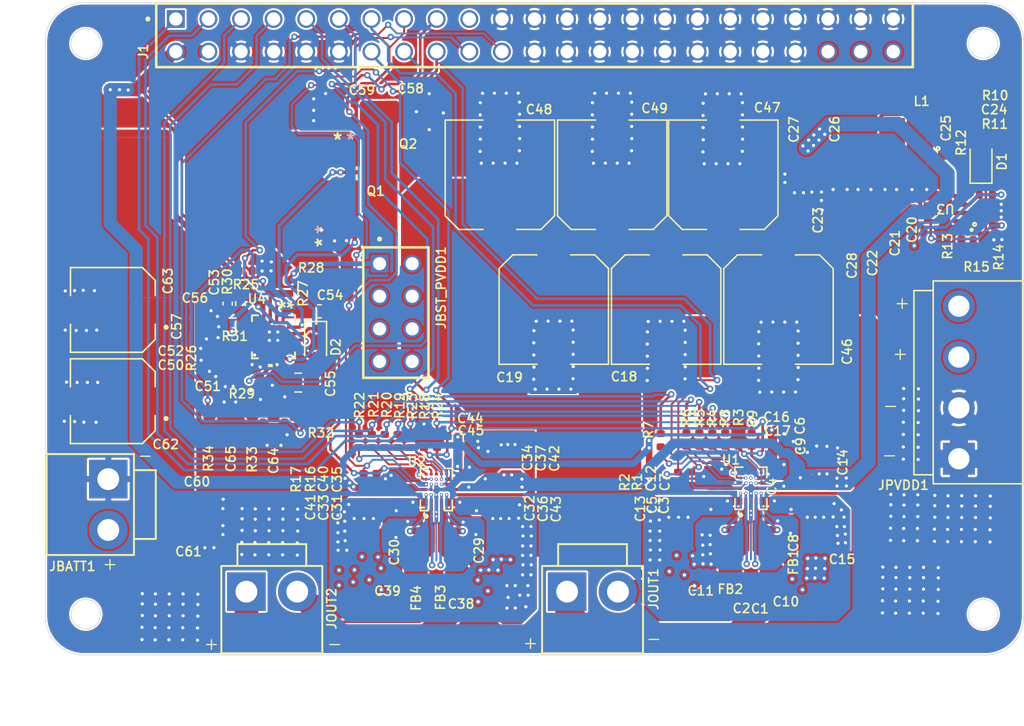
<source format=kicad_pcb>
(kicad_pcb (version 20240108) (generator "pcbnew") (generator_version "8.0")
  (title_block (comment 4 "AISLER Project ID: KNXJNANN"))
  (layers (0 "F.Cu" signal) (1 "In1.Cu" signal) (2 "In2.Cu" signal) (31 "B.Cu" signal) (34 "B.Paste" user) (35 "F.Paste" user) (36 "B.SilkS" user "B.Silkscreen") (37 "F.SilkS" user "F.Silkscreen") (38 "B.Mask" user) (39 "F.Mask" user) (44 "Edge.Cuts" user))
  (net 0 "")
  (net 1 "/Amp1/VBOOTP")
  (net 2 "/Amp1/VBOOTN")
  (net 3 "GND")
  (net 4 "PVDD")
  (net 5 "Net-(C64-Pad1)")
  (net 6 "Net-(C25-Pad1)")
  (net 7 "Net-(D1-K)")
  (net 8 "/Amp1/OUTPSN")
  (net 9 "/GPIOA_7")
  (net 10 "/GPIOA_1")
  (net 11 "/GPIOA_3")
  (net 12 "/GPIOA_2")
  (net 13 "+5V")
  (net 14 "/GPIOA_6")
  (net 15 "/GPIOA_5")
  (net 16 "/I2C_EE_M2_SDA")
  (net 17 "/GPIOA_9")
  (net 18 "/GPIOA_4")
  (net 19 "+1V8")
  (net 20 "/TDMA_D0")
  (net 21 "/TDMA_FS")
  (net 22 "/I2C_EE_M2_SCL")
  (net 23 "/TDMA_D1")
  (net 24 "/TDMA_SCLK")
  (net 25 "Net-(C65-Pad1)")
  (net 26 "/GPIOA_8")
  (net 27 "/ICC_AMP")
  (net 28 "Net-(U1-BCLK)")
  (net 29 "Net-(U1-LRCLK)")
  (net 30 "Net-(U1-DIN)")
  (net 31 "Net-(U1-DOUT)")
  (net 32 "Net-(U1-SDA)")
  (net 33 "Net-(U1-SCL)")
  (net 34 "/Buck5V/PGOOD")
  (net 35 "Net-(R13-Pad1)")
  (net 36 "/Amp1/OUTNSN")
  (net 38 "/Amp1/OUTP")
  (net 39 "/Amp1/OUTN")
  (net 40 "Net-(U3-VCC)")
  (net 41 "Net-(U3-SW)")
  (net 42 "/Amp2/OUTP")
  (net 43 "/Amp2/VBOOTP")
  (net 44 "/Amp2/OUTN")
  (net 45 "/Amp2/VBOOTN")
  (net 46 "/Amp2/OUTPSN")
  (net 47 "/Amp2/OUTNSN")
  (net 48 "Net-(U3-EN{slash}SYNC)")
  (net 49 "Net-(U3-FB)")
  (net 50 "Net-(U2-BCLK)")
  (net 51 "Net-(U2-LRCLK)")
  (net 52 "Net-(U2-DIN)")
  (net 53 "Net-(U2-DOUT)")
  (net 54 "Net-(U2-SDA)")
  (net 55 "Net-(U2-SCL)")
  (net 57 "Net-(C50-Pad2)")
  (net 58 "Net-(U4-SS)")
  (net 59 "Net-(U4-ITH)")
  (net 60 "VBATT_EXT")
  (net 61 "Net-(U4-SENSE-)")
  (net 62 "Net-(D2-K)")
  (net 63 "Net-(Q1-D)")
  (net 64 "Net-(D2-A)")
  (net 65 "Net-(Q1-G)")
  (net 66 "/Boost/OUT_FB")
  (net 67 "Net-(Q2-G)")
  (net 68 "Net-(U4-VFB)")
  (footprint "speaker_global_library:C_0402_1005Metric" (layer "F.Cu") (at -24.85 2.486)
    (property "Reference" "C50")
    (property "Value" "100nF")
  )
  (footprint "speaker_global_library:R_0402_1005Metric" (layer "F.Cu") (at 33.299821 -12.299976 90)
    (property "Reference" "R12")
    (property "Value" "4.7k")
  )
  (footprint "speaker_global_library:R_0402_1005Metric" (layer "F.Cu") (at 13.843 8.636 -90)
    (property "Reference" "R4")
    (property "Value" "33r")
  )
  (footprint "speaker_global_library:C_0402_1005Metric" (layer "F.Cu") (at -4.9272 20.39)
    (property "Reference" "C38")
    (property "Value" "150pF")
  )
  (footprint "speaker_global_library:NFZ2MSD301SZ10L" (layer "F.Cu") (at -9.244999 18.116 -90)
    (property "Reference" "FB4")
    (property "Value" "FERR_NFZ2MSD301SZ10L")
  )
  (footprint "speaker_global_library:C_0603_1608Metric" (layer "F.Cu") (at 20.6904 11.2984 90)
    (property "Reference" "C9")
    (property "Value" "1uF")
  )
  (footprint "speaker_amp_library:NFZ2MSD301SZ10L" (layer "F.Cu") (at 18.455 18.016 -90)
    (property "Reference" "FB1")
    (property "Value" "FERR_NFZ2MSD301SZ10L")
  )
  (footprint "speaker_amp_library:C_ELEC_8x10" (layer "F.Cu") (at 1.5 -1.5 -90)
    (property "Reference" "C19")
    (property "Value" "470uF")
  )
  (footprint "speaker_global_library:R_0402_1005Metric" (layer "F.Cu") (at 15.885 8.636 90)
    (property "Reference" "R3")
    (property "Value" "10K")
  )
  (footprint "speaker_global_library:B4P-VH" (layer "F.Cu") (at 33.05 10.12 180)
    (property "Reference" "JPVDD1")
    (property "Value" "Conn_01x04")
  )
  (footprint "speaker_global_library:R_0402_1005Metric" (layer "F.Cu") (at -10.657 8.736001 -90)
    (property "Reference" "R19")
    (property "Value" "33r")
  )
  (footprint "speaker_global_library:C_0402_1005Metric" (layer "F.Cu") (at 19.5728 20.29)
    (property "Reference" "C10")
    (property "Value" "150pF")
  )
  (footprint "Capacitor_SMD:C_0402_1005Metric" (layer "F.Cu") (at -23.9 -1.964 -90)
    (property "Reference" "C53")
    (property "Value" "0.047uF")
  )
  (footprint "Capacitor_SMD:C_0603_1608Metric_Pad1.08x0.95mm_HandSolder" (layer "F.Cu") (at -16.75 -1.364)
    (property "Reference" "C54")
    (property "Value" "1uF")
  )
  (footprint "speaker_global_library:R_0402_1005Metric" (layer "F.Cu") (at -13.315 11.776001 90)
    (property "Reference" "R17")
    (property "Value" "4.7k")
  )
  (footprint "speaker_global_library:C_0402_1005Metric" (layer "F.Cu") (at 24.349821 -11.929976 -90)
    (property "Reference" "C28")
    (property "Value" "100nF")
  )
  (footprint "speaker_global_library:QFN-8_MP9943_MNP" (layer "F.Cu") (at 31.999821 -9.349976 180)
    (property "Reference" "U3")
    (property "Value" "MP9943")
  )
  (footprint "speaker_global_library:C_0402_1005Metric" (layer "F.Cu") (at -11.5 19.5 180)
    (property "Reference" "C39")
    (property "Value" "150pF")
  )
  (footprint "speaker_global_library:C_0402_1005Metric" (layer "F.Cu") (at -26.375 -1.414)
    (property "Reference" "C56")
    (property "Value" "100nF")
  )
  (footprint "speaker_global_library:C_0402_1005Metric" (layer "F.Cu") (at 15.0262 13.8892 -90)
    (property "Reference" "C3")
    (property "Value" "100nF")
  )
  (footprint "speaker_global_library:C_0402_1005Metric" (layer "F.Cu") (at 18.6838 13.8892 -90)
    (property "Reference" "C4")
    (property "Value" "100nF")
  )
  (footprint "speaker_global_library:CAP_EEEFK1C470P" (layer "F.Cu") (at -32.843894 -1.472493 180)
    (property "Reference" "C63")
    (property "Value" "47uF")
  )
  (footprint "speaker_global_library:C_0603_1608Metric" (layer "F.Cu") (at -23.65 7.55 90)
    (property "Reference" "C65")
    (property "Value" "1uF")
  )
  (footprint "speaker_global_library:C_1206_3216Metric" (layer "F.Cu") (at 21.917275 15.1465 -90)
    (property "Reference" "C15")
    (property "Value" "10uF")
  )
  (footprint "speaker_global_library:C_0805_2012Metric" (layer "F.Cu") (at -26.3 13.586)
    (property "Reference" "C60")
    (property "Value" "10uF")
  )
  (footprint "speaker_global_library:R_0402_1005Metric" (layer "F.Cu") (at 12.835467 8.636 -90)
    (property "Reference" "R5")
    (property "Value" "33r")
  )
  (footprint "speaker_global_library:R_0402_1005Metric" (layer "F.Cu") (at 34.675021 -6.899976)
    (property "Reference" "R14")
    (property "Value" "7.68K")
  )
  (footprint "speaker_global_library:C_1206_3216Metric" (layer "F.Cu") (at -12.6996 15.2465 -90)
    (property "Reference" "C41")
    (property "Value" "10uF")
  )
  (footprint "speaker_global_library:C_0805_2012Metric" (layer "F.Cu") (at 20.809993 -12.649976 -90)
    (property "Reference" "C27")
    (property "Value" "22uF")
  )
  (footprint "speaker_global_library:C_0402_1005Metric" (layer "F.Cu") (at -24.85 1.536)
    (property "Reference" "C52")
    (property "Value" "100nF")
  )
  (footprint "speaker_global_library:C_0805_2012Metric" (layer "F.Cu") (at 22.4176 11.0698 90)
    (property "Reference" "C14")
    (property "Value" "22uF")
  )
  (footprint "speaker_global_library:PQFN330x330" (layer "F.Cu") (at -14.984885 -9.2624 90)
    (property "Reference" "Q1")
    (property "Value" "BSZ024N04LS6")
  )
  (footprint "speaker_global_library:R_0402_1005Metric" (layer "F.Cu") (at 16.905 8.636 -90)
    (property "Reference" "R9")
    (property "Value" "33r")
  )
  (footprint "Resistor_SMD:R_0402_1005Metric" (layer "F.Cu") (at -22.894601 -1.964 -90)
    (property "Reference" "R30")
    (property "Value" "10M")
  )
  (footprint "speaker_global_library:B2P-VH" (layer "F.Cu") (at 4.5176 20.4698)
    (property "Reference" "JOUT1")
    (property "Value" "Conn_01x02")
  )
  (footprint "speaker_global_library:R_0402_1005Metric" (layer "F.Cu") (at -22.5 -4.514)
    (property "Reference" "R25")
    (property "Value" "10K")
  )
  (footprint "speaker_global_library:WLP35" (layer "F.Cu") (at 16.855 12.416 90)
    (property "Reference" "U1")
    (property "Value" "~")
  )
  (footprint "speaker_global_library:C_0603_1608Metric" (layer "F.Cu") (at -3.8096 11.3984 90)
    (property "Reference" "C37")
    (property "Value" "1uF")
  )
  (footprint "speaker_global_library:HCM1A1307-4R7-R" (layer "F.Cu") (at -24.6849 -11.733667)
    (property "Reference" "L2" (hide yes))
    (property "Value" "4.7uH")
  )
  (footprint "speaker_global_library:C_0402_1005Metric" (layer "F.Cu") (at -23.6 3.686)
    (property "Reference" "C51")
    (property "Value" "100nF")
  )
  (footprint "speaker_amp_library:C_ELEC_8x10" (layer "F.Cu") (at 10.25 -1.5 -90)
    (property "Reference" "C18")
    (property "Value" "470uF")
  )
  (footprint "Diode_SMD:D_SOD-323" (layer "F.Cu") (at -17.05 1.036 -90)
    (property "Reference" "D2")
    (property "Value" "1N4148WS")
  )
  (footprint "speaker_global_library:C_0402_1005Metric" (layer "F.Cu") (at 12.9 19.2 180)
    (property "Reference" "C11")
    (property "Value" "150pF")
  )
  (footprint "speaker_global_library:R_0402_1005Metric" (layer "F.Cu") (at -7.595001 8.736 -90)
    (property "Reference" "R24")
    (property "Value" "33r")
  )
  (footprint "speaker_global_library:C_0402_1005Metric" (layer "F.Cu") (at -8.635599 15.7672 180)
    (property "Reference" "C30")
    (property "Value" "100nF")
  )
  (footprint "speaker_global_library:C_0603_1608Metric" (layer "F.Cu") (at 13.763495 14.321 -90)
    (property "Reference" "C5")
    (property "Value" "1uF")
  )
  (footprint "speaker_global_library:SAMTEC_SSW-123-01-T-D" (layer "F.Cu") (at 0 -22.86 180)
    (property "Reference" "J1")
    (property "Value" "CONN_2x23PIN")
  )
  (footprint "speaker_global_library:C_0402_1005Metric" (layer "F.Cu") (at 17.8456 15.6672 180)
    (property "Reference" "C1")
    (property "Value" "100nF")
  )
  (footprint "speaker_global_library:C_0402_1005Metric" (layer "F.Cu") (at 14.814184 11.782765 90)
    (property "Reference" "C7")
    (property "Value" "100nF")
  )
  (footprint "speaker_global_library:QFN-16_UD_LIT" (layer "F.Cu") (at -20.332558 0.621279 -90)
    (property "Reference" "U4")
    (property "Value" "LTC3786")
  )
  (footprint "speaker_global_library:C_0402_1005Metric" (layer "F.Cu") (at -5.562201 9.0362)
    (property "Reference" "C44")
    (property "Value" "100nF")
  )
  (footprint "speaker_global_library:TSW-104-07-F-D" (layer "F.Cu") (at -10.8 -1.264 -90)
    (property "Reference" "JBST_PVDD1")
    (property "Value" "Conn_02x04_Odd_Even")
  )
  (footprint "speaker_global_library:WLP35" (layer "F.Cu") (at -7.645 12.516 90)
    (property "Reference" "U2")
    (property "Value" "~")
  )
  (footprint "speaker_global_library:R_0402_1005Metric" (layer "F.Cu") (at -12.305 11.766001 90)
    (property "Reference" "R16")
    (property "Value" "10K")
  )
  (footprint "Capacitor_SMD:C_0805_2012Metric_Pad1.18x1.45mm_HandSolder" (layer "F.Cu") (at -18.4 4.186 180)
    (property "Reference" "C55")
    (property "Value" "4.7uF")
  )
  (footprint "speaker_global_library:C_0402_1005Metric" (layer "F.Cu") (at -6.6544 15.7672 180)
    (property "Reference" "C29")
    (property "Value" "100nF")
  )
  (footprint "speaker_global_library:R_0402_1005Metric" (layer "F.Cu") (at -21.4 4.286 90)
    (property "Reference" "R29")
    (property "Value" "10K")
  )
  (footprint "speaker_global_library:C_0402_1005Metric" (layer "F.Cu") (at 13.874384 11.782765 90)
    (property "Reference" "C12")
    (property "Value" "1uF")
  )
  (footprint "speaker_global_library:NFZ2MSD301SZ10L" (layer "F.Cu") (at 15.255 18.016 -90)
    (property "Reference" "FB2")
    (property "Value" "FERR_NFZ2MSD301SZ10L")
  )
  (footprint "speaker_global_library:C_1206_3216Metric" (layer "F.Cu") (at -14.5 -16.864 180)
    (property "Reference" "C59")
    (property "Value" "10uF")
  )
  (footprint "speaker_global_library:IND_5040-WE-LQS_WRE" (layer "F.Cu") (at 27.85 -14.05 180)
    (property "Reference" "L1")
    (property "Value" "L_74404054xx")
  )
  (footprint "speaker_global_library:C_0805_2012Metric" (layer "F.Cu") (at -26.3 15.686)
    (property "Reference" "C61")
    (property "Value" "10uF")
  )
  (footprint "Diode_SMD:D_SOD-323" (layer "F.Cu") (at 34.774621 -12.949976 90)
    (property "Reference" "D1")
    (property "Value" "1N4148WS")
  )
  (footprint "speaker_global_library:R_0402_1005Metric" (layer "F.Cu") (at 33.249821 -6.449976 90)
    (property "Reference" "R13")
    (property "Value" "51K")
  )
  (footprint "speaker_global_library:C_0402_1005Metric" (layer "F.Cu") (at -10.625616 11.882766 90)
    (property "Reference" "C40")
    (property "Value" "1uF")
  )
  (footprint "speaker_global_library:C_0805_2012Metric" (layer "F.Cu") (at -2.0824 11.1698 90)
    (property "Reference" "C42")
    (property "Value" "22uF")
  )
  (footprint "speaker_global_library:C_0603_1608Metric" (layer "F.Cu") (at 19.946505 14.321 -90)
    (property "Reference" "C8")
    (property "Value" "1uF")
  )
  (footprint "speaker_global_library:C_0402_1005Metric" (layer "F.Cu") (at 18.9378 9.876)
    (property "Reference" "C17")
    (property "Value" "1uF")
  )
  (footprint "speaker_global_library:R_0402_1005Metric" (layer "F.Cu") (at -23.32 2.036 -90)
    (property "Reference" "R26")
    (property "Value" "10K")
  )
  (footprint "speaker_global_library:C_0603_1608Metric" (layer "F.Cu") (at -10.736504 14.421 -90)
    (property "Reference" "C33")
    (property "Value" "1uF")
  )
  (footprint "speaker_global_library:C_0402_1005Metric" (layer "F.Cu") (at 29.425021 -9.819976 90)
    (property "Reference" "C20")
    (property "Value" "100nF")
  )
  (footprint "speaker_global_library:C_0603_1608Metric" (layer "F.Cu") (at -26.25 -0.164)
    (property "Reference" "C57")
    (property "Value" "1uF")
  )
  (footprint "speaker_global_library:R_0402_1005Metric" (layer "F.Cu") (at 14.859 8.636 -90)
    (property "Reference" "R8")
    (property "Value" "33r")
  )
  (footprint "speaker_global_library:C_0402_1005Metric" (layer "F.Cu") (at -5.8162 13.989199 -90)
    (property "Reference" "C32")
    (property "Value" "100nF")
  )
  (footprint "speaker_global_library:R_0402_1005Metric" (layer "F.Cu") (at -9.641 8.736001 -90)
    (property "Reference" "R23")
    (property "Value" "33r")
  )
  (footprint "speaker_global_library:R_0402_1005Metric" (layer "F.Cu") (at -13.6796 8.736001 -90)
    (property "Reference" "R22")
    (property "Value" "33r")
  )
  (footprint "speaker_global_library:C_0402_1005Metric" (layer "F.Cu") (at 15.8644 15.6672 180)
    (property "Reference" "C2")
    (property "Value" "100nF")
  )
  (footprint "speaker_global_library:R_0402_1005Metric" (layer "F.Cu") (at 35.149821 -10.449976 180)
    (property "Reference" "R10")
    (property "Value" "10K")
  )
  (footprint "speaker_amp_library:NFZ2MSD301SZ10L" (layer "F.Cu") (at -6.045 18.116 -90)
    (property "Reference" "FB3")
    (property "Value" "FERR_NFZ2MSD301SZ10L")
  )
  (footprint "speaker_global_library:R_0402_1005Metric" (layer "F.Cu") (at 34.675021 -5.899976 180)
    (property "Reference" "R15")
    (property "Value" "41.2K")
  )
  (footprint "speaker_global_library:B2P-VH" (layer "F.Cu") (at -20.4624 20.4698)
    (property "Reference" "JOUT2")
    (property "Value" "Conn_01x02")
  )
  (footprint "speaker_global_library:R_0402_1005Metric" (layer "F.Cu") (at -8.615 8.736 90)
    (property "Reference" "R18")
    (property "Value" "10K")
  )
  (footprint "speaker_global_library:C_0402_1005Metric" (layer "F.Cu") (at 35.149821 -9.249976)
    (property "Reference" "C24")
    (property "Value" "100nF")
  )
  (footprint "speaker_global_library:R_0402_1005Metric" (layer "F.Cu") (at 12.195 11.666 90)
    (property "Reference" "R1")
    (property "Value" "10K")
  )
  (footprint "speaker_global_library:R_0402_1005Metric" (layer "F.Cu") (at -19.15 -3.264 -90)
    (property "Reference" "R27")
    (property "Value" "10K")
  )
  (footprint "speaker_amp_library:C_ELEC_8x10" (layer "F.Cu") (at -2.7 -12 90)
    (property "Reference" "C48")
    (property "Value" "470uF")
  )
  (footprint "speaker_amp_library:C_ELEC_8x10" (layer "F.Cu") (at 14.7 -12 90)
    (property "Reference" "C47")
    (property "Value" "470uF")
  )
  (footprint "speaker_global_library:R_0402_1005Metric" (layer "F.Cu") (at -20.2 -3.264 90)
    (property "Reference" "R28")
    (property "Value" "10K")
  )
  (footprint "speaker_global_library:C_0603_1608Metric" (layer "F.Cu") (at 28.175021 -9.249976 90)
    (property "Reference" "C21")
    (property "Value" "1uF")
  )
  (footprint "speaker_global_library:CAP_EEEFK1C470P" (layer "F.Cu") (at -32.85 5.636 180)
    (property "Reference" "C62")
    (property "Value" "47uF")
  )
  (footprint "speaker_global_library:R_0402_1005Metric" (layer "F.Cu") (at 11.827934 8.636 -90)
    (property "Reference" "R6")
    (property "Value" "33r")
  )
  (footprint "speaker_global_library:R_0402_1005Metric" (layer "F.Cu") (at 9.825 8.675 -90)
    (property "Reference" "R7")
    (property "Value" "33r")
  )
  (footprint "speaker_global_library:R_0402_1005Metric" (layer "F.Cu") (at -12.672066 8.736001 -90)
    (property "Reference" "R21")
    (property "Value" "33r")
  )
  (footprint "speaker_global_library:C_0603_1608Metric" (layer "F.Cu") (at -4.553495 14.420999 -90)
    (property "Reference" "C36")
    (property "Value" "1uF")
  )
  (footprint "speaker_global_library:C_1206_3216Metric" (layer "F.Cu") (at -2.582725 15.246499 -90)
    (property "Reference" "C43")
    (property "Value" "10uF")
  )
  (footprint "speaker_global_library:PQFN330x330" (layer "F.Cu") (at -12.8 -13.165375)
    (property "Reference" "Q2")
    (property "Value" "BSZ024N04LS6")
  )
  (footprint "speaker_global_library:C_1206_3216Metric" (layer "F.Cu") (at 26.225021 -8.449976 90)
    (property "Reference" "C22")
    (property "Value" "10uF")
  )
  (footprint "speaker_global_library:R_0603_1608Metric" (layer "F.Cu") (at -21.975 7.525 90)
    (property "Reference" "R33")
    (property "Value" "~")
  )
  (footprint "Resistor_SMD:R_0402_1005Metric" (layer "F.Cu") (at -23.4 -0.464 180)
    (property "Reference" "R31")
    (property "Value" "13.3K")
  )
  (footprint "speaker_global_library:C_0402_1005Metric" (layer "F.Cu") (at 18.9378 8.9362)
    (property "Reference" "C16")
    (property "Value" "100nF")
  )
  (footprint "speaker_global_library:C_0402_1005Metric" (layer "F.Cu") (at -9.685816 11.882766 90)
    (property "Reference" "C35")
    (property "Value" "100nF")
  )
  (footprint "speaker_global_library:C_0603_1608Metric" (layer "F.Cu") (at -20.325 7.5 -90)
    (property "Reference" "C64")
    (property "Value" "1uF")
  )
  (footprint "speaker_global_library:R_0402_1005Metric" (layer "F.Cu") (at 11.185 11.676 90)
    (property "Reference" "R2")
    (property "Value" "4.7k")
  )
  (footprint "speaker_amp_library:C_ELEC_8x10" (layer "F.Cu") (at 19 -1.5 -90)
    (property "Reference" "C46")
    (property "Value" "470uF")
  )
  (footprint "speaker_amp_library:C_ELEC_8x10" (layer "F.Cu") (at 6.05 -12 90)
    (property "Reference" "C49")
    (property "Value" "470uF")
  )
  (footprint "speaker_global_library:C_0805_2012Metric" (layer "F.Cu") (at 22.849821 -12.649976 -90)
    (property "Reference" "C26")
    (property "Value" "22uF")
  )
  (footprint "speaker_global_library:C_0402_1005Metric" (layer "F.Cu") (at 19.4204 11.7302 90)
    (property "Reference" "C6")
    (property "Value" "100nF")
  )
  (footprint "speaker_global_library:C_0402_1005Metric" (layer "F.Cu") (at -5.562201 9.976)
    (property "Reference" "C45")
    (property "Value" "1uF")
  )
  (footprint "speaker_global_library:C_0402_1005Metric" (layer "F.Cu") (at -5.0796 11.8302 90)
    (property "Reference" "C34")
    (property "Value" "100nF")
  )
  (footprint "speaker_global_library:C_0603_1608Metric" (layer "F.Cu") (at 31.899821 -12.849976 -90)
    (property "Reference" "C25")
    (property "Value" "1uF")
  )
  (footprint "speaker_global_library:C_1206_3216Metric" (layer "F.Cu") (at 23.925021 -8.449976 90)
    (property "Reference" "C23")
    (property "Value" "10uF")
  )
  (footprint "speaker_global_library:C_0402_1005Metric" (layer "F.Cu") (at -9.473799 13.9892 -90)
    (property "Reference" "C31")
    (property "Value" "100nF")
  )
  (footprint "speaker_global_library:C_1206_3216Metric" (layer "F.Cu") (at 11.8004 15.1465 -90)
    (property "Reference" "C13")
    (property "Value" "10uF")
  )
  (footprint "speaker_global_library:R_0402_1005Metric" (layer "F.Cu") (at -11.664533 8.736001 -90)
    (property "Reference" "R20")
    (property "Value" "33r")
  )
  (footprint "speaker_global_library:R_0603_1608Metric" (layer "F.Cu") (at -25.325 7.55 -90)
    (property "Reference" "R34")
    (property "Value" "~")
  )
  (footprint "speaker_global_library:C_1206_3216Metric" (layer "F.Cu") (at -9.65 -16.864)
    (property "Reference" "C58")
    (property "Value" "10uF")
  )
  (footprint "speaker_global_library:R_0402_1005Metric" (layer "F.Cu") (at 35.149821 -8.049976)
    (property "Reference" "R11")
    (property "Value" "10K")
  )
  (footprint "speaker_global_library:R_0603_1608Metric" (layer "F.Cu") (at -17.85 6.7)
    (property "Reference" "R32")
    (property "Value" "~")
  )
  (footprint "speaker_global_library:B2P-VH" (layer "F.Cu") (at -33.2 13.686 -90)
    (property "Reference" "JBATT1")
    (property "Value" "Conn_01x02")
  )
  (gr_poly (pts (xy 15.167417 11.9842) (xy 13.5022 11.9842) (xy 13.400471 12.085929) (xy 13.400471 12.46693) (xy 13.476541 12.543) (xy 15.4326 12.543) (xy 15.472213 12.503387) (xy 15.472213 12.288996)) (fill solid) (layer "F.Cu") (net 19))
  (gr_poly (pts (xy -32.1 -2.414) (xy -35.85 -6.214) (xy -35.85 -8.614) (xy -35.05 -9.414) (xy -29.05 -9.414) (xy -26.9 -7.264) (xy -26.9 -2.414)) (stroke (width 0.000001)) (fill solid) (layer "F.Cu") (net 60))
  (gr_poly (pts (xy -4 7.75) (xy -5.5 6.25) (xy -4.478525 5.228525) (xy -4 5.228525) (xy -3.025749 6.202776) (xy -3.025749 7.724251) (xy -3 7.75)) (fill solid) (layer "F.Cu") (net 4))
  (gr_rect (start -13.3693 -17.755474) (end -10.677826 3.486) (fill solid) (layer "F.Cu") (net 66))
  (gr_poly (pts (xy -28.25 -14.914) (arc (start -28.25 -15.006) (mid -28.39879 -15.36521) (end -28.758 -15.514)) (arc (start -35.342 -15.514) (mid -35.70121 -15.36521) (end -35.85 -15.006)) (xy -35.85 -14.914)) (fill solid) (layer "F.Cu") (net 60))
  (gr_rect (start -5.4 8.647964) (end -4.703135 11.63553) (fill solid) (layer "F.Cu") (net 3))
  (gr_poly (pts (xy 31.349821 -9.499976) (xy 31.549821 -9.499976) (xy 32.399821 -10.349976) (xy 32.399821 -12.549976) (xy 31.649821 -11.776493) (xy 31.649821 -10.149976) (xy 31.349821 -9.849976)) (stroke (width 0.000003)) (fill solid) (layer "F.Cu") (net 41))
  (gr_poly (pts (xy 20.999821 -16.299976) (xy 21.95 -17.250155) (xy 21.95 -22.125) (xy 22.35 -22.525) (xy 28.375 -22.525) (xy 28.925 -21.975) (xy 28.925 -18.85) (xy 26.7 -16.625) (xy 26.7 -15.875) (xy 21.424797 -15.875)) (fill solid) (layer "F.Cu") (net 13))
  (gr_poly (pts (xy -6.5528 16.4022) (xy -5.2828 16.4022) (xy -4.978 16.707) (xy -4.978 17.6468) (xy -5.188177 17.856977) (xy -6.5528 17.856977) (xy -6.5528 16.834)) (fill solid) (layer "F.Cu") (net 42))
  (gr_poly (pts (xy -0.773197 12.642997) (xy -0.52 12.3898) (xy -0.52 11.6016) (xy -4.216 11.6016) (xy -4.6478 12.0334) (xy -5.6638 12.0334) (xy -6.0194 12.389) (xy -7.0608 12.389) (xy -7.0862 12.4144) (xy -7.0862 12.643) (xy -7.086197 12.642997)) (stroke (width 0.000003)) (fill solid) (layer "F.Cu") (net 13))
  (gr_poly (pts (arc (start -9.309728 11.365798) (mid -9.384123 11.186193) (end -9.563728 11.111798)) (arc (start -10.739637 11.111798) (mid -10.919242 11.186193) (end -10.993637 11.365798)) (arc (start -10.993637 11.441599) (mid -10.919242 11.621204) (end -10.739637 11.695599)) (arc (start -9.563728 11.695599) (mid -9.384123 11.621204) (end -9.309728 11.441599))) (fill solid) (layer "F.Cu") (net 3))
  (gr_poly (pts (xy 30.349821 -8.849976) (xy 29.499821 -8.849976) (xy 26.999821 -6.349976) (xy 23.049821 -6.349976) (xy 22.799821 -6.599976) (xy 22.799821 -7.799976) (xy 23.699821 -8.699976) (xy 27.499821 -8.699976) (xy 27.799821 -8.999976) (xy 28.549821 -8.999976) (xy 29.249821 -9.699976) (xy 29.699821 -9.699976) (xy 30.199821 -9.199976) (xy 30.349821 -9.199976)) (stroke (width 0.000003)) (fill solid) (layer "F.Cu") (net 4))
  (gr_poly (pts (xy 16.725948 15.194502) (xy 16.089476 15.830975) (xy 14.630943 17.299282) (xy 15.088561 17.7569) (xy 16.2348 17.7569) (xy 16.728001 17.263699)) (fill solid) (layer "F.Cu") (net 39))
  (gr_poly (pts (xy -29.7 19.636) (xy -26.5 16.436) (xy -26.5 6.736) (xy -27.25 5.986) (xy -30.95 5.986) (xy -32.1 7.136) (xy -32.1 8.636) (xy -30.8 9.936) (xy -30.8 18.536)) (fill solid) (layer "F.Cu") (net 60))
  (gr_poly (pts (xy -8.7372 16.4022) (xy -10.0072 16.4022) (xy -10.312 16.707) (xy -10.312 17.6468) (xy -10.101823 17.856977) (xy -8.7372 17.856977) (xy -8.7372 16.834)) (fill solid) (layer "F.Cu") (net 44))
  (gr_rect (start -34.85 13.986) (end -29.7 19.636) (fill solid) (layer "F.Cu") (net 60))
  (gr_poly (pts (xy -8.172002 14.067502) (xy -8.538001 14.433501) (xy -8.538001 16.230285) (xy -8.528078 16.655178) (xy -7.772 16.6816) (xy -7.774011 15.286197) (xy -7.774011 15.116357) (xy -7.917996 14.972372) (xy -7.917996 14.067498) (xy -7.918001 14.067504) (xy -7.918003 14.067502)) (fill solid) (layer "F.Cu") (net 44))
  (gr_rect (start -19.705389 -1.714) (end -17.070793 -0.814) (stroke (width 0.00001)) (fill solid) (layer "F.Cu") (net 63))
  (gr_poly (pts (xy 16.171272 18.9184) (xy 16.171272 20.624592) (xy 15.261264 21.5346) (xy 14.544002 21.5346) (xy 14.345007 21.335605) (xy 14.345007 18.9184)) (stroke (width 0.000003)) (fill solid) (layer "F.Cu") (net 36))
  (gr_poly (pts (xy -34.85 19.636) (xy -35.75 18.736) (xy -35.75 14.886) (xy -34.85 13.986)) (fill solid) (layer "F.Cu") (net 60))
  (gr_poly (pts (xy 25.149821 -16.299976) (xy 20.999821 -16.299976) (xy 19.849821 -15.149976) (xy 19.849821 -12.999976) (xy 20.149821 -12.699976) (xy 23.449821 -12.699976) (xy 24.049821 -12.099976) (xy 24.849821 -12.099976) (xy 25.149821 -11.799976) (xy 25.399821 -11.799976) (xy 25.399821 -16.049976)) (stroke (width 0.000003)) (fill solid) (layer "F.Cu") (net 13))
  (gr_rect (start -4 5.228525) (end 5.871888 7.75) (fill solid) (layer "F.Cu") (net 4))
  (gr_rect (start -23.091234 -0.614) (end -21.38217 -0.006745) (fill solid) (layer "F.Cu") (net 61))
  (gr_rect (start -21.765289 1.21977) (end -20.95 2.7375) (stroke (width 0.000003)) (fill solid) (layer "F.Cu") (net 3))
  (gr_poly (pts (xy 17.382002 13.967502) (xy 17.748001 14.333501) (xy 17.748001 16.130285) (xy 17.738078 16.555178) (xy 16.982 16.5816) (xy 16.984011 15.186197) (xy 16.984011 15.000789) (xy 17.127996 14.856804) (xy 17.127996 13.967498) (xy 17.128001 13.967504) (xy 17.128003 13.967502)) (fill solid) (layer "F.Cu") (net 38))
  (gr_poly (pts (xy -7.117998 14.067502) (xy -6.751999 14.433501) (xy -6.751999 16.230285) (xy -6.761922 16.655178) (xy -7.518 16.6816) (xy -7.515989 15.286197) (xy -7.515989 15.125789) (xy -7.372004 14.981804) (xy -7.372004 14.067498) (xy -7.371999 14.067504) (xy -7.371997 14.067502)) (fill solid) (layer "F.Cu") (net 42))
  (gr_poly (pts (xy -22.783541 -0.006745) (xy -23.2 -0.423204) (xy -23.2 -0.105266) (xy -23.101479 -0.006745)) (fill solid) (layer "F.Cu") (net 61))
  (gr_poly (pts (xy 18.79869 7.560279) (xy 18.885417 7.647006) (xy 18.885417 10.846829) (xy 18.837211 10.895035) (xy 18.275538 10.895035) (xy 18.173938 10.793435) (xy 18.173938 7.660031) (xy 18.27369 7.560279)) (fill solid) (layer "F.Cu") (net 19))
  (gr_poly (pts (xy -8.334997 19.0184) (xy -8.334997 21.345875) (xy -8.623722 21.6346) (xy -9.955998 21.6346) (xy -10.154993 21.435605) (xy -10.154993 19.0184)) (stroke (width 0.000003)) (fill solid) (layer "F.Cu") (net 47))
  (gr_poly (pts (xy -19.705389 -1.714) (xy -19.35 -2.069389) (xy -18.755389 -2.064) (xy -18.75 -2.064) (xy -18.35 -2.464) (xy -18.35 -4.514) (xy -21.25 -7.414) (xy -21.25 -9.114) (xy -19.35 -9.114) (xy -19 -8.764) (xy -16.4 -8.764) (xy -16.4 -8.739) (xy -17.1 -8.039) (xy -17.1 -7.389) (xy -15.25 -5.539) (xy -15.25 -3.514) (xy -17.070629 -1.693371) (xy -17.070629 -1.714)) (stroke (width 0.000001)) (fill solid) (layer "F.Cu") (net 63))
  (gr_poly (pts (xy -21.25 -14.914) (xy -20.35 -15.364) (xy -14.4 -15.364) (xy -13.6 -14.914)) (stroke (width 0.000001)) (fill solid) (layer "F.Cu") (net 63))
  (gr_rect (start -22.2 1.215554) (end -21.384711 2.3) (stroke (width 0.000003)) (fill solid) (layer "F.Cu") (net 3))
  (gr_poly (pts (xy 20.5 -1.13865) (xy 26.51135 -1.13865) (xy 31.3 3.65) (xy 34.675 3.65) (xy 35.8 2.525) (xy 35.8 -2.825) (xy 33.975 -4.65) (xy 32.05 -4.65) (xy 29.899821 -6.800179) (xy 29.899821 -7.532978) (xy 23.757978 -7.85) (xy 23.725 -7.5) (xy 20.191383 -7.458617) (xy 20.15 -7.5) (xy 20.154573 -7.495427) (xy 20.5 -7.15)) (fill solid) (layer "F.Cu") (net 4))
  (gr_poly (pts (xy -19.86891 -3.551925) (xy -19.86891 -5.01891) (xy -20.4 -5.55) (xy -21.325 -5.55) (xy -21.525 -5.35) (xy -21.525 -4.325) (xy -21.425 -4.225) (xy -20.75 -4.225) (xy -20.525 -4) (xy -20.525 -3.475) (xy -20.475 -3.425) (xy -19.95 -3.425) (xy -19.875 -3.5) (xy -19.875 -3.55) (xy -19.870835 -3.55)) (fill solid) (layer "F.Cu") (net 3))
  (gr_poly (pts (xy -10.4 1.35) (xy -10.4 3.125) (xy -9.95 3.575) (xy -7.575 3.575) (xy -9.8 1.35)) (fill solid) (layer "F.Cu") (net 4))
  (gr_poly (pts (xy -7.774052 15.294502) (xy -8.410524 15.930975) (xy -9.869057 17.399282) (xy -9.411439 17.8569) (xy -8.2652 17.8569) (xy -7.771999 17.363699)) (fill solid) (layer "F.Cu") (net 44))
  (gr_rect (start -26.755673 -3.726974) (end -22.577444 -2.164) (fill solid) (layer "F.Cu") (net 60))
  (gr_poly (pts (xy -16.55 -12.414) (xy -16.2 -12.764) (xy -16.25 -12.814) (xy -16.8 -12.814) (xy -16.8 -12.664)) (stroke (width 0.00001)) (fill solid) (layer "F.Cu") (net 63))
  (gr_poly (pts (xy 8 13.75) (xy 10.25 13.75) (xy 10.25 13.875) (xy 8.3 11.925) (xy 8.3 6.05) (xy 8 5.75) (xy 7.5 5.75) (xy 7.5 13.25)) (stroke (width 0.000003)) (fill solid) (layer "F.Cu") (net 4))
  (gr_rect (start 3.455551 -2) (end 8.301686 17.75) (fill solid) (layer "F.Cu") (net 4))
  (gr_rect (start -24.25 -1.764) (end -22.55 -1.164) (fill solid) (layer "F.Cu") (net 61))
  (gr_poly (pts (xy -5.134999 19.0184) (xy -5.134999 21.410599) (xy -5.359 21.6346) (xy -6.756 21.6346) (xy -6.954995 21.435605) (xy -6.954995 19.0184)) (stroke (width 0.000003)) (fill solid) (layer "F.Cu") (net 46))
  (gr_poly (pts (xy 16.057022 13.089016) (xy 10.0986 13.089016) (xy 10.0986 14.25) (xy 10.0986 14.267116) (xy 12.540084 14.267116) (xy 12.791 14.0162) (xy 14.1118 14.0162) (xy 14.386104 13.741896) (xy 16.062504 13.741896) (xy 16.093 13.7114) (xy 16.093 13.124994)) (fill solid) (layer "F.Cu") (net 4))
  (gr_poly (pts (xy 17.9472 16.3022) (xy 19.2172 16.3022) (xy 19.522 16.607) (xy 19.522 17.5468) (xy 19.311823 17.756977) (xy 17.9472 17.756977) (xy 17.9472 16.734)) (fill solid) (layer "F.Cu") (net 38))
  (gr_poly (pts (xy -16.124984 -8.3077) (xy -14.494784 -8.3077) (xy -14.494784 -7.305216) (xy -14.5 -7.3) (xy -16.125 -7.3) (xy -16.125 -8.307684)) (fill solid) (layer "F.Cu") (net 3))
  (gr_poly (pts (xy -21.25 -9.114) (arc (start -21.25 -9.022) (mid -21.10121 -8.66279) (end -20.742 -8.514)) (arc (start -14.158 -8.514) (mid -13.79879 -8.66279) (end -13.65 -9.022)) (xy -13.65 -9.114)) (fill solid) (layer "F.Cu") (net 63))
  (gr_poly (pts (xy 16.984052 15.194502) (xy 17.620524 15.830975) (xy 19.079057 17.299282) (xy 18.621439 17.7569) (xy 17.4752 17.7569) (xy 16.981999 17.263699)) (fill solid) (layer "F.Cu") (net 38))
  (gr_poly (pts (xy -9.05 -11.7) (xy -10.4 -10.35) (xy -10.4 1) (xy -9.65 1.75) (xy -8.3 1.75) (xy -4.2 -2.35) (xy -4.2 -6.85)) (fill solid) (layer "F.Cu") (net 4))
  (gr_rect (start -21.25 -13.164) (end -16.55 -10.564) (stroke (width 0.000003)) (fill solid) (layer "F.Cu") (net 63))
  (gr_poly (pts (xy 23 15.25) (xy 23.25 15.5) (xy 23.25 17.25) (xy 23.5 17.5) (xy 24.25 17.5) (xy 24.522384 17.227616) (xy 24.522384 14.977616) (xy 23.272384 14.977616)) (stroke (width 0.000003)) (fill solid) (layer "F.Cu") (net 4))
  (gr_poly (pts (xy -18.85 -3.025) (xy -20.8 -3.025) (xy -20.8 -2.706053) (xy -20.568947 -2.475) (xy -18.875 -2.475) (xy -18.8 -2.55) (xy -18.8 -2.975)) (fill solid) (layer "F.Cu") (net 68))
  (gr_rect (start -35.85 -14.914) (end -28.25 -8.614) (stroke (width 0.000003)) (fill solid) (layer "F.Cu") (net 60))
  (gr_poly (pts (xy -5.465233 13.791892) (xy -4.817376 14.439749) (xy -3.911938 14.439749) (xy -3.350595 15.001092) (xy -0.501092 15.001092) (xy 0.5 14) (xy 0.291892 13.791892)) (fill solid) (layer "F.Cu") (net 4))
  (gr_poly (pts (xy 15.95 -1.13865) (xy 20.5 -1.13865) (xy 20.5 -7.15) (xy 15.95 -11.7)) (fill solid) (layer "F.Cu") (net 4))
  (gr_rect (start -21.25 -11.564) (end -13.65 -9.114) (stroke (width 0.000003)) (fill solid) (layer "F.Cu") (net 63))
  (gr_poly (pts (xy 23.6114 13.089016) (xy 24.522384 14) (xy 24.522384 14.977616) (xy 24.25 15.25) (xy 21.25 15.25) (xy 20.919 14.919) (xy 20.919 14.0162) (xy 21.846184 13.089016)) (fill solid) (layer "F.Cu") (net 4))
  (gr_poly (pts (xy -23.4 -1.164) (xy -23.175 -0.939) (xy -22.95 -1.164)) (stroke (width 0.000003)) (fill solid) (layer "F.Cu") (net 61))
  (gr_poly (pts (xy -7.515948 15.294502) (xy -6.879476 15.930975) (xy -5.420943 17.399282) (xy -5.878561 17.8569) (xy -7.0248 17.8569) (xy -7.518001 17.363699)) (fill solid) (layer "F.Cu") (net 42))
  (gr_poly (pts (xy 24.755 11.5016) (xy 24.325 11.0716) (xy 21.9534 11.0716) (xy 21.425 11.6) (xy 21.425 11.65) (xy 24.6066 11.65)) (fill solid) (layer "F.Cu") (net 13))
  (gr_poly (pts (xy -5.716183 8.095406) (xy -5.614583 8.197006) (xy -5.614583 10.946829) (xy -5.662789 10.995035) (xy -6.224462 10.995035) (xy -6.326062 10.893435) (xy -6.326062 8.285031) (xy -6.136437 8.095406)) (fill solid) (layer "F.Cu") (net 19))
  (gr_poly (pts (xy -9.332583 12.0842) (xy -10.9978 12.0842) (xy -11.099529 12.185929) (xy -11.099529 12.56693) (xy -11.023459 12.643) (xy -9.0674 12.643) (xy -9.027787 12.603387) (xy -9.027787 12.388996)) (fill solid) (layer "F.Cu") (net 19))
  (gr_rect (start 27.84982 -8.849976) (end 29.899821 -7.532978) (fill solid) (layer "F.Cu") (net 4))
  (gr_poly (pts (xy -8.442978 13.189016) (xy -14.4014 13.189016) (xy -14.4014 14.25) (xy -14.4014 14.367116) (xy -11.959916 14.367116) (xy -11.709 14.1162) (xy -10.3882 14.1162) (xy -10.113896 13.841896) (xy -8.437496 13.841896) (xy -8.407 13.8114) (xy -8.407 13.224994)) (fill solid) (layer "F.Cu") (net 4))
  (gr_poly (pts (xy -5.5 6.25) (xy -10.4 1.35) (xy -10.4 1) (xy -7.65 -1.75) (xy -5 -1.75) (xy -5 5.75)) (fill solid) (layer "F.Cu") (net 4))
  (gr_rect (start -5.5 -7.25) (end -0.551498 6.25) (fill solid) (layer "F.Cu") (net 4))
  (gr_rect (start -21.25 -14.914) (end -13.6 -12.664) (stroke (width 0.000003)) (fill solid) (layer "F.Cu") (net 63))
  (gr_poly (pts (xy 0.25 13.5) (xy -1.25 15) (xy -1.25 18.25) (xy -2 19) (xy -3 20) (xy -3 22.5) (xy -2.5 23) (xy -1 23) (xy 0.175467 21.824533) (xy 0.175467 17.75) (xy 0.25 17.675467)) (fill solid) (layer "F.Cu") (net 4))
  (gr_poly (pts (xy -26.9 -7.264) (xy -23.646806 -4.010806) (xy -23.153522 -3.514) (xy -22.775089 -3.714) (xy -22.775089 -3.511645) (xy -22.775508 -3.511226) (xy -25.547226 -3.511226) (xy -25.55 -3.514) (xy -26.5 -2.564) (xy -26.5 6.736) (xy -26.9 7.136)) (fill solid) (layer "F.Cu") (net 60))
  (gr_poly (pts (xy 16.327998 13.967502) (xy 15.961999 14.333501) (xy 15.961999 16.130285) (xy 15.971922 16.555178) (xy 16.728 16.5816) (xy 16.725989 15.186197) (xy 16.725989 15.000789) (xy 16.582004 14.856804) (xy 16.582004 13.967498) (xy 16.581999 13.967504) (xy 16.581997 13.967502)) (fill solid) (layer "F.Cu") (net 39))
  (gr_poly (pts (xy -16.6 -11.914) (xy -16.25 -11.564) (xy -16.3 -11.514) (xy -16.85 -11.514) (xy -16.85 -11.664)) (stroke (width 0.00001)) (fill solid) (layer "F.Cu") (net 63))
  (gr_rect (start -23.2 -1.764) (end -22.55 -0.114) (fill solid) (layer "F.Cu") (net 61))
  (gr_poly (pts (xy 15.7628 16.3022) (xy 14.4928 16.3022) (xy 14.188 16.607) (xy 14.188 17.5468) (xy 14.398177 17.756977) (xy 15.7628 17.756977) (xy 15.7628 16.734)) (fill solid) (layer "F.Cu") (net 39))
  (gr_poly (pts (xy 8.551686 18.75) (xy 9.75 18.75) (xy 10.5 18) (xy 10.5 15.5) (xy 11 15) (xy 12 15) (xy 12.791 14.209) (xy 12.791 14.0162) (xy 8.2338 14.0162) (xy 8 14.25) (xy 7.354312 17.552626)) (fill solid) (layer "F.Cu") (net 4))
  (gr_rect (start -6.88192 13.196553) (end 0.5 13.83555) (fill solid) (layer "F.Cu") (net 4))
  (gr_poly (pts (xy -0.52 11.6016) (xy -1.101439 11.020161) (xy -2.545161 11.020161) (xy -3.15 11.625) (xy -0.5434 11.625)) (fill solid) (layer "F.Cu") (net 13))
  (gr_poly (pts (xy -22.55 -1.764) (xy -21.383541 -0.614) (xy -21.717082 -0.264) (xy -22.55 -0.264)) (fill solid) (layer "F.Cu") (net 61))
  (gr_rect (start 7.5 13.089016) (end 10.103212 14.26726) (stroke (width 0.000003)) (fill solid) (layer "F.Cu") (net 4))
  (gr_rect (start -32.1 -2.414) (end -26.9 7.136) (stroke (width 0.000003)) (fill solid) (layer "F.Cu") (net 60))
  (gr_rect (start -9.05 -11.7) (end 15.95 -1.13865) (fill solid) (layer "F.Cu") (net 4))
  (gr_poly (pts (xy -14.681278 13.470052) (xy -15.592262 14.381036) (xy -15.592262 15.358652) (xy -15.319878 15.631036) (xy -12.319878 15.631036) (xy -11.988878 15.300036) (xy -11.988878 14.397236) (xy -12.916062 13.470052)) (fill solid) (layer "F.Cu") (net 4))
  (gr_poly (pts (xy -14.069878 15.631036) (xy -14.319878 15.881036) (xy -14.319878 17.631036) (xy -14.569878 17.881036) (xy -15.319878 17.881036) (xy -15.592262 17.608652) (xy -15.592262 15.358652) (xy -14.342262 15.358652)) (stroke (width 0.000003)) (fill solid) (layer "F.Cu") (net 4))
  (gr_poly (pts (xy 19.365001 18.9184) (xy 19.365001 21.310599) (xy 19.141 21.5346) (xy 17.744 21.5346) (xy 17.545005 21.335605) (xy 17.545005 18.9184)) (stroke (width 0.000003)) (fill solid) (layer "F.Cu") (net 8))
  (gr_poly (pts (xy -14.4014 13.189016) (xy -15.59342 14.381036) (xy -15.474456 14.5) (xy -13.75 14.5) (xy -13.75 13.840416)) (stroke (width 0.000003)) (fill solid) (layer "F.Cu") (net 4))
  (gr_poly (pts (xy 32.399821 -12.549976) (xy 31.549821 -12.549976) (xy 31.049821 -13.049976) (xy 31.049821 -15.949976) (xy 30.699821 -16.299976) (xy 30.549821 -16.299976) (xy 30.549821 -11.801874) (xy 30.951719 -11.399976) (xy 30.954332 -11.399976) (xy 31.677077 -10.677232) (xy 32.399821 -11.399976)) (stroke (width 0.000003)) (fill solid) (layer "F.Cu") (net 41))
  (gr_poly (pts (xy -22.137683 -2.164) (xy -22.9 -2.164) (xy -22.9 -3.714) (xy -23.177444 -3.726974) (xy -22.462974 -3.726974) (xy -20.957959 -2.221959) (xy -20.957959 -1.214) (xy -20.973015 -1.214) (xy -21 -1.214) (xy -21.187683 -1.214)) (stroke (width 0.000001)) (fill solid) (layer "F.Cu") (net 60))
  (gr_rect (start 0.175467 6.25) (end 4.596135 17.75) (fill solid) (layer "F.Cu") (net 4))
  (gr_poly (pts (xy 17.652978 13.089016) (xy 23.6114 13.089016) (xy 23.6114 14.241716) (xy 23.6114 14.267116) (xy 21.169916 14.267116) (xy 20.919 14.0162) (xy 19.5982 14.0162) (xy 19.323896 13.741896) (xy 17.647496 13.741896) (xy 17.617 13.7114) (xy 17.617 13.124994)) (fill solid) (layer "F.Cu") (net 4))
  (gr_poly (pts (xy 24.576803 12.542997) (xy 24.755 12.3648) (xy 24.755 11.5016) (xy 20.284 11.5016) (xy 19.8522 11.9334) (xy 18.8362 11.9334) (xy 18.4806 12.289) (xy 17.4392 12.289) (xy 17.4138 12.3144) (xy 17.4138 12.543) (xy 17.413803 12.542997)) (stroke (width 0.000003)) (fill solid) (layer "F.Cu") (net 13))
  (gr_poly (pts (xy 20.575 11.325) (xy 20.975 10.925) (xy 24.775 10.925) (xy 24.375 11.325)) (stroke (width 0.000003)) (fill solid) (layer "B.Cu") (net 13))
  (gr_rect (start 19.825 9.9) (end 20.35 12.05) (fill solid) (layer "B.Cu") (net 13))
  (gr_poly (pts (xy 24.576803 12.542997) (xy 24.755 12.3648) (xy 24.755 11.3266) (xy 19.884 11.3266) (xy 19.2772 11.9334) (xy 18.8362 11.9334) (xy 18.4806 12.289) (xy 17.4392 12.289) (xy 17.4138 12.3144) (xy 17.4138 12.543) (xy 17.413803 12.542997)) (fill solid) (layer "B.Cu") (net 13))
  (gr_poly (pts (xy -0.816977 12.639869) (xy -0.68878 12.511672) (xy -0.68878 11.198472) (xy -3.80978 11.198472) (xy -4.64158 12.030272) (xy -5.65758 12.030272) (xy -6 12.385872) (xy -6 12.411272) (xy -6 12.639872) (xy -6 12.639869)) (stroke (width 0.000003)) (fill solid) (layer "B.Cu") (net 13))
  (gr_poly (pts (xy -0.68878 11.198472) (xy 0.6 12.487252) (xy -0.062748 12.487252) (xy -0.68878 11.86122)) (stroke (width 0.000003)) (fill solid) (layer "B.Cu") (net 13))
  (gr_circle (center 34.039054 -7.71128) (end 34.039054 -7.825) (stroke (width 0.1)) (fill solid) (layer "F.SilkS"))
  (gr_line (start 38.1 -22.4) (end 38.1 22.4) (stroke (width 0.05)) (layer "Edge.Cuts"))
  (gr_circle (center -34.95 -22.225) (end -33.8 -22.225) (stroke (width 0.05)) (fill none) (layer "Edge.Cuts"))
  (gr_line (start -35.1 -25.4) (end 35.1 -25.4) (stroke (width 0.05)) (layer "Edge.Cuts"))
  (gr_circle (center 34.95 -22.225) (end 36.1 -22.225) (stroke (width 0.05)) (fill none) (layer "Edge.Cuts"))
  (gr_arc (start -38.1 -22.4) (mid -37.22132 -24.52132) (end -35.1 -25.4) (stroke (width 0.05)) (layer "Edge.Cuts"))
  (gr_arc (start 35.1 -25.4) (mid 37.22132 -24.52132) (end 38.1 -22.4) (stroke (width 0.05)) (layer "Edge.Cuts"))
  (gr_circle (center 34.95 22.225) (end 36.1 22.225) (stroke (width 0.05)) (fill none) (layer "Edge.Cuts"))
  (gr_arc (start 38.1 22.4) (mid 37.22132 24.52132) (end 35.1 25.4) (stroke (width 0.05)) (layer "Edge.Cuts"))
  (gr_line (start 35.1 25.4) (end -35.1 25.4) (stroke (width 0.05)) (layer "Edge.Cuts"))
  (gr_line (start -38.1 22.4) (end -38.1 -22.4) (stroke (width 0.05)) (layer "Edge.Cuts"))
  (gr_arc (start -35.1 25.4) (mid -37.22132 24.52132) (end -38.1 22.4) (stroke (width 0.05)) (layer "Edge.Cuts"))
  (gr_circle (center -34.95 22.225) (end -33.8 22.225) (stroke (width 0.05)) (fill none) (layer "Edge.Cuts"))
  (gr_text "-" (at -31.006521 10.431271 0) (layer "F.SilkS") (effects (font (size 1 1) (thickness 0.1)) (justify left bottom)))
  (gr_text "+" (at -25.85 25.1 0) (layer "F.SilkS") (effects (font (size 1 1) (thickness 0.1)) (justify left bottom)))
  (gr_text "+" (at -33.75 18.875 0) (layer "F.SilkS") (effects (font (size 1 1) (thickness 0.1)) (justify left bottom)))
  (gr_text "+" (at -1 25.025 0) (layer "F.SilkS") (effects (font (size 1 1) (thickness 0.1)) (justify left bottom)))
  (gr_text "-" (at 26.975 10.4 0) (layer "F.SilkS") (effects (font (size 1 1) (thickness 0.1)) (justify left bottom)))
  (gr_text "-" (at 8.6 24.7 0) (layer "F.SilkS") (effects (font (size 1 1) (thickness 0.1)) (justify left bottom)))
  (gr_text "-" (at -16.25 25.1 0) (layer "F.SilkS") (effects (font (size 1 1) (thickness 0.1)) (justify left bottom)))
  (gr_text "+" (at 27.95 -1.45 0) (layer "F.SilkS") (effects (font (size 1 1) (thickness 0.1)) (justify left bottom)))
  (gr_text "-" (at 27.05 6.55 0) (layer "F.SilkS") (effects (font (size 1 1) (thickness 0.1)) (justify left bottom)))
  (gr_text "+" (at 27.8 2.5 0) (layer "F.SilkS") (effects (font (size 1 1) (thickness 0.1)) (justify left bottom)))
  (segment (start 18.334553 15.658247) (end 18.3256 15.6672) (width 0.2) (layer "F.Cu") (net 1))
  (segment (start 18.90986 15.658247) (end 18.334553 15.658247) (width 0.508) (layer "F.Cu") (net 1))
  (via (at 18.90986 15.658247) (size 0.5) (drill 0.25) (layers "F.Cu" "B.Cu") (remove_unused_layers yes) (net 1))
  (via (at 17.655 12.816) (size 0.25) (drill 0.15) (layers "F.Cu" "B.Cu") (remove_unused_layers yes) (net 1))
  (segment (start 18.90986 15.658247) (end 17.655 14.403387) (width 0.2) (layer "B.Cu") (net 1))
  (segment (start 17.655 14.403387) (end 17.655 12.816) (width 0.2) (layer "B.Cu") (net 1))
  (segment (start 14.800129 15.658247) (end 15.375447 15.658247) (width 0.508) (layer "F.Cu") (net 2))
  (segment (start 15.375447 15.658247) (end 15.3844 15.6672) (width 0.2) (layer "F.Cu") (net 2))
  (via (at 16.055 12.816) (size 0.25) (drill 0.15) (layers "F.Cu" "B.Cu") (remove_unused_layers yes) (net 2))
  (via (at 14.800129 15.658247) (size 0.5) (drill 0.25) (layers "F.Cu" "B.Cu") (remove_unused_layers yes) (net 2))
  (segment (start 14.800129 15.664671) (end 16.055 14.4098) (width 0.2) (layer "B.Cu") (net 2))
  (segment (start 16.055 14.4098) (end 16.055 12.816) (width 0.2) (layer "B.Cu") (net 2))
  (segment (start 14.800129 15.658247) (end 14.800129 15.664671) (width 0.2) (layer "B.Cu") (net 2))
  (segment (start -7.645 13.316) (end -7.645 12.916) (width 0.254) (layer "F.Cu") (net 3))
  (segment (start -20.082558 2.753442) (end -20.082558 0.871279) (width 0.254) (layer "F.Cu") (net 3))
  (segment (start -8.625 7.4) (end -8.615 7.41) (width 0.2032) (layer "F.Cu") (net 3))
  (segment (start -8.615 8.226) (end -8.615 7.41) (width 0.2032) (layer "F.Cu") (net 3))
  (segment (start -8.4388 12.116) (end -8.4324 12.1096) (width 0.1016) (layer "F.Cu") (net 3))
  (segment (start -8.445 12.116) (end -8.859 12.116) (width 0.1016) (layer "F.Cu") (net 3))
  (segment (start -20.082558 0.871279) (end -20.332558 0.621279) (width 0.1016) (layer "F.Cu") (net 3))
  (segment (start 15.628894 11.977922) (end 15.666972 12.016) (width 0.1524) (layer "F.Cu") (net 3))
  (segment (start -8.859 12.116) (end -9.572234 11.402766) (width 0.1016) (layer "F.Cu") (net 3))
  (segment (start -7.645 14.7828) (end -7.645 13.316) (width 0.254) (layer "F.Cu") (net 3))
  (segment (start 18.2012 11.3238) (end 17.909 11.616) (width 0.254) (layer "F.Cu") (net 3))
  (segment (start -6.2988 11.4238) (end -6.591 11.716) (width 0.254) (layer "F.Cu") (net 3))
  (segment (start 16.055 12.016) (end 16.0612 12.016) (width 0.1016) (layer "F.Cu") (net 3))
  (segment (start -9.572234 11.402766) (end -9.685816 11.402766) (width 0.1524) (layer "F.Cu") (net 3))
  (segment (start -12.825 19.5) (end -12.875 19.55) (width 0.1016) (layer "F.Cu") (net 3))
  (segment (start 17.909 11.616) (end 17.655 11.616) (width 0.254) (layer "F.Cu") (net 3))
  (segment (start 15.666972 12.016) (end 16.055 12.016) (width 0.1524) (layer "F.Cu") (net 3))
  (segment (start -8.445 12.116) (end -8.4388 12.116) (width 0.1016) (layer "F.Cu") (net 3))
  (segment (start -6.591 11.716) (end -6.845 11.716) (width 0.254) (layer "F.Cu") (net 3))
  (segment (start 16.855 13.216) (end 16.855 12.816) (width 0.254) (layer "F.Cu") (net 3))
  (segment (start -20.05 2.786) (end -20.082558 2.753442) (width 0.254) (layer "F.Cu") (net 3))
  (segment (start -7.645 14.608482) (end -7.645859 14.607623) (width 0.254) (layer "F.Cu") (net 3))
  (segment (start -11.98 19.5) (end -12.825 19.5) (width 0.1016) (layer "F.Cu") (net 3))
  (segment (start 16.0612 12.016) (end 16.0676 12.0096) (width 0.1016) (layer "F.Cu") (net 3))
  (segment (start 16.855 14.6812) (end 16.855 13.216) (width 0.254) (layer "F.Cu") (net 3))
  (via (at 17.255 11.616) (size 0.25) (drill 0.15) (layers "F.Cu" "B.Cu") (net 3))
  (via (at -3.2254 17.977) (size 0.5) (drill 0.25) (layers "F.Cu" "B.Cu") (net 3))
  (via (at 36.35 -8.7) (size 0.5) (drill 0.25) (layers "F.Cu" "B.Cu") (net 3))
  (via (at -21.36886 2.97414) (size 0.5) (drill 0.25) (layers "F.Cu" "B.Cu") (net 3))
  (via (at 22.775 9.15) (size 0.5) (drill 0.25) (layers "F.Cu" "B.Cu") (net 3))
  (via (at -9.2 -16.914) (size 0.5) (drill 0.25) (layers "F.Cu" "B.Cu") (net 3))
  (via (at -34.9 0.125) (size 0.5) (drill 0.25) (layers "F.Cu" "B.Cu") (net 3))
  (via (at 8.775 4.025) (size 0.5) (drill 0.25) (layers "F.Cu" "B.Cu") (net 3))
  (via (at 18.9378 14.956) (size 0.5) (drill 0.25) (layers "F.Cu" "B.Cu") (net 3))
  (via (at -8.615 7.41) (size 0.5) (drill 0.25) (layers "F.Cu" "B.Cu") (net 3))
  (via (at -1.369414 -12.905043) (size 0.5) (drill 0.25) (layers "F.Cu" "B.Cu") (net 3))
  (via (at 17.549259 4.934944) (size 0.5) (drill 0.25) (layers "F.Cu" "B.Cu") (net 3))
  (via (at -21.225 -4.5) (size 0.5) (drill 0.25) (layers "F.Cu" "B.Cu") (net 3))
  (via (at -26.225 22.375) (size 0.5) (drill 0.25) (layers "F.Cu" "B.Cu") (net 3))
  (via (at 13.134089 -17.566306) (size 0.5) (drill 0.25) (layers "F.Cu" "B.Cu") (net 3))
  (via (at 12.3084 17.6738) (size 0.5) (drill 0.25) (layers "F.Cu" "B.Cu") (net 3))
  (via (at 16.204648 -14.773894) (size 0.5) (drill 0.25) (layers "F.Cu" "B.Cu") (net 3))
  (via (at 6.441528 -12.905043) (size 0.5) (drill 0.25) (layers "F.Cu" "B.Cu") (net 3))
  (via (at -27.4 23.275) (size 0.5) (drill 0.25) (layers "F.Cu" "B.Cu") (net 3))
  (via (at -20 0.9) (size 0.5) (drill 0.25) (layers "F.Cu" "B.Cu") (net 3))
  (via (at 29.825 15.55) (size 0.5) (drill 0.25) (layers "F.Cu" "B.Cu") (net 3))
  (via (at 30.3 20.275) (size 0.5) (drill 0.25) (layers "F.Cu" "B.Cu") (net 3))
  (via (at 22.6208 17.877) (size 0.5) (drill 0.25) (layers "F.Cu" "B.Cu") (net 3))
  (via (at 25.199821 -10.849976) (size 0.5) (drill 0.25) (layers "F.Cu" "B.Cu") (net 3))
  (via (at -14.025 18.775) (size 0.5) (drill 0.25) (layers "F.Cu" "B.Cu") (net 3))
  (via (at 11.743872 2.952484) (size 0.5) (drill 0.25) (layers "F.Cu" "B.Cu") (net 3))
  (via (at 34.35 13.8) (size 0.5) (drill 0.25) (layers "F.Cu" "B.Cu") (net 3))
  (via (at -25.2 -1.414) (size 0.5) (drill 0.25) (layers "F.Cu" "B.Cu") (net 3))
  (via (at 29.225 19.375) (size 0.5) (drill 0.25) (layers "F.Cu" "B.Cu") (net 3))
  (via (at -2.85 18.8) (size 0.5) (drill 0.25) (layers "F.Cu" "B.Cu") (net 3))
  (via (at 28.75 6.35) (size 0.5) (drill 0.25) (layers "F.Cu" "B.Cu") (net 3))
  (via (at 29.85 13.725) (size 0.5) (drill 0.25) (layers "F.Cu" "B.Cu") (net 3))
  (via (at -20.65 0.9) (size 0.5) (drill 0.25) (layers "F.Cu" "B.Cu") (net 3))
  (via (at 3.01095 1.988071) (size 0.5) (drill 0.25) (layers "F.Cu" "B.Cu") (net 3))
  (via (at 29.225 20.275) (size 0.5) (drill 0.25) (layers "F.Cu" "B.Cu") (net 3))
  (via (at -13.4362 17.7484) (size 0.5) (drill 0.25) (layers "F.Cu" "B.Cu") (net 3))
  (via (at -28.45 20.65) (size 0.5) (drill 0.25) (layers "F.Cu" "B.Cu") (net 3))
  (via (at 29.9 5.475) (size 0.5) (drill 0.25) (layers "F.Cu" "B.Cu") (net 3))
  (via (at 22.349821 -9.999976) (size 0.5) (drill 0.25) (layers "F.Cu" "B.Cu") (net 3))
  (via (at 21.8388 19.3996) (size 0.5) (drill 0.25) (layers "F.Cu" "B.Cu") (net 3))
  (via (at 20.15 8.775) (size 0.5) (drill 0.25) (layers "F.Cu" "B.Cu") (net 3))
  (via (at 33.275 14.7) (size 0.5) (drill 0.25) (layers "F.Cu" "B.Cu") (net 3))
  (via (at 29.85 14.625) (size 0.5) (drill 0.25) (layers "F.Cu" "B.Cu") (net 3))
  (via (at 7.462651 -18.354015) (size 0.5) (drill 0.25) (layers "F.Cu" "B.Cu") (net 3))
  (via (at 34.325 15.625) (size 0.5) (drill 0.25) (layers "F.Cu" "B.Cu") (net 3))
  (via (at -24.275 14) (size 0.5) (drill 0.25) (layers "F.Cu" "B.Cu") (net 3))
  (via (at 28.775 12.925) (size 0.5) (drill 0.25) (layers "F.Cu" "B.Cu") (net 3))
  (via (at -28.45 22.35) (size 0.5) (drill 0.25) (layers "F.Cu" "B.Cu") (net 3))
  (via (at 32.2 14.7) (size 0.5) (drill 0.25) (layers "F.Cu" "B.Cu") (net 3))
  (via (at 18.570381 -0.523474) (size 0.5) (drill 0.25) (layers "F.Cu" "B.Cu") (net 3))
  (via (at -23.475 4.475) (size 0.5) (drill 0.25) (layers "F.Cu" "B.Cu") (net 3))
  (via (at -35.7 0.125) (size 0.5) (drill 0.25) (layers "F.Cu" "B.Cu") (net 3))
  (via (at 1.054172 -0.600876) (size 0.5) (drill 0.25) (layers "F.Cu" "B.Cu") (net 3))
  (via (at -3.6318 20.4154) (size 0.5) (drill 0.25) (layers "F.Cu" "B.Cu") (net 3))
  (via (at -34.15 7.275) (size 0.5) (drill 0.25) (layers "F.Cu" "B.Cu") (net 3))
  (via (at -12.1916 17.7738) (size 0.5) (drill 0.25) (layers "F.Cu" "B.Cu") (net 3))
  (via (at 31.45 18.6) (size 0.5) (drill 0.25) (layers "F.Cu" "B.Cu") (net 3))
  (via (at 3.001309 3.882399) (size 0.5) (drill 0.25) (layers "F.Cu" "B.Cu") (net 3))
  (via (at 8.852505 -0.574181) (size 0.5) (drill 0.25) (layers "F.Cu" "B.Cu") (net 3))
  (via (at -34.825 4.175) (size 0.5) (drill 0.25) (layers "F.Cu" "B.Cu") (net 3))
  (via (at -0.054934 2.037151) (size 0.5) (drill 0.25) (layers "F.Cu" "B.Cu") (net 3))
  (via (at 3.020396 2.935235) (size 0.5) (drill 0.25) (layers "F.Cu" "B.Cu") (net 3))
  (via (at -4.232828 -15.715988) (size 0.5) (drill 0.25) (layers "F.Cu" "B.Cu") (net 3))
  (via (at -25.321186 3.313664) (size 0.5) (drill 0.25) (layers "F.Cu" "B.Cu") (net 3))
  (via (at 29.9 4.675) (size 0.5) (drill 0.25) (layers "F.Cu" "B.Cu") (net 3))
  (via (at -3.6318 9.5442) (size 0.5) (drill 0.25) (layers "F.Cu" "B.Cu") (net 3))
  (via (at -8.445 12.116) (size 0.25) (drill 0.15) (layers "F.Cu" "B.Cu") (net 3))
  (via (at 28.15 18.575) (size 0.5) (drill 0.25) (layers "F.Cu" "B.Cu") (net 3))
  (via (at -19.275 8.25) (size 0.5) (drill 0.25) (layers "F.Cu" "B.Cu") (net 3))
  (via (at -19.6 14.025) (size 0.5) (drill 0.25) (layers "F.Cu" "B.Cu") (net 3))
  (via (at 16.195202 -16.668222) (size 0.5) (drill 0.25) (layers "F.Cu" "B.Cu") (net 3))
  (via (at 13.675 16.075) (size 0.5) (drill 0.25) (layers "F.Cu" "B.Cu") (net 3))
  (via (at -28.475 24.225) (size 0.5) (drill 0.25) (layers "F.Cu" "B.Cu") (net 3))
  (via (at -35.1 7.275) (size 0.5) (drill 0.25) (layers "F.Cu" "B.Cu") (net 3))
  (via (at -2.5904 9.0362) (size 0.5) (drill 0.25) (layers "F.Cu" "B.Cu") (net 3))
  (via (at 5.516385 -12.905043) (size 0.5) (drill 0.25) (layers "F.Cu" "B.Cu") (net 3))
  (via (at 13.675 16.8) (size 0.5) (drill 0.25) (layers "F.Cu" "B.Cu") (net 3))
  (via (at 7.578588 -14.817904) (size 0.5) (drill 0.25) (layers "F.Cu" "B.Cu") (net 3))
  (via (at 29.875 10.175) (size 0.5) (drill 0.25) (layers "F.Cu" "B.Cu") (net 3))
  (via (at -21.775 16.65) (size 0.5) (drill 0.25) (layers "F.Cu" "B.Cu") (net 3))
  (via (at 27.75 12.9) (size 0.5) (drill 0.25) (layers "F.Cu" "B.Cu") (net 3))
  (via (at -12.875 19.55) (size 0.5) (drill 0.25) (layers "F.Cu" "B.Cu") (net 3))
  (via (at -22.1 4.825) (size 0.5) (drill 0.25) (layers "F.Cu" "B.Cu") (net 3))
  (via (at -3.123722 -18.354015) (size 0.5) (drill 0.25) (layers "F.Cu" "B.Cu") (net 3))
  (via (at 13.1 16.85) (size 0.5) (drill 0.25) (layers "F.Cu" "B.Cu") (net 3))
  (via (at -24.6 -0.164) (size 0.5) (drill 0.25) (layers "F.Cu" "B.Cu") (net 3))
  (via (at -20.675 15.725) (size 0.5) (drill 0.25) (layers "F.Cu" "B.Cu") (net 3))
  (via (at 33.275 13) (size 0.5) (drill 0.25) (layers "F.Cu" "B.Cu") (net 3))
  (via (at -36.625 7.2) (size 0.5) (drill 0.25) (layers "F.Cu" "B.Cu") (net 3))
  (via (at -1.166944 -15.765068) (size 0.5) (drill 0.25) (layers "F.Cu" "B.Cu") (net 3))
  (via (at 17.461275 2.114553) (size 0.5) (drill 0.25) (layers "F.Cu" "B.Cu") (net 3))
  (via (at 11.734426 2.00532) (size 0.5) (drill 0.25) (layers "F.Cu" "B.Cu") (net 3))
  (via (at -25.55 0.786) (size 0.5) (drill 0.25) (layers "F.Cu" "B.Cu") (net 3))
  (via (at 28.725 10.15) (size 0.5) (drill 0.25) (layers "F.Cu" "B.Cu") (net 3))
  (via (at 15.992732 -12.861033) (size 0.5) (drill 0.25) (layers "F.Cu" "B.Cu") (net 3))
  (via (at -19.6 15.725) (size 0.5) (drill 0.25) (layers "F.Cu" "B.Cu") (net 3))
  (via (at 17.645238 -0.514028) (size 0.5) (drill 0.25) (layers "F.Cu" "B.Cu") (net 3))
  (via (at 13.119776 -13.77765) (size 0.5) (drill 0.25) (layers "F.Cu" "B.Cu") (net 3))
  (via (at 7.366672 -12.905043) (size 0.5) (drill 0.25) (layers "F.Cu" "B.Cu") (net 3))
  (via (at 14.576361 10.932505) (size 0.5) (drill 0.25) (layers "F.Cu" "B.Cu") (net 3))
  (via (at 22.55 19.425) (size 0.5) (drill 0.25) (layers "F.Cu" "B.Cu") (net 3))
  (via (at -1.176585 -13.87074) (size 0.5) (drill 0.25) (layers "F.Cu" "B.Cu") (net 3))
  (via (at 35.475 16.6) (size 0.5) (drill 0.25) (layers "F.Cu" "B.Cu") (net 3))
  (via (at -26.25 24.25) (size 0.5) (drill 0.25) (layers "F.Cu" "B.Cu") (net 3))
  (via (at -24.25 13.275) (size 0.5) (drill 0.25) (layers "F.Cu" "B.Cu") (net 3))
  (via (at 13.05 16.05) (size 0.5) (drill 0.25) (layers "F.Cu" "B.Cu") (net 3))
  (via (at -24.82596 3.714214) (size 0.5) (drill 0.25) (layers "F.Cu" "B.Cu") (net 3))
  (via (at 27.125 18.55) (size 0.5) (drill 0.25) (layers "F.Cu" "B.Cu") (net 3))
  (via (at 20.0808 19.4772) (size 0.5) (drill 0.25) (layers "F.Cu" "B.Cu") (net 3))
  (via (at -0.064476 3.931479) (size 0.5) (drill 0.25) (layers "F.Cu" "B.Cu") (net 3))
  (via (at -4.223286 -14.768824) (size 0.5) (drill 0.25) (layers "F.Cu" "B.Cu") (net 3))
  (via (at 13.125 18.3) (size 0.5) (drill 0.25) (layers "F.Cu" "B.Cu") (net 3))
  (via (at -20 0.25) (size 0.5) (drill 0.25) (layers "F.Cu" "B.Cu") (net 3))
  (via (at 16.855 12.816) (size 0.25) (drill 0.15) (layers "F.Cu" "B.Cu") (net 3))
  (via (at -30.575 23.25) (size 0.5) (drill 0.25) (layers "F.Cu" "B.Cu") (net 3))
  (via (at 20.65 9.35) (size 0.5) (drill 0.25) (layers "F.Cu" "B.Cu") (net 3))
  (via (at 32.2 13) (size 0.5) (drill 0.25) (layers "F.Cu" "B.Cu") (net 3))
  (via (at 35.475 15.65) (size 0.5) (drill 0.25) (layers "F.Cu" "B.Cu") (net 3))
  (via (at -20.5 -5.214) (size 0.5) (drill 0.25) (layers "F.Cu" "B.Cu") (net 3))
  (via (at 20.949821 -10.599976) (size 0.5) (drill 0.25) (layers "F.Cu" "B.Cu") (net 3))
  (via (at -11.610524 11.677995) (size 0.5) (drill 0.25) (layers "F.Cu" "B.Cu") (net 3))
  (via (at 16.185561 -13.82673) (size 0.5) (drill 0.25) (layers "F.Cu" "B.Cu") (net 3))
  (via (at -18.45 14.05) (size 0.5) (drill 0.25) (layers "F.Cu" "B.Cu") (net 3))
  (via (at 4.498487 -16.663152) (size 0.5) (drill 0.25) (layers "F.Cu" "B.Cu") (net 3))
  (via (at 20.517518 3.959801) (size 0.5) (drill 0.25) (layers "F.Cu" "B.Cu") (net 3))
  (via (at 30.3 19.375) (size 0.5) (drill 0.25) (layers "F.Cu" "B.Cu") (net 3))
  (via (at 33.25 15.625) (size 0.5) (drill 0.25) (layers "F.Cu" "B.Cu") (net 3))
  (via (at 27.299821 -10.849976) (size 0.5) (drill 0.25) (layers "F.Cu" "B.Cu") (net 3))
  (via (at -22 2.786) (size 0.5) (drill 0.25) (layers "F.Cu" "B.Cu") (net 3))
  (via (at -2.5904 17.9516) (size 0.5) (drill 0.25) (layers "F.Cu" "B.Cu") (net 3))
  (via (at 31.45 19.4) (size 0.5) (drill 0.25) (layers "F.Cu" "B.Cu") (net 3))
  (via (at -29.525 20.65) (size 0.5) (drill 0.25) (layers "F.Cu" "B.Cu") (net 3))
  (via (at 15.067588 -12.861033) (size 0.5) (drill 0.25) (layers "F.Cu" "B.Cu") (net 3))
  (via (at 31.425 21.225) (size 0.5) (drill 0.25) (layers "F.Cu" "B.Cu") (net 3))
  (via (at -7.645 14.605) (size 0.25) (drill 0.15) (layers "F.Cu" "B.Cu") (net 3))
  (via (at 27.725 15.525) (size 0.5) (drill 0.25) (layers "F.Cu" "B.Cu") (net 3))
  (via (at -6.2988 11.4238) (size 0.5) (drill 0.25) (layers "F.Cu" "B.Cu") (net 3))
  (via (at -29.525 21.45) (size 0.5) (drill 0.25) (layers "F.Cu" "B.Cu") (net 3))
  (via (at 0.974857 4.7) (size 0.5) (drill 0.25) (layers "F.Cu" "B.Cu") (net 3))
  (via (at -18.475 17.625) (size 0.5) (drill 0.25) (layers "F.Cu" "B.Cu") (net 3))
  (via (at 28.15 19.375) (size 0.5) (drill 0.25) (layers "F.Cu" "B.Cu") (net 3))
  (via (at -4.1962 18.8) (size 0.5) (drill 0.25) (layers "F.Cu" "B.Cu") (net 3))
  (via (at 28.125 22.15) (size 0.5) (drill 0.25) (layers "F.Cu" "B.Cu") (net 3))
  (via (at -21.75 14.025) (size 0.5) (drill 0.25) (layers "F.Cu" "B.Cu") (net 3))
  (via (at 20.420668 -0.523474) (size 0.5) (drill 0.25) (layers "F.Cu" "B.Cu") (net 3))
  (via (at -28.45 21.45) (size 0.5) (drill 0.25) (layers "F.Cu" "B.Cu") (net 3))
  (via (at -1.166944 -16.712232) (size 0.5) (drill 0.25) (layers "F.Cu" "B.Cu") (net 3))
  (via (at -19.453827 5.296905) (size 0.5) (drill 0.25) (layers "F.Cu" "B.Cu") (net 3))
  (via (at 30.275 21.2) (size 0.5) (drill 0.25) (layers "F.Cu" "B.Cu") (net 3))
  (via (at 36.35 -9.7) (size 0.5) (drill 0.25) (layers "F.Cu" "B.Cu") (net 3))
  (via (at 32.175 16.575) (size 0.5) (drill 0.25) (layers "F.Cu" "B.Cu") (net 3))
  (via (at 29.225 18.575) (size 0.5) (drill 0.25) (layers "F.Cu" "B.Cu") (net 3))
  (via (at -21.8 2.036) (size 0.5) (drill 0.25) (layers "F.Cu" "B.Cu") (net 3))
  (via (at 27.1 22.125) (size 0.5) (drill 0.25) (layers "F.Cu" "B.Cu") (net 3))
  (via (at -34.275 -2.975) (size 0.5) (drill 0.25) (layers "F.Cu" "B.Cu") (net 3))
  (via (at -11.965022 18.6364) (size 0.5) (drill 0.25) (layers "F.Cu" "B.Cu") (net 3))
  (via (at -14.65 -6.864) (size 0.5) (drill 0.25) (layers "F.Cu" "B.Cu") (net 3))
  (via (at 18.474402 4.925498) (size 0.5) (drill 0.25) (layers "F.Cu" "B.Cu") (net 3))
  (via (at 28.75 16.5) (size 0.5) (drill 0.25) (layers "F.Cu" "B.Cu") (net 3))
  (via (at -1.166944 -17.659396) (size 0.5) (drill 0.25) (layers "F.Cu" "B.Cu") (net 3))
  (via (at -29.525 22.35) (size 0.5) (drill 0.25) (layers "F.Cu" "B.Cu") (net 3))
  (via (at -15.225 19.975) (size 0.5) (drill 0.25) (layers "F.Cu" "B.Cu") (net 3))
  (via (at -8.2 -18.314) (size 0.5) (drill 0.25) (layers "F.Cu" "B.Cu") (net 3))
  (via (at -21.75 14.825) (size 0.5) (drill 0.25) (layers "F.Cu" "B.Cu") (net 3))
  (via (at -36.55 -2.95) (size 0.5) (drill 0.25) (layers "F.Cu" "B.Cu") (net 3))
  (via (at 35.5 13.825) (size 0.5) (drill 0.25) (layers "F.Cu" "B.Cu") (net 3))
  (via (at 19.495524 -0.523474) (size 0.5) (drill 0.25) (layers "F.Cu" "B.Cu") (net 3))
  (via (at 5.612364 -18.354015) (size 0.5) (drill 0.25) (layers "F.Cu" "B.Cu") (net 3))
  (via (at 17.470817 3.061717) (size 0.5) (drill 0.25) (layers "F.Cu" "B.Cu") (net 3))
  (via (at -20.65 0.25) (size 0.5) (drill 0.25) (layers "F.Cu" "B.Cu") (net 3))
  (via (at -15.575 -6.85) (size 0.5) (drill 0.25) (layers "F.Cu" "B.Cu") (net 3))
  (via (at -26.225 21.475) (size 0.5) (drill 0.25) (layers "F.Cu" "B.Cu") (net 3))
  (via (at 32.2 13.8) (size 0.5) (drill 0.25) (layers "F.Cu" "B.Cu") (net 3))
  (via (at 13.1 17.6) (size 0.5) (drill 0.25) (layers "F.Cu" "B.Cu") (net 3))
  (via (at -34.025 4.175) (size 0.5) (drill 0.25) (layers "F.Cu" "B.Cu") (net 3))
  (via (at 21.975 9.125) (size 0.5) (drill 0.25) (layers "F.Cu" "B.Cu") (net 3))
  (via (at 8.784542 2.130672) (size 0.5) (drill 0.25) (layers "F.Cu" "B.Cu") (net 3))
  (via (at 20.536605 3.012637) (size 0.5) (drill 0.25) (layers "F.Cu" "B.Cu") (net 3))
  (via (at 28.75 4.65) (size 0.5) (drill 0.25) (layers "F.Cu" "B.Cu") (net 3))
  (via (at 11.627935 -0.583627) (size 0.5) (drill 0.25) (layers "F.Cu" "B.Cu") (net 3))
  (via (at 14.238424 -18.310005) (size 0.5) (drill 0.25) (layers "F.Cu" "B.Cu") (net 3))
  (via (at -24.275 15.325) (size 0.5) (drill 0.25) (layers "F.Cu" "B.Cu") (net 3))
  (via (at 28.775 14.625) (size 0.5) (drill 0.25) (layers "F.Cu" "B.Cu") (net 3))
  (via (at 31.15 15.6) (size 0.5) (drill 0.25) (layers "F.Cu" "B.Cu") (net 3))
  (via (at 13.217302 -12.851587) (size 0.5) (drill 0.25) (layers "F.Cu" "B.Cu") (net 3))
  (via (at 19.399545 4.925498) (size 0.5) (drill 0.25) (layers "F.Cu" "B.Cu") (net 3))
  (via (at 17.456504 1.167389) (size 0.5) (drill 0.25) (layers "F.Cu" "B.Cu") (net 3))
  (via (at -19.6 14.825) (size 0.5) (drill 0.25) (layers "F.Cu" "B.Cu") (net 3))
  (via (at -30.55 22.325) (size 0.5) (drill 0.25) (layers "F.Cu" "B.Cu") (net 3))
  (via (at -26.225 20.675) (size 0.5) (drill 0.25) (layers "F.Cu" "B.Cu") (net 3))
  (via (at -2.0824 9.0108) (size 0.5) (drill 0.25) (layers "F.Cu" "B.Cu") (net 3))
  (via (at 23.6 9.275) (size 0.5) (drill 0.25) (layers "F.Cu" "B.Cu") (net 3))
  (via (at -20.675 14.825) (size 0.5) (drill 0.25) (layers "F.Cu" "B.Cu") (net 3))
  (via (at -24.175 5.7) (size 0.5) (drill 0.25) (layers "F.Cu" "B.Cu") (net 3))
  (via (at 29.825 16.5) (size 0.5) (drill 0.25) (layers "F.Cu" "B.Cu") (net 3))
  (via (at 28.725 7.275) (size 0.5) (drill 0.25) (layers "F.Cu" "B.Cu") (net 3))
  (via (at -35.825 -2.975) (size 0.5) (drill 0.25) (layers "F.Cu" "B.Cu") (net 3))
  (via (at 19.499821 -12.049976) (size 0.5) (drill 0.25) (layers "F.Cu" "B.Cu") (net 3))
  (via (at -7.645 12.916) (size 0.25) (drill 0.15) (layers "F.Cu" "B.Cu") (net 3))
  (via (at -1.8792 17.977) (size 0.5) (drill 0.25) (layers "F.Cu" "B.Cu") (net 3))
  (via (at 34.35 13) (size 0.5) (drill 0.25) (layers "F.Cu" "B.Cu") (net 3))
  (via (at -23.275 5.7) (size 0.5) (drill 0.25) (layers "F.Cu" "B.Cu") (net 3))
  (via (at -22.775 14) (size 0.5) (drill 0.25) (layers "F.Cu" "B.Cu") (net 3))
  (via (at -4.237599 -16.663152) (size 0.5) (drill 0.25) (layers "F.Cu" "B.Cu") (net 3))
  (via (at -21.775 17.6) (size 0.5) (drill 0.25) (layers "F.Cu" "B.Cu") (net 3))
  (via (at -17.2 -16.214) (size 0.5) (drill 0.25) (layers "F.Cu" "B.Cu") (net 3))
  (via (at 29.875 9.225) (size 0.5) (drill 0.25) (layers "F.Cu" "B.Cu") (net 3))
  (via (at -20.675 14.025) (size 0.5) (drill 0.25) (layers "F.Cu" "B.Cu") (net 3))
  (via (at 20.324689 4.925498) (size 0.5) (drill 0.25) (layers "F.Cu" "B.Cu") (net 3))
  (via (at -2.198579 -18.354015) (size 0.5) (drill 0.25) (layers "F.Cu" "B.Cu") (net 3))
  (via (at 11.0638 17.6484) (size 0.5) (drill 0.25) (layers "F.Cu" "B.Cu") (net 3))
  (via (at -4.144844 -12.895597) (size 0.5) (drill 0.25) (layers "F.Cu" "B.Cu") (net 3))
  (via (at -1.273435 -18.354015) (size 0.5) (drill 0.25) (layers "F.Cu" "B.Cu") (net 3))
  (via (at -25.970869 2.442623) (size 0.5) (drill 0.25) (layers "F.Cu" "B.Cu") (net 3))
  (via (at 27.725 16.475) (size 0.5) (drill 0.25) (layers "F.Cu" "B.Cu") (net 3))
  (via (at -20.825 9.075) (size 0.5) (drill 0.25) (layers "F.Cu" "B.Cu") (net 3))
  (via (at 16.088711 -18.310005) (size 0.5) (drill 0.25) (layers "F.Cu" "B.Cu") (net 3))
  (via (at 31.175 14.675) (size 0.5) (drill 0.25) (layers "F.Cu" "B.Cu") (net 3))
  (via (at 20.249821 -10.599976) (size 0.5) (drill 0.25) (layers "F.Cu" "B.Cu") (net 3))
  (via (at -10.7946 16.2498) (size 0.5) (drill 0.25) (layers "F.Cu" "B.Cu") (net 3))
  (via (at -24.7 -0.964) (size 0.5) (drill 0.25) (layers "F.Cu" "B.Cu") (net 3))
  (via (at -4.4192 8.7568) (size 0.5) (drill 0.25) (layers "F.Cu" "B.Cu") (net 3))
  (via (at -4.3684 9.2648) (size 0.5) (drill 0.25) (layers "F.Cu" "B.Cu") (net 3))
  (via (at 28.125 21.2) (size 0.5) (drill 0.25) (layers "F.Cu" "B.Cu") (net 3))
  (via (at -22.8 16.625) (size 0.5) (drill 0.25) (layers "F.Cu" "B.Cu") (net 3))
  (via (at 36.403066 -6.948396) (size 0.5) (drill 0.25) (layers "F.Cu" "B.Cu") (net 3))
  (via (at -34.1 0.1) (size 0.5) (drill 0.25) (layers "F.Cu" "B.Cu") (net 3))
  (via (at -26 1.525) (size 0.5) (drill 0.25) (layers "F.Cu" "B.Cu") (net 3))
  (via (at 21.2038 19.425) (size 0.5) (drill 0.25) (layers "F.Cu" "B.Cu") (net 3))
  (via (at -4.4192 19.5772) (size 0.5) (drill 0.25) (layers "F.Cu" "B.Cu") (net 3))
  (via (at 6.537507 -18.354015) (size 0.5) (drill 0.25) (layers "F.Cu" "B.Cu") (net 3))
  (via (at -11.1756 11.411) (size 0.5) (drill 0.25) (layers "F.Cu" "B.Cu") (net 3))
  (via (at -18.475 16.675) (size 0.5) (drill 0.25) (layers "F.Cu" "B.Cu") (net 3))
  (via (at -20.427442 4.395114) (size 0.5) (drill 0.25) (layers "F.Cu" "B.Cu") (net 3))
  (via (at -4.5716 16.0212) (size 0.5) (drill 0.25) (layers "F.Cu" "B.Cu") (net 3))
  (via (at 16.855 14.5034) (size 0.25) (drill 0.15) (layers "F.Cu" "B.Cu") (net 3))
  (via (at 1.979315 -0.600876) (size 0.5) (drill 0.25) (layers "F.Cu" "B.Cu") (net 3))
  (via (at 16.855 14.1686) (size 0.25) (drill 0.15) (layers "F.Cu" "B.Cu") (net 3))
  (via (at -0.045392 2.984315) (size 0.5) (drill 0.25) (layers "F.Cu" "B.Cu") (net 3))
  (via (at 4.503258 -15.715988) (size 0.5) (drill 0.25) (layers "F.Cu" "B.Cu") (net 3))
  (via (at 0.049714 4.709446) (size 0.5) (drill 0.25) (layers "F.Cu" "B.Cu") (net 3))
  (via (at 14.142445 -12.861033) (size 0.5) (drill 0.25) (layers "F.Cu" "B.Cu") (net 3))
  (via (at -27.375 21.45) (size 0.5) (drill 0.25) (layers "F.Cu" "B.Cu") (net 3))
  (via (at -35.625 4.175) (size 0.5) (drill 0.25) (layers "F.Cu" "B.Cu") (net 3))
  (via (at -17.2 -17.914) (size 0.5) (drill 0.25) (layers "F.Cu" "B.Cu") (net 3))
  (via (at 17.451733 4.008881) (size 0.5) (drill 0.25) (layers "F.Cu" "B.Cu") (net 3))
  (via (at 31.175 12.975) (size 0.5) (drill 0.25) (layers "F.Cu" "B.Cu") (net 3))
  (via (at 8.779771 1.183508) (size 0.5) (drill 0.25) (layers "F.Cu" "B.Cu") (net 3))
  (via (at 11.734426 0.110992) (size 0.5) (drill 0.25) (layers "F.Cu" "B.Cu") (net 3))
  (via (at 28.15 20.275) (size 0.5) (drill 0.25) (layers "F.Cu" "B.Cu") (net 3))
  (via (at 21.25 9.625) (size 0.5) (drill 0.25) (layers "F.Cu" "B.Cu") (net 3))
  (via (at 31.15 16.55) (size 0.5) (drill 0.25) (layers "F.Cu" "B.Cu") (net 3))
  (via (at 22.399821 -9.249976) (size 0.5) (drill 0.25) (layers "F.Cu" "B.Cu") (net 3))
  (via (at 18.2012 11.3238) (size 0.5) (drill 0.25) (layers "F.Cu" "B.Cu") (net 3))
  (via (at 2.825144 4.7) (size 0.5) (drill 0.25) (layers "F.Cu" "B.Cu") (net 3))
  (via (at 15.163567 -18.310005) (size 0.5) (drill 0.25) (layers "F.Cu" "B.Cu") (net 3))
  (via (at 7.569142 -15.765068) (size 0.5) (drill 0.25) (layers "F.Cu" "B.Cu") (net 3))
  (via (at 28.199821 -10.849976) (size 0.5) (drill 0.25) (layers "F.Cu" "B.Cu") (net 3))
  (via (at -26.25 23.3) (size 0.5) (drill 0.25) (layers "F.Cu" "B.Cu") (net 3))
  (via (at -14.125 19.725) (size 0.5) (drill 0.25) (layers "F.Cu" "B.Cu") (net 3))
  (via (at -21.35 5.5) (size 0.5) (drill 0.25) (layers "F.Cu" "B.Cu") (net 3))
  (via (at -24.975 17.05) (size 0.5) (drill 0.25) (layers "F.Cu" "B.Cu") (net 3))
  (via (at -22.775 14.8) (size 0.5) (drill 0.25) (layers "F.Cu" "B.Cu") (net 3))
  (via (at -8.2 -15.514) (size 0.5) (drill 0.25) (layers "F.Cu" "B.Cu") (net 3))
  (via (at -4.3938 21.2536) (size 0.5) (drill 0.25) (layers "F.Cu" "B.Cu") (net 3))
  (via (at -29.55 23.275) (size 0.5) (drill 0.25) (layers "F.Cu" "B.Cu") (net 3))
  (via (at 4.5128 -14.768824) (size 0.5) (drill 0.25) (layers "F.Cu" "B.Cu") (net 3))
  (via (at 27.75 13.7) (size 0.5) (drill 0.25) (layers "F.Cu" "B.Cu") (net 3))
  (via (at 8.794084 3.077836) (size 0.5) (drill 0.25) (layers "F.Cu" "B.Cu") (net 3))
  (via (at 23.7 10.125) (size 0.5) (drill 0.25) (layers "F.Cu" "B.Cu") (net 3))
  (via (at -30.55 21.425) (size 0.5) (drill 0.25) (layers "F.Cu" "B.Cu") (net 3))
  (via (at 31.45 20.3) (size 0.5) (drill 0.25) (layers "F.Cu" "B.Cu") (net 3))
  (via (at 20.527159 0.171145) (size 0.5) (drill 0.25) (layers "F.Cu" "B.Cu") (net 3))
  (via (at 29.875 7.3) (size 0.5) (drill 0.25) (layers "F.Cu" "B.Cu") (net 3))
  (via (at 29.9 6.375) (size 0.5) (drill 0.25) (layers "F.Cu" "B.Cu") (net 3))
  (via (at 12.434979 18.3364) (size 0.5) (drill 0.25) (layers "F.Cu" "B.Cu") (net 3))
  (via (at -5.075 10.775) (size 0.5) (drill 0.25) (layers "F.Cu" "B.Cu") (net 3))
  (via (at 35.5 14.725) (size 0.5) (drill 0.25) (layers "F.Cu" "B.Cu") (net 3))
  (via (at -0.050163 0.142823) (size 0.5) (drill 0.25) (layers "F.Cu" "B.Cu") (net 3))
  (via (at 24.349821 -10.849976) (size 0.5) (drill 0.25) (layers "F.Cu" "B.Cu") (net 3))
  (via (at -4.048865 -18.344569) (size 0.5) (drill 0.25) (layers "F.Cu" "B.Cu") (net 3))
  (via (at 29.875 8.25) (size 0.5) (drill 0.25) (layers "F.Cu" "B.Cu") (net 3))
  (via (at -24.275 16.025) (size 0.5) (drill 0.25) (layers "F.Cu" "B.Cu") (net 3))
  (via (at 28.75 5.45) (size 0.5) (drill 0.25) (layers "F.Cu" "B.Cu") (net 3))
  (via (at 26.199821 -10.849976) (size 0.5) (drill 0.25) (layers "F.Cu" "B.Cu") (net 3))
  (via (at 19.425 10.575) (size 0.5) (drill 0.25) (layers "F.Cu" "B.Cu") (net 3))
  (via (at -27.375 20.65) (size 0.5) (drill 0.25) (layers "F.Cu" "B.Cu") (net 3))
  (via (at -25.675 17.05) (size 0.5) (drill 0.25) (layers "F.Cu" "B.Cu") (net 3))
  (via (at 27.125 19.35) (size 0.5) (drill 0.25) (layers "F.Cu" "B.Cu") (net 3))
  (via (at 13.313281 -18.300559) (size 0.5) (drill 0.25) (layers "F.Cu" "B.Cu") (net 3))
  (via (at 22.349821 -10.649976) (size 0.5) (drill 0.25) (layers "F.Cu" "B.Cu") (net 3))
  (via (at -36.55 0.1) (size 0.5) (drill 0.25) (layers "F.Cu" "B.Cu") (net 3))
  (via (at 13.124547 -16.619142) (size 0.5) (drill 0.25) (layers "F.Cu" "B.Cu") (net 3))
  (via (at -20.05 2.786) (size 0.5) (drill 0.25) (layers "F.Cu" "B.Cu") (net 3))
  (via (at -21.225 -5.275) (size 0.5) (drill 0.25) (layers "F.Cu" "B.Cu") (net 3))
  (via (at 0.129029 -0.59143) (size 0.5) (drill 0.25) (layers "F.Cu" "B.Cu") (net 3))
  (via (at -1.5236 9.0108) (size 0.5) (drill 0.25) (layers "F.Cu" "B.Cu") (net 3))
  (via (at 13.7 17.525) (size 0.5) (drill 0.25) (layers "F.Cu" "B.Cu") (net 3))
  (via (at 21.2746 17.877) (size 0.5) (drill 0.25) (layers "F.Cu" "B.Cu") (net 3))
  (via (at -27.375 22.35) (size 0.5) (drill 0.25) (layers "F.Cu" "B.Cu") (net 3))
  (via (at 17.466046 0.220225) (size 0.5) (drill 0.25) (layers "F.Cu" "B.Cu") (net 3))
  (via (at 1.9 4.7) (size 0.5) (drill 0.25) (layers "F.Cu" "B.Cu") (net 3))
  (via (at 4.591242 -12.895597) (size 0.5) (drill 0.25) (layers "F.Cu" "B.Cu") (net 3))
  (via (at -15.225 18.8) (size 0.5) (drill 0.25) (layers "F.Cu" "B.Cu") (net 3))
  (via (at -17.2 -17.014) (size 0.5) (drill 0.25) (layers "F.Cu" "B.Cu") (net 3))
  (via (at -27.4 24.225) (size 0.5) (drill 0.25) (layers "F.Cu" "B.Cu") (net 3))
  (via (at -22.8 17.575) (size 0.5) (drill 0.25) (layers "F.Cu" "B.Cu") (net 3))
  (via (at 16.855 12.016) (size 0.25) (drill 0.15) (layers "F.Cu" "B.Cu") (net 3))
  (via (at 3.01095 0.093743) (size 0.5) (drill 0.25) (layers "F.Cu" "B.Cu") (net 3))
  (via (at -20.7 17.6) (size 0.5) (drill 0.25) (layers "F.Cu" "B.Cu") (net 3))
  (via (at 27.75 14.6) (size 0.5) (drill 0.25) (layers "F.Cu" "B.Cu") (net 3))
  (via (at 20.527159 2.065473) (size 0.5) (drill 0.25) (layers "F.Cu" "B.Cu") (net 3))
  (via (at 27.125 20.25) (size 0.5) (drill 0.25) (layers "F.Cu" "B.Cu") (net 3))
  (via (at 7.569142 -16.712232) (size 0.5) (drill 0.25) (layers "F.Cu" "B.Cu") (net 3))
  (via (at -21.75 15.725) (size 0.5) (drill 0.25) (layers "F.Cu" "B.Cu") (net 3))
  (via (at 13.75 18.325) (size 0.5) (drill 0.25) (layers "F.Cu" "B.Cu") (net 3))
  (via (at -35.825 7.225) (size 0.5) (drill 0.25) (layers "F.Cu" "B.Cu") (net 3))
  (via (at 11.734426 1.058156) (size 0.5) (drill 0.25) (layers "F.Cu" "B.Cu") (net 3))
  (via (at 29.2 22.15) (size 0.5) (drill 0.25) (layers "F.Cu" "B.Cu") (net 3))
  (via (at 36.35 -9.2) (size 0.5) (drill 0.25) (layers "F.Cu" "B.Cu") (net 3))
  (via (at 2.904459 -0.600876) (size 0.5) (drill 0.25) (layers "F.Cu" "B.Cu") (net 3))
  (via (at -35.15 -3) (size 0.5) (drill 0.25) (layers "F.Cu" "B.Cu") (net 3))
  (via (at 21.8888 18.6496) (size 0.5) (drill 0.25) (layers "F.Cu" "B.Cu") (net 3))
  (via (at 28.725 8.225) (size 0.5) (drill 0.25) (layers "F.Cu" "B.Cu") (net 3))
  (via (at 33.275 13.8) (size 0.5) (drill 0.25) (layers "F.Cu" "B.Cu") (net 3))
  (via (at 29.2 21.2) (size 0.5) (drill 0.25) (layers "F.Cu" "B.Cu") (net 3))
  (via (at -29.55 24.225) (size 0.5) (drill 0.25) (layers "F.Cu" "B.Cu") (net 3))
  (via (at 28.775 13.725) (size 0.5) (drill 0.25) (layers "F.Cu" "B.Cu") (net 3))
  (via (at 21.599821 -10.649976) (size 0.5) (drill 0.25) (layers "F.Cu" "B.Cu") (net 3))
  (via (at 34.325 16.575) (size 0.5) (drill 0.25) (layers "F.Cu" "B.Cu") (net 3))
  (via (at -19.625 17.6) (size 0.5) (drill 0.25) (layers "F.Cu" "B.Cu") (net 3))
  (via (at 27.1 21.175) (size 0.5) (drill 0.25) (layers "F.Cu" "B.Cu") (net 3))
  (via (at 11.724785 3.899648) (size 0.5) (drill 0.25) (layers "F.Cu" "B.Cu") (net 3))
  (via (at 15.628894 11.977922) (size 0.35) (drill 0.2) (layers "F.Cu" "B.Cu") (net 3))
  (via (at -7.645 12.116) (size 0.25) (drill 0.15) (layers "F.Cu" "B.Cu") (net 3))
  (via (at 20.8682 20.3154) (size 0.5) (drill 0.25) (layers "F.Cu" "B.Cu") (net 3))
  (via (at -1.157498 -14.817904) (size 0.5) (drill 0.25) (layers "F.Cu" "B.Cu") (net 3))
  (via (at 9.777648 -0.583627) (size 0.5) (drill 0.25) (layers "F.Cu" "B.Cu") (net 3))
  (via (at 4.493716 -13.82166) (size 0.5) (drill 0.25) (layers "F.Cu" "B.Cu") (net 3))
  (via (at 19.499821 -11.399976) (size 0.5) (drill 0.25) (layers "F.Cu" "B.Cu") (net 3))
  (via (at -30.575 24.2) (size 0.5) (drill 0.25) (layers "F.Cu" "B.Cu") (net 3))
  (via (at -19.625 16.65) (size 0.5) (drill 0.25) (layers "F.Cu" "B.Cu") (net 3))
  (via (at -9.875 15) (size 0.5) (drill 0.25) (layers "F.Cu" "B.Cu") (net 3))
  (via (at 19.9284 15.9212) (size 0.5) (drill 0.25) (layers "F.Cu" "B.Cu") (net 3))
  (via (at -4.24237 -13.82166) (size 0.5) (drill 0.25) (layers "F.Cu" "B.Cu") (net 3))
  (via (at -7.645 14.2686) (size 0.25) (drill 0.15) (layers "F.Cu" "B.Cu") (net 3))
  (via (at 31.175 13.775) (size 0.5) (drill 0.25) (layers "F.Cu" "B.Cu") (net 3))
  (via (at 16.195202 -15.721058) (size 0.5) (drill 0.25) (layers "F.Cu" "B.Cu") (net 3))
  (via (at -24.083121 4.500749) (size 0.5) (drill 0.25) (layers "F.Cu" "B.Cu") (net 3))
  (via (at 19.425 8.175) (size 0.5) (drill 0.25) (layers "F.Cu" "B.Cu") (net 3))
  (via (at -20.525 -4.514) (size 0.5) (drill 0.25) (layers "F.Cu" "B.Cu") (net 3))
  (via (at -3.5612 18.7746) (size 0.5) (drill 0.25) (layers "F.Cu" "B.Cu") (net 3))
  (via (at -28.475 23.275) (size 0.5) (drill 0.25) (layers "F.Cu" "B.Cu") (net 3))
  (via (at 13.13886 -14.724814) (size 0.5) (drill 0.25) (layers "F.Cu" "B.Cu") (net 3))
  (via (at 12.460379 20.0128) (size 0.5) (drill 0.25) (layers "F.Cu" "B.Cu") (net 3))
  (via (at 3.01095 1.040907) (size 0.5) (drill 0.25) (layers "F.Cu" "B.Cu") (net 3))
  (via (at -2.294558 -12.905043) (size 0.5) (drill 0.25) (layers "F.Cu" "B.Cu") (net 3))
  (via (at -36.45 4.15) (size 0.5) (drill 0.25) (layers "F.Cu" "B.Cu") (net 3))
  (via (at -16.275 -18.325) (size 0.5) (drill 0.25) (layers "F.Cu" "B.Cu") (net 3))
  (via (at -3.219701 -12.905043) (size 0.5) (drill 0.25) (layers "F.Cu" "B.Cu") (net 3))
  (via (at 11.672979 19.1746) (size 0.5) (drill 0.25) (layers "F.Cu" "B.Cu") (net 3))
  (via (at -18.45 15.75) (size 0.5) (drill 0.25) (layers "F.Cu" "B.Cu") (net 3))
  (via (at 16.195202 -17.615386) (size 0.5) (drill 0.25) (layers "F.Cu" "B.Cu") (net 3))
  (via (at 29.85 12.925) (size 0.5) (drill 0.25) (layers "F.Cu" "B.Cu") (net 3))
  (via (at 22.6 18.675) (size 0.5) (drill 0.25) (layers "F.Cu" "B.Cu") (net 3))
  (via (at 20.527159 1.118309) (size 0.5) (drill 0.25) (layers "F.Cu" "B.Cu") (net 3))
  (via (at 21.2538 18.675) (size 0.5) (drill 0.25) (layers "F.Cu" "B.Cu") (net 3))
  (via (at 13.129318 -15.671978) (size 0.5) (drill 0.25) (layers "F.Cu" "B.Cu") (net 3))
  (via (at 29.399821 -10.849976) (size 0.5) (drill 0.25) (layers "F.Cu" "B.Cu") (net 3))
  (via (at 4.687221 -18.344569) (size 0.5) (drill 0.25) (layers "F.Cu" "B.Cu") (net 3))
  (via (at 34.35 14.7) (size 0.5) (drill 0.25) (layers "F.Cu" "B.Cu") (net 3))
  (via (at 23.249821 -10.849976) (size 0.5) (drill 0.25) (layers "F.Cu" "B.Cu") (net 3))
  (via (at 13.175 11.5) (size 0.5) (drill 0.25) (layers "F.Cu" "B.Cu") (net 3))
  (via (at 10.702791 -0.583627) (size 0.5) (drill 0.25) (layers "F.Cu" "B.Cu") (net 3))
  (via (at 7.559501 -13.87074) (size 0.5) (drill 0.25) (layers "F.Cu" "B.Cu") (net 3))
  (via (at 8.789313 0.236344) (size 0.5) (drill 0.25) (layers "F.Cu" "B.Cu") (net 3))
  (via (at 35.5 13.025) (size 0.5) (drill 0.25) (layers "F.Cu" "B.Cu") (net 3))
  (via (at 7.569142 -17.659396) (size 0.5) (drill 0.25) (layers "F.Cu" "B.Cu") (net 3))
  (via (at -22.775 15.7) (size 0.5) (drill 0.25) (layers "F.Cu" "B.Cu") (net 3))
  (via (at -24.65 0.686) (size 0.5) (drill 0.25) (layers "F.Cu" "B.Cu") (net 3))
  (via (at 28.75 15.55) (size 0.5) (drill 0.25) (layers "F.Cu" "B.Cu") (net 3))
  (via (at -16.575 -7.70009) (size 0.5) (drill 0.25) (layers "F.Cu" "B.Cu") (net 3))
  (via (at 4.508029 -17.610316) (size 0.5) (drill 0.25) (layers "F.Cu" "B.Cu") (net 3))
  (via (at 10.5 18.9) (size 0.5) (drill 0.25) (layers "F.Cu" "B.Cu") (net 3))
  (via (at -19.75 9.075) (size 0.5) (drill 0.25) (layers "F.Cu" "B.Cu") (net 3))
  (via (at -5.5622 15.056) (size 0.5) (drill 0.25) (layers "F.Cu" "B.Cu") (net 3))
  (via (at 31.425 22.175) (size 0.5) (drill 0.25) (layers "F.Cu" "B.Cu") (net 3))
  (via (at -20.7 16.65) (size 0.5) (drill 0.25) (layers "F.Cu" "B.Cu") (net 3))
  (via (at -30.55 20.625) (size 0.5) (drill 0.25) (layers "F.Cu" "B.Cu") (net 3))
  (via (at 30.549821 -10.849976) (size 0.5) (drill 0.25) (layers "F.Cu" "B.Cu") (net 3))
  (via (at -0.059705 1.089987) (size 0.5) (drill 0.25) (layers "F.Cu" "B.Cu") (net 3))
  (via (at 33.25 16.575) (size 0.5) (drill 0.25) (layers "F.Cu" "B.Cu") (net 3))
  (via (at -7.1 -16.814) (size 0.5) (drill 0.25) (layers "F.Cu" "B.Cu") (net 3))
  (via (at 21.9096 17.8516) (size 0.5) (drill 0.25) (layers "F.Cu" "B.Cu") (net 3))
  (via (at 30.3 18.575) (size 0.5) (drill 0.25) (layers "F.Cu" "B.Cu") (net 3))
  (via (at 32.175 15.625) (size 0.5) (drill 0.25) (layers "F.Cu" "B.Cu") (net 3))
  (via (at 30.275 22.15) (size 0.5) (drill 0.25) (layers "F.Cu" "B.Cu") (net 3))
  (via (at -4.228057 -17.610316) (size 0.5) (drill 0.25) (layers "F.Cu" "B.Cu") (net 3))
  (via (at -11.939622 20.3128) (size 0.5) (drill 0.25) (layers "F.Cu" "B.Cu") (net 3))
  (via (at 28.725 9.2) (size 0.5) (drill 0.25) (layers "F.Cu" "B.Cu") (net 3))
  (via (at -18.45 14.85) (size 0.5) (drill 0.25) (layers "F.Cu" "B.Cu") (net 3))
  (via (at 35.775235 -6.936981) (size 0.5) (drill 0.25) (layers "F.Cu" "B.Cu") (net 3))
  (segment (start -6.8358 13.5092) (end -6.845 13.5) (width 0.1016) (layer "F.Cu") (net 4))
  (segment (start -6.845 13.5) (end -6.845 13.316) (width 0.254) (layer "F.Cu") (net 4))
  (segment (start 16.055 13.216) (end 16.055 13.616) (width 0.254) (layer "F.Cu") (net 4))
  (segment (start 17.655 13.616) (end 17.655 13.216) (width 0.254) (layer "F.Cu") (net 4))
  (segment (start 35.659821 -10.449976) (end 36.349821 -10.449976) (width 0.254) (layer "F.Cu") (net 4))
  (segment (start -8.445 13.316) (end -8.445 13.716) (width 0.254) (layer "F.Cu") (net 4))
  (segment (start -6.845 13.716) (end -6.845 13.5) (width 0.254) (layer "F.Cu") (net 4))
  (via (at -2.059821 20.921201) (size 0.5) (drill 0.25) (layers "F.Cu" "B.Cu") (remove_unused_layers yes) (zone_layer_connections "B.Cu") (net 4))
  (via (at -14.7824 14.9892) (size 0.5) (drill 0.25) (layers "F.Cu" "B.Cu") (remove_unused_layers yes) (zone_layer_connections "B.Cu") (net 4))
  (via (at -14.466567 13.681522) (size 0.5) (drill 0.25) (layers "F.Cu" "B.Cu") (remove_unused_layers yes) (zone_layer_connections "B.Cu") (net 4))
  (via (at 9 15.75) (size 0.5) (drill 0.25) (layers "F.Cu" "B.Cu") (remove_unused_layers yes) (zone_layer_connections "B.Cu") (net 4))
  (via (at -15.30957 14.523994) (size 0.5) (drill 0.25) (layers "F.Cu" "B.Cu") (remove_unused_layers yes) (zone_layer_connections "B.Cu") (net 4))
  (via (at -0.681379 21.648712) (size 0.5) (drill 0.25) (layers "F.Cu" "B.Cu") (remove_unused_layers yes) (zone_layer_connections "B.Cu") (net 4))
  (via (at 9.0254 14.9732) (size 0.5) (drill 0.25) (layers "F.Cu" "B.Cu") (remove_unused_layers yes) (zone_layer_connections "B.Cu") (net 4))
  (via (at -15.322274 15.114756) (size 0.5) (drill 0.25) (layers "F.Cu" "B.Cu") (remove_unused_layers yes) (zone_layer_connections "B.Cu") (net 4))
  (via (at 29.575 -6.475) (size 0.5) (drill 0.25) (layers "F.Cu" "B.Cu") (remove_unused_layers yes) (net 4))
  (via (at -0.518647 20.00224) (size 0.5) (drill 0.25) (layers "F.Cu" "B.Cu") (remove_unused_layers yes) (zone_layer_connections "B.Cu") (net 4))
  (via (at 36.349821 -10.449976) (size 0.5) (drill 0.25) (layers "F.Cu" "B.Cu") (remove_unused_layers yes) (net 4))
  (via (at -14.8078 14.2526) (size 0.5) (drill 0.25) (layers "F.Cu" "B.Cu") (remove_unused_layers yes) (zone_layer_connections "B.Cu") (net 4))
  (via (at 22.5192 14.6766) (size 0.5) (drill 0.25) (layers "F.Cu" "B.Cu") (remove_unused_layers yes) (zone_layer_connections "B.Cu") (net 4))
  (via (at -3.2508 14.7766) (size 0.5) (drill 0.25) (layers "F.Cu" "B.Cu") (remove_unused_layers yes) (zone_layer_connections "B.Cu") (net 4))
  (via (at 23.6351 16.702458) (size 0.5) (drill 0.25) (layers "F.Cu" "B.Cu") (remove_unused_layers yes) (zone_layer_connections "B.Cu") (net 4))
  (via (at -2.150931 20) (size 0.5) (drill 0.25) (layers "F.Cu" "B.Cu") (remove_unused_layers yes) (zone_layer_connections "B.Cu") (net 4))
  (via (at -1.9808 14.7766) (size 0.5) (drill 0.25) (layers "F.Cu" "B.Cu") (remove_unused_layers yes) (zone_layer_connections "B.Cu") (net 4))
  (via (at -2.6412 14.7766) (size 0.5) (drill 0.25) (layers "F.Cu" "B.Cu") (remove_unused_layers yes) (zone_layer_connections "B.Cu") (net 4))
  (via (at -12.5472 14.7766) (size 0.5) (drill 0.25) (layers "F.Cu" "B.Cu") (remove_unused_layers yes) (zone_layer_connections "B.Cu") (net 4))
  (via (at 10.4542 14.6766) (size 0.5) (drill 0.25) (layers "F.Cu" "B.Cu") (remove_unused_layers yes) (zone_layer_connections "B.Cu") (net 4))
  (via (at -15.30957 15.877029) (size 0.5) (drill 0.25) (layers "F.Cu" "B.Cu") (remove_unused_layers yes) (zone_layer_connections "B.Cu") (net 4))
  (via (at -0.904865 16.13372) (size 0.5) (drill 0.25) (layers "F.Cu" "B.Cu") (remove_unused_layers yes) (zone_layer_connections "B.Cu") (net 4))
  (via (at 9.6922 14.1526) (size 0.5) (drill 0.25) (layers "F.Cu" "B.Cu") (remove_unused_layers yes) (zone_layer_connections "B.Cu") (net 4))
  (via (at 24.135142 15.40643) (size 0.5) (drill 0.25) (layers "F.Cu" "B.Cu") (remove_unused_layers yes) (zone_layer_connections "B.Cu") (net 4))
  (via (at 24.206577 15.988112) (size 0.5) (drill 0.25) (layers "F.Cu" "B.Cu") (remove_unused_layers yes) (zone_layer_connections "B.Cu") (net 4))
  (via (at 23.332 13.6098) (size 0.5) (drill 0.25) (layers "F.Cu" "B.Cu") (remove_unused_layers yes) (zone_layer_connections "B.Cu") (net 4))
  (via (at 24.101577 14.662179) (size 0.5) (drill 0.25) (layers "F.Cu" "B.Cu") (remove_unused_layers yes) (zone_layer_connections "B.Cu") (net 4))
  (via (at -14.75 16.5) (size 0.5) (drill 0.25) (layers "F.Cu" "B.Cu") (remove_unused_layers yes) (zone_layer_connections "B.Cu") (net 4))
  (via (at -1.5 20) (size 0.5) (drill 0.25) (layers "F.Cu" "B.Cu") (remove_unused_layers yes) (zone_layer_connections "B.Cu") (net 4))
  (via (at 18.6838 13.4092) (size 0.5) (drill 0.25) (layers "F.Cu" "B.Cu") (remove_unused_layers yes) (zone_layer_connections "B.Cu") (net 4))
  (via (at 21.2492 14.6766) (size 0.5) (drill 0.25) (layers "F.Cu" "B.Cu") (remove_unused_layers yes) (zone_layer_connections "B.Cu") (net 4))
  (via (at 21.8588 14.6766) (size 0.5) (drill 0.25) (layers "F.Cu" "B.Cu") (remove_unused_layers yes) (zone_layer_connections "B.Cu") (net 4))
  (via (at -2.150931 21.75) (size 0.5) (drill 0.25) (layers "F.Cu" "B.Cu") (remove_unused_layers yes) (zone_layer_connections "B.Cu") (net 4))
  (via (at 23.543255 15.40643) (size 0.5) (drill 0.25) (layers "F.Cu" "B.Cu") (remove_unused_layers yes) (zone_layer_connections "B.Cu") (net 4))
  (via (at 23.59428 16.100366) (size 0.5) (drill 0.25) (layers "F.Cu" "B.Cu") (remove_unused_layers yes) (zone_layer_connections "B.Cu") (net 4))
  (via (at 13.7308 14.067) (size 0.5) (drill 0.25) (layers "F.Cu" "B.Cu") (remove_unused_layers yes) (zone_layer_connections "B.Cu") (net 4))
  (via (at -5.8162 13.5092) (size 0.5) (drill 0.25) (layers "F.Cu" "B.Cu") (remove_unused_layers yes) (zone_layer_connections "B.Cu") (net 4))
  (via (at -0.279334 16.91052) (size 0.5) (drill 0.25) (layers "F.Cu" "B.Cu") (remove_unused_layers yes) (zone_layer_connections "B.Cu") (net 4))
  (via (at 23.904923 14.101137) (size 0.5) (drill 0.25) (layers "F.Cu" "B.Cu") (remove_unused_layers yes) (zone_layer_connections "B.Cu") (net 4))
  (via (at -0.5 20.75) (size 0.5) (drill 0.25) (layers "F.Cu" "B.Cu") (remove_unused_layers yes) (zone_layer_connections "B.Cu") (net 4))
  (via (at -9.4738 13.5092) (size 0.5) (drill 0.25) (layers "F.Cu" "B.Cu") (remove_unused_layers yes) (zone_layer_connections "B.Cu") (net 4))
  (via (at 24.216782 16.661638) (size 0.5) (drill 0.25) (layers "F.Cu" "B.Cu") (remove_unused_layers yes) (zone_layer_connections "B.Cu") (net 4))
  (via (at -0.279334 19.16052) (size 0.5) (drill 0.25) (layers "F.Cu" "B.Cu") (remove_unused_layers yes) (zone_layer_connections "B.Cu") (net 4))
  (via (at 9 16.4866) (size 0.5) (drill 0.25) (layers "F.Cu" "B.Cu") (remove_unused_layers yes) (zone_layer_connections "B.Cu") (net 4))
  (via (at 9.75 16.4866) (size 0.5) (drill 0.25) (layers "F.Cu" "B.Cu") (remove_unused_layers yes) (zone_layer_connections "B.Cu") (net 4))
  (via (at 11.9528 14.6766) (size 0.5) (drill 0.25) (layers "F.Cu" "B.Cu") (remove_unused_layers yes) (zone_layer_connections "B.Cu") (net 4))
  (via (at -0.930265 17.64712) (size 0.5) (drill 0.25) (layers "F.Cu" "B.Cu") (remove_unused_layers yes) (zone_layer_connections "B.Cu") (net 4))
  (via (at 15.0262 13.4092) (size 0.5) (drill 0.25) (layers "F.Cu" "B.Cu") (remove_unused_layers yes) (zone_layer_connections "B.Cu") (net 4))
  (via (at 9.0254 17.2232) (size 0.5) (drill 0.25) (layers "F.Cu" "B.Cu") (remove_unused_layers yes) (zone_layer_connections "B.Cu") (net 4))
  (via (at -15.315922 16.594837) (size 0.5) (drill 0.25) (layers "F.Cu" "B.Cu") (remove_unused_layers yes) (zone_layer_connections "B.Cu") (net 4))
  (via (at -0.279334 17.64712) (size 0.5) (drill 0.25) (layers "F.Cu" "B.Cu") (remove_unused_layers yes) (zone_layer_connections "B.Cu") (net 4))
  (via (at 9.6922 13.416) (size 0.5) (drill 0.25) (layers "F.Cu" "B.Cu") (remove_unused_layers yes) (zone_layer_connections "B.Cu") (net 4))
  (via (at -1.150931 20.75) (size 0.5) (drill 0.25) (layers "F.Cu" "B.Cu") (remove_unused_layers yes) (zone_layer_connections "B.Cu") (net 4))
  (via (at 9 14.2366) (size 0.5) (drill 0.25) (layers "F.Cu" "B.Cu") (remove_unused_layers yes) (zone_layer_connections "B.Cu") (net 4))
  (via (at -15.296865 17.242769) (size 0.5) (drill 0.25) (layers "F.Cu" "B.Cu") (remove_unused_layers yes) (zone_layer_connections "B.Cu") (net 4))
  (via (at -0.253934 18.38372) (size 0.5) (drill 0.25) (layers "F.Cu" "B.Cu") (remove_unused_layers yes) (zone_layer_connections "B.Cu") (net 4))
  (via (at 9.7754 17.2232) (size 0.5) (drill 0.25) (layers "F.Cu" "B.Cu") (remove_unused_layers yes) (zone_layer_connections "B.Cu") (net 4))
  (via (at -13.2838 14.7766) (size 0.5) (drill 0.25) (layers "F.Cu" "B.Cu") (remove_unused_layers yes) (zone_layer_connections "B.Cu") (net 4))
  (via (at 9.7176 14.8892) (size 0.5) (drill 0.25) (layers "F.Cu" "B.Cu") (remove_unused_layers yes) (zone_layer_connections "B.Cu") (net 4))
  (via (at -14.623524 17.242769) (size 0.5) (drill 0.25) (layers "F.Cu" "B.Cu") (remove_unused_layers yes) (zone_layer_connections "B.Cu") (net 4))
  (via (at 23.2558 14.6512) (size 0.5) (drill 0.25) (layers "F.Cu" "B.Cu") (remove_unused_layers yes) (zone_layer_connections "B.Cu") (net 4))
  (via (at -1.2442 14.7512) (size 0.5) (drill 0.25) (layers "F.Cu" "B.Cu") (remove_unused_layers yes) (zone_layer_connections "B.Cu") (net 4))
  (via (at -0.930265 15.39712) (size 0.5) (drill 0.25) (layers "F.Cu" "B.Cu") (remove_unused_layers yes) (zone_layer_connections "B.Cu") (net 4))
  (via (at -4.5208 14.167) (size 0.5) (drill 0.25) (layers "F.Cu" "B.Cu") (remove_unused_layers yes) (zone_layer_connections "B.Cu") (net 4))
  (via (at -1.5 21.75) (size 0.5) (drill 0.25) (layers "F.Cu" "B.Cu") (remove_unused_layers yes) (zone_layer_connections "B.Cu") (net 4))
  (via (at -0.253934 16.13372) (size 0.5) (drill 0.25) (layers "F.Cu" "B.Cu") (remove_unused_layers yes) (zone_layer_connections "B.Cu") (net 4))
  (via (at -1.168 13.7098) (size 0.5) (drill 0.25) (layers "F.Cu" "B.Cu") (remove_unused_layers yes) (zone_layer_connections "B.Cu") (net 4))
  (via (at -14.0458 14.7766) (size 0.5) (drill 0.25) (layers "F.Cu" "B.Cu") (remove_unused_layers yes) (zone_layer_connections "B.Cu") (net 4))
  (via (at 9.75 18) (size 0.5) (drill 0.25) (layers "F.Cu" "B.Cu") (remove_unused_layers yes) (zone_layer_connections "B.Cu") (net 4))
  (via (at -0.904865 18.38372) (size 0.5) (drill 0.25) (layers "F.Cu" "B.Cu") (remove_unused_layers yes) (zone_layer_connections "B.Cu") (net 4))
  (via (at -0.930265 19.16052) (size 0.5) (drill 0.25) (layers "F.Cu" "B.Cu") (remove_unused_layers yes) (zone_layer_connections "B.Cu") (net 4))
  (via (at -0.279334 15.39712) (size 0.5) (drill 0.25) (layers "F.Cu" "B.Cu") (remove_unused_layers yes) (zone_layer_connections "B.Cu") (net 4))
  (via (at -0.930265 16.91052) (size 0.5) (drill 0.25) (layers "F.Cu" "B.Cu") (remove_unused_layers yes) (zone_layer_connections "B.Cu") (net 4))
  (via (at 19.9792 14.067) (size 0.5) (drill 0.25) (layers "F.Cu" "B.Cu") (remove_unused_layers yes) (zone_layer_connections "B.Cu") (net 4))
  (via (at 9 18) (size 0.5) (drill 0.25) (layers "F.Cu" "B.Cu") (remove_unused_layers yes) (zone_layer_connections "B.Cu") (net 4))
  (via (at 9.75 15.75) (size 0.5) (drill 0.25) (layers "F.Cu" "B.Cu") (remove_unused_layers yes) (zone_layer_connections "B.Cu") (net 4))
  (via (at -14.782331 15.752785) (size 0.5) (drill 0.25) (layers "F.Cu" "B.Cu") (remove_unused_layers yes) (zone_layer_connections "B.Cu") (net 4))
  (via (at -10.7692 14.167) (size 0.5) (drill 0.25) (layers "F.Cu" "B.Cu") (remove_unused_layers yes) (zone_layer_connections "B.Cu") (net 4))
  (via (at 11.2162 14.6766) (size 0.5) (drill 0.25) (layers "F.Cu" "B.Cu") (remove_unused_layers yes) (zone_layer_connections "B.Cu") (net 4))
  (segment (start 34.574976 -10.449976) (end 32.025 -7.9) (width 0.254) (layer "B.Cu") (net 4))
  (segment (start 36.349821 -10.449976) (end 34.574976 -10.449976) (width 0.254) (layer "B.Cu") (net 4))
  (segment (start 30.5 -7.9) (end 29.575 -6.975) (width 0.254) (layer "B.Cu") (net 4))
  (segment (start 29.575 -6.975) (end 29.575 -6.475) (width 0.254) (layer "B.Cu") (net 4))
  (segment (start 32.025 -7.9) (end 30.5 -7.9) (width 0.254) (layer "B.Cu") (net 4))
  (segment (start -20.35 6.7) (end -20.325 6.725) (width 0.254) (layer "F.Cu") (net 5))
  (segment (start -20.3 6.7) (end -20.325 6.725) (width 0.254) (layer "F.Cu") (net 5))
  (segment (start -18.675 6.7) (end -20.3 6.7) (width 0.254) (layer "F.Cu") (net 5))
  (segment (start -21.975 6.7) (end -20.35 6.7) (width 0.254) (layer "F.Cu") (net 5))
  (segment (start 31.924821 -13.624976) (end 32.739821 -12.809976) (width 0.254) (layer "F.Cu") (net 6))
  (segment (start 32.739821 -12.809976) (end 33.289821 -12.809976) (width 0.254) (layer "F.Cu") (net 6))
  (segment (start 31.899821 -13.624976) (end 31.924821 -13.624976) (width 0.254) (layer "F.Cu") (net 6))
  (segment (start 33.499821 -11.789976) (end 34.664621 -11.789976) (width 0.381) (layer "F.Cu") (net 7))
  (segment (start 33.249821 -10.424776) (end 33.249821 -11.539976) (width 0.254) (layer "F.Cu") (net 7))
  (segment (start 33.15002 -10.324975) (end 33.249821 -10.424776) (width 0.254) (layer "F.Cu") (net 7))
  (segment (start 34.664621 -11.789976) (end 34.774621 -11.899976) (width 0.381) (layer "F.Cu") (net 7))
  (segment (start 15.65 23.85) (end 4.4 23.85) (width 1.8542) (layer "F.Cu") (net 8))
  (segment (start 2.5376 21.9876) (end 2.5376 20.4698) (width 1.8542) (layer "F.Cu") (net 8))
  (segment (start 18.455003 21.044997) (end 15.65 23.85) (width 1.8542) (layer "F.Cu") (net 8))
  (segment (start 18.455003 20.2265) (end 18.455003 21.044997) (width 1.8542) (layer "F.Cu") (net 8))
  (segment (start 4.4 23.85) (end 2.5376 21.9876) (width 1.8542) (layer "F.Cu") (net 8))
  (via (at 17.255 12.816) (size 0.25) (drill 0.15) (layers "F.Cu" "B.Cu") (remove_unused_layers yes) (net 8))
  (via (at 17.1852 18.3088) (size 0.5) (drill 0.25) (layers "F.Cu" "B.Cu") (net 8))
  (segment (start 17.1852 15.21) (end 17.255 15.1402) (width 0.2032) (layer "B.Cu") (net 8))
  (segment (start 17.1852 18.3088) (end 17.1852 15.21) (width 0.2032) (layer "B.Cu") (net 8))
  (segment (start 17.255 15.1402) (end 17.255 12.816) (width 0.2032) (layer "B.Cu") (net 8))
  (segment (start -21.4 -6.125) (end -21.925 -6.125) (width 0.2032) (layer "F.Cu") (net 9))
  (segment (start -22.55 -4.89195) (end -22.55 -5.5) (width 0.2032) (layer "F.Cu") (net 9))
  (segment (start -16.75 -20.1) (end -14.325 -20.1) (width 0.2032) (layer "F.Cu") (net 9))
  (segment (start -16.775 -20.075) (end -16.75 -20.1) (width 0.2032) (layer "F.Cu") (net 9))
  (segment (start -20.082558 -0.831121) (end -20.082558 -1.731442) (width 0.2032) (layer "F.Cu") (net 9))
  (segment (start -11.287266 -22.65) (end -13.225 -22.65) (width 0.1524) (layer "F.Cu") (net 9))
  (segment (start -20.082558 -1.731442) (end -19.9 -1.914) (width 0.2032) (layer "F.Cu") (net 9))
  (segment (start -19.9 -1.914) (end -19.969274 -1.983274) (width 0.2032) (layer "F.Cu") (net 9))
  (segment (start -21.99 -4.514) (end -22.17205 -4.514) (width 0.2032) (layer "F.Cu") (net 9))
  (segment (start -13.225 -22.65) (end -13.8 -22.075) (width 0.1524) (layer "F.Cu") (net 9))
  (segment (start -22.17205 -4.514) (end -22.55 -4.89195) (width 0.2032) (layer "F.Cu") (net 9))
  (segment (start -13.975 -21.9) (end -13.8 -22.075) (width 0.2032) (layer "F.Cu") (net 9))
  (segment (start -13.975 -20.45) (end -13.975 -21.9) (width 0.2032) (layer "F.Cu") (net 9))
  (segment (start -14.325 -20.1) (end -13.975 -20.45) (width 0.2032) (layer "F.Cu") (net 9))
  (segment (start -21.925 -6.125) (end -22.55 -5.5) (width 0.2032) (layer "F.Cu") (net 9))
  (segment (start -11.207884 -22.729382) (end -11.287266 -22.65) (width 0.1524) (layer "F.Cu") (net 9))
  (via (at -16.775 -20.075) (size 0.5) (drill 0.25) (layers "F.Cu" "B.Cu") (remove_unused_layers yes) (net 9))
  (via (at -21.4 -6.125) (size 0.5) (drill 0.25) (layers "F.Cu" "B.Cu") (remove_unused_layers yes) (net 9))
  (via (at -11.207884 -22.729382) (size 0.5) (drill 0.25) (layers "F.Cu" "B.Cu") (remove_unused_layers yes) (net 9))
  (via (at -19.969274 -1.983274) (size 0.5) (drill 0.25) (layers "F.Cu" "B.Cu") (remove_unused_layers yes) (net 9))
  (via (at -22.55 -5.5) (size 0.5) (drill 0.25) (layers "F.Cu" "B.Cu") (remove_unused_layers yes) (net 9))
  (segment (start -18.476843 -20.075) (end -22.5 -16.051843) (width 0.2032) (layer "B.Cu") (net 9))
  (segment (start -22.6 -5.45) (end -22.55 -5.5) (width 0.2032) (layer "B.Cu") (net 9))
  (segment (start -22.6 -3.775) (end -22.6 -5.45) (width 0.2032) (layer "B.Cu") (net 9))
  (segment (start -19.969274 -1.983274) (end -20.7051 -2.7191) (width 0.2032) (layer "B.Cu") (net 9))
  (segment (start -21.5441 -2.7191) (end -22.6 -3.775) (width 0.2032) (layer "B.Cu") (net 9))
  (segment (start -11.207884 -22.729382) (end -11.207884 -22.767116) (width 0.2032) (layer "B.Cu") (net 9))
  (segment (start -16.775 -20.075) (end -18.476843 -20.075) (width 0.2032) (layer "B.Cu") (net 9))
  (segment (start -22.5 -16.051843) (end -22.5 -7.225) (width 0.2032) (layer "B.Cu") (net 9))
  (segment (start -10.975 -22.7) (end -6.49 -22.7) (width 0.1524) (layer "B.Cu") (net 9))
  (segment (start -6.49 -22.7) (end -5.38 -21.59) (width 0.2032) (layer "B.Cu") (net 9))
  (segment (start -11.207884 -22.767116) (end -11.125 -22.85) (width 0.2032) (layer "B.Cu") (net 9))
  (segment (start -11.125 -22.85) (end -10.975 -22.7) (width 0.1524) (layer "B.Cu") (net 9))
  (segment (start -22.1 -6.825) (end -21.4 -6.125) (width 0.2032) (layer "B.Cu") (net 9))
  (segment (start -20.7051 -2.7191) (end -21.5441 -2.7191) (width 0.2032) (layer "B.Cu") (net 9))
  (segment (start -5.38 -21.59) (end -5.08 -21.59) (width 0.2032) (layer "B.Cu") (net 9))
  (segment (start -22.5 -7.225) (end -22.1 -6.825) (width 0.2032) (layer "B.Cu") (net 9))
  (segment (start -6.8 9.75) (end -6.85 9.8) (width 0.2032) (layer "F.Cu") (net 10))
  (segment (start -6.475 6.05) (end -6.475 7.75) (width 0.2032) (layer "F.Cu") (net 10))
  (segment (start -8.615 9.376) (end -8.615 9.246) (width 0.2032) (layer "F.Cu") (net 10))
  (segment (start -7.664145 4.783565) (end -7.664145 4.860855) (width 0.2032) (layer "F.Cu") (net 10))
  (segment (start -8.165 9.826) (end -8.615 9.376) (width 0.2032) (layer "F.Cu") (net 10))
  (segment (start -6.475 7.75) (end -6.475 7.943949) (width 0.2032) (layer "F.Cu") (net 10))
  (segment (start -7.664145 4.860855) (end -6.475 6.05) (width 0.2032) (layer "F.Cu") (net 10))
  (segment (start 16.335 9.736) (end 16.335 9.726) (width 0.2032) (layer "F.Cu") (net 10))
  (segment (start 17.7714 7.225) (end 17.7714 9.4786) (width 0.2032) (layer "F.Cu") (net 10))
  (segment (start -6.475 7.943949) (end -6.8 8.268949) (width 0.2032) (layer "F.Cu") (net 10))
  (segment (start 16.335 9.726) (end 15.885 9.276) (width 0.2032) (layer "F.Cu") (net 10))
  (segment (start -8.165 9.836) (end -8.165 9.826) (width 0.2032) (layer "F.Cu") (net 10))
  (segment (start -6.8 8.268949) (end -6.8 9.75) (width 0.2032) (layer "F.Cu") (net 10))
  (segment (start 15.885 9.276) (end 15.885 9.146) (width 0.2032) (layer "F.Cu") (net 10))
  (segment (start 17.7714 9.4786) (end 17.55 9.7) (width 0.2032) (layer "F.Cu") (net 10))
  (via (at 17.7714 7.225) (size 0.5) (drill 0.25) (layers "F.Cu" "B.Cu") (remove_unused_layers yes) (net 10))
  (via (at -8.165 9.836) (size 0.5) (drill 0.25) (layers "F.Cu" "B.Cu") (remove_unused_layers yes) (net 10))
  (via (at 16.335 9.736) (size 0.5) (drill 0.25) (layers "F.Cu" "B.Cu") (remove_unused_layers yes) (net 10))
  (via (at -7.245 12.116) (size 0.25) (drill 0.15) (layers "F.Cu" "B.Cu") (remove_unused_layers yes) (net 10))
  (via (at -6.475 7.75) (size 0.5) (drill 0.25) (layers "F.Cu" "B.Cu") (remove_unused_layers yes) (net 10))
  (via (at -6.85 9.8) (size 0.5) (drill 0.25) (layers "F.Cu" "B.Cu") (remove_unused_layers yes) (net 10))
  (via (at -7.664145 4.783565) (size 0.5) (drill 0.25) (layers "F.Cu" "B.Cu") (remove_unused_layers yes) (net 10))
  (via (at 17.255 12.016) (size 0.25) (drill 0.15) (layers "F.Cu" "B.Cu") (remove_unused_layers yes) (net 10))
  (via (at 17.55 9.7) (size 0.5) (drill 0.25) (layers "F.Cu" "B.Cu") (remove_unused_layers yes) (net 10))
  (segment (start -7.664145 4.783565) (end -6.7 3.81942) (width 0.2032) (layer "B.Cu") (net 10))
  (segment (start 16.371 9.7) (end 16.335 9.736) (width 0.2032) (layer "B.Cu") (net 10))
  (segment (start 17.255 12.016) (end 17.534 12.016) (width 0.1524) (layer "B.Cu") (net 10))
  (segment (start -10.475 -19.125) (end -12.7 -21.35) (width 0.2032) (layer "B.Cu") (net 10))
  (segment (start -6.825 11.872776) (end -6.825 11.176) (width 0.1524) (layer "B.Cu") (net 10))
  (segment (start -6.7 -9.175) (end -10.475 -12.95) (width 0.2032) (layer "B.Cu") (net 10))
  (segment (start 10.175 7.75) (end -6.475 7.75) (width 0.2032) (layer "B.Cu") (net 10))
  (segment (start -6.825 11.176) (end -8.165 9.836) (width 0.1524) (layer "B.Cu") (net 10))
  (segment (start 17.675 11.875) (end 17.675 11.076) (width 0.1524) (layer "B.Cu") (net 10))
  (segment (start -12.7 -21.35) (end -12.7 -21.59) (width 0.2032) (layer "B.Cu") (net 10))
  (segment (start -6.85 9.8) (end -8.129 9.8) (width 0.2032) (layer "B.Cu") (net 10))
  (segment (start 10.1786 7.7536) (end 10.175 7.75) (width 0.2032) (layer "B.Cu") (net 10))
  (segment (start -6.7 3.81942) (end -6.7 -9.175) (width 0.2032) (layer "B.Cu") (net 10))
  (segment (start 17.2428 7.7536) (end 10.1786 7.7536) (width 0.2032) (layer "B.Cu") (net 10))
  (segment (start 17.534 12.016) (end 17.675 11.875) (width 0.1524) (layer "B.Cu") (net 10))
  (segment (start 17.7714 7.225) (end 17.2428 7.7536) (width 0.2032) (layer "B.Cu") (net 10))
  (segment (start -7.068224 12.116) (end -6.825 11.872776) (width 0.1524) (layer "B.Cu") (net 10))
  (segment (start -10.475 -12.95) (end -10.475 -19.125) (width 0.2032) (layer "B.Cu") (net 10))
  (segment (start 17.5586 10.9596) (end 16.335 9.736) (width 0.1524) (layer "B.Cu") (net 10))
  (segment (start 17.675 11.076) (end 17.5586 10.9596) (width 0.1524) (layer "B.Cu") (net 10))
  (segment (start -8.129 9.8) (end -8.165 9.836) (width 0.2032) (layer "B.Cu") (net 10))
  (segment (start 17.55 9.7) (end 16.371 9.7) (width 0.2032) (layer "B.Cu") (net 10))
  (segment (start -7.245 12.116) (end -7.068224 12.116) (width 0.1524) (layer "B.Cu") (net 10))
  (segment (start 10.625 9.575) (end 10.675 9.525) (width 0.1524) (layer "F.Cu") (net 11))
  (segment (start 12.55 4) (end 14.225 4) (width 0.1524) (layer "F.Cu") (net 11))
  (segment (start 10.625 9.7) (end 10.625 9.575) (width 0.1524) (layer "F.Cu") (net 11))
  (segment (start 10.3 11.325) (end 11.026 11.325) (width 0.1524) (layer "F.Cu") (net 11))
  (segment (start 10.675 9.525) (end 10.675 5.875) (width 0.1524) (layer "F.Cu") (net 11))
  (segment (start 11.185 10.26) (end 10.625 9.7) (width 0.1524) (layer "F.Cu") (net 11))
  (segment (start 10.675 5.875) (end 12.55 4) (width 0.1524) (layer "F.Cu") (net 11))
  (segment (start 11.026 11.325) (end 11.185 11.166) (width 0.1524) (layer "F.Cu") (net 11))
  (segment (start 11.185 11.166) (end 11.185 10.26) (width 0.1524) (layer "F.Cu") (net 11))
  (via (at 16.455 11.616) (size 0.25) (drill 0.15) (layers "F.Cu" "B.Cu") (remove_unused_layers yes) (net 11))
  (via (at 10.3 11.325) (size 0.5) (drill 0.25) (layers "F.Cu" "B.Cu") (remove_unused_layers yes) (net 11))
  (via (at 14.225 4) (size 0.5) (drill 0.25) (layers "F.Cu" "B.Cu") (remove_unused_layers yes) (net 11))
  (segment (start 14.441 11.616) (end 16.455 11.616) (width 0.1016) (layer "B.Cu") (net 11))
  (segment (start -7.2 -20.35) (end -5.6 -18.75) (width 0.2032) (layer "B.Cu") (net 11))
  (segment (start 0.2 -2.35) (end 11.65 -2.35) (width 0.2032) (layer "B.Cu") (net 11))
  (segment (start 13.675 -0.325) (end 13.675 3.45) (width 0.2032) (layer "B.Cu") (net 11))
  (segment (start 11.65 -2.35) (end 13.675 -0.325) (width 0.2032) (layer "B.Cu") (net 11))
  (segment (start 13.1404 10.3154) (end 14.441 11.616) (width 0.1524) (layer "B.Cu") (net 11))
  (segment (start 11.125 11.325) (end 12.1346 10.3154) (width 0.1524) (layer "B.Cu") (net 11))
  (segment (start -10.16 -21.59) (end -8.92 -20.35) (width 0.2032) (layer "B.Cu") (net 11))
  (segment (start -8.92 -20.35) (end -7.2 -20.35) (width 0.2032) (layer "B.Cu") (net 11))
  (segment (start -5.6 -18.75) (end -5.6 -8.15) (width 0.2032) (layer "B.Cu") (net 11))
  (segment (start -5.6 -8.15) (end 0.2 -2.35) (width 0.2032) (layer "B.Cu") (net 11))
  (segment (start 10.3 11.325) (end 11.125 11.325) (width 0.1524) (layer "B.Cu") (net 11))
  (segment (start 12.1346 10.3154) (end 13.1404 10.3154) (width 0.1524) (layer "B.Cu") (net 11))
  (segment (start 13.675 3.45) (end 14.225 4) (width 0.2032) (layer "B.Cu") (net 11))
  (segment (start 11.425 9.7) (end 11.2 9.475) (width 0.1524) (layer "F.Cu") (net 12))
  (segment (start 12.795 10.7686) (end 12.5824 10.7686) (width 0.1524) (layer "F.Cu") (net 12))
  (segment (start 11.2 9.475) (end 11.2 5.825) (width 0.1524) (layer "F.Cu") (net 12))
  (segment (start 11.7264 9.7) (end 11.425 9.7) (width 0.1524) (layer "F.Cu") (net 12))
  (segment (start 12.795 10.7686) (end 11.7264 9.7) (width 0.1524) (layer "F.Cu") (net 12))
  (segment (start 12.35 4.675) (end 13.675 4.675) (width 0.1524) (layer "F.Cu") (net 12))
  (segment (start 12.5824 10.7686) (end 12.195 11.156) (width 0.1524) (layer "F.Cu") (net 12))
  (segment (start 11.2 5.825) (end 12.35 4.675) (width 0.1524) (layer "F.Cu") (net 12))
  (via (at 12.795 10.7686) (size 0.5) (drill 0.25) (layers "F.Cu" "B.Cu") (remove_unused_layers yes) (net 12))
  (via (at 16.455 12.016) (size 0.25) (drill 0.15) (layers "F.Cu" "B.Cu") (remove_unused_layers yes) (net 12))
  (via (at 13.675 4.675) (size 0.5) (drill 0.25) (layers "F.Cu" "B.Cu") (remove_unused_layers yes) (net 12))
  (segment (start -7.7 -19.9) (end -6.15 -18.35) (width 0.2032) (layer "B.Cu") (net 12))
  (segment (start -6.15 -18.35) (end -6.15 -7.85) (width 0.2032) (layer "B.Cu") (net 12))
  (segment (start 12.275 10.925) (end 12.4314 10.7686) (width 0.1524) (layer "B.Cu") (net 12))
  (segment (start 12.95 3.95) (end 13.675 4.675) (width 0.2032) (layer "B.Cu") (net 12))
  (segment (start -12.7 -23.35) (end -11.4 -22.05) (width 0.2032) (layer "B.Cu") (net 12))
  (segment (start 12.925 -0.25) (end 12.925 3.95) (width 0.2032) (layer "B.Cu") (net 12))
  (segment (start 12.525 12.375) (end 12.275 12.125) (width 0.1524) (layer "B.Cu") (net 12))
  (segment (start -10.45 -19.9) (end -7.7 -19.9) (width 0.2032) (layer "B.Cu") (net 12))
  (segment (start 16.455 12.016) (end 16.096 12.375) (width 0.1524) (layer "B.Cu") (net 12))
  (segment (start -0.125 -1.825) (end 11.35 -1.825) (width 0.2032) (layer "B.Cu") (net 12))
  (segment (start 16.096 12.375) (end 12.525 12.375) (width 0.1524) (layer "B.Cu") (net 12))
  (segment (start 12.275 12.125) (end 12.275 10.925) (width 0.1524) (layer "B.Cu") (net 12))
  (segment (start -6.15 -7.85) (end -0.125 -1.825) (width 0.2032) (layer "B.Cu") (net 12))
  (segment (start 11.35 -1.825) (end 12.925 -0.25) (width 0.2032) (layer "B.Cu") (net 12))
  (segment (start -11.4 -22.05) (end -11.4 -20.85) (width 0.2032) (layer "B.Cu") (net 12))
  (segment (start 12.925 3.95) (end 12.95 3.95) (width 0.2032) (layer "B.Cu") (net 12))
  (segment (start 12.4314 10.7686) (end 12.795 10.7686) (width 0.1524) (layer "B.Cu") (net 12))
  (segment (start -12.7 -24.13) (end -12.7 -23.35) (width 0.2032) (layer "B.Cu") (net 12))
  (segment (start -11.4 -20.85) (end -10.45 -19.9) (width 0.2032) (layer "B.Cu") (net 12))
  (segment (start 36.95 -10.799797) (end 34.774621 -12.975176) (width 0.254) (layer "F.Cu") (net 13))
  (segment (start 36.95 -6.5) (end 36.95 -10.799797) (width 0.254) (layer "F.Cu") (net 13))
  (segment (start 36.349976 -5.899976) (end 36.95 -6.5) (width 0.254) (layer "F.Cu") (net 13))
  (segment (start -7.645 12.516) (end -7.245 12.516) (width 0.254) (layer "F.Cu") (net 13))
  (segment (start 33.549821 -13.999976) (end 34.774621 -13.999976) (width 0.254) (layer "F.Cu") (net 13))
  (segment (start 17.255 12.416) (end 17.655 12.416) (width 0.254) (layer "F.Cu") (net 13))
  (segment (start 34.774621 -12.975176) (end 34.774621 -13.999976) (width 0.254) (layer "F.Cu") (net 13))
  (segment (start 30.849821 -16.699976) (end 33.549821 -13.999976) (width 0.254) (layer "F.Cu") (net 13))
  (segment (start 35.185021 -5.899976) (end 36.349976 -5.899976) (width 0.254) (layer "F.Cu") (net 13))
  (segment (start 25.925 -15.475155) (end 27.149821 -16.699976) (width 0.254) (layer "F.Cu") (net 13))
  (segment (start 16.855 12.416) (end 17.255 12.416) (width 0.254) (layer "F.Cu") (net 13))
  (segment (start 25.925 -14.05) (end 25.925 -15.475155) (width 0.254) (layer "F.Cu") (net 13))
  (segment (start -7.245 12.516) (end -6.845 12.516) (width 0.254) (layer "F.Cu") (net 13))
  (segment (start 27.149821 -16.699976) (end 30.849821 -16.699976) (width 0.254) (layer "F.Cu") (net 13))
  (via (at 21.727177 -14.282379) (size 0.5) (drill 0.25) (layers "F.Cu" "B.Cu") (remove_unused_layers yes) (net 13))
  (via (at -0.982095 11.707977) (size 0.5) (drill 0.25) (layers "F.Cu" "B.Cu") (remove_unused_layers yes) (net 13))
  (via (at -2.381833 11.374821) (size 0.5) (drill 0.25) (layers "F.Cu" "B.Cu") (remove_unused_layers yes) (net 13))
  (via (at 22.199821 -15.549976) (size 0.5) (drill 0.25) (layers "F.Cu" "B.Cu") (remove_unused_layers yes) (net 13))
  (via (at 21.299821 -13.849976) (size 0.5) (drill 0.25) (layers "F.Cu" "B.Cu") (remove_unused_layers yes) (net 13))
  (via (at 22.599821 -15.149976) (size 0.5) (drill 0.25) (layers "F.Cu" "B.Cu") (remove_unused_layers yes) (net 13))
  (via (at 23.561857 12.243727) (size 0.5) (drill 0.25) (layers "F.Cu" "B.Cu") (remove_unused_layers yes) (net 13))
  (via (at -5.125269 12.330059) (size 0.5) (drill 0.25) (layers "F.Cu" "B.Cu") (remove_unused_layers yes) (net 13))
  (via (at 20.899821 -14.249976) (size 0.5) (drill 0.25) (layers "F.Cu" "B.Cu") (remove_unused_layers yes) (net 13))
  (via (at -0.976009 12.322595) (size 0.5) (drill 0.25) (layers "F.Cu" "B.Cu") (remove_unused_layers yes) (net 13))
  (via (at 21.749821 -15.099976) (size 0.5) (drill 0.25) (layers "F.Cu" "B.Cu") (remove_unused_layers yes) (net 13))
  (via (at 20.701955 11.600906) (size 0.5) (drill 0.25) (layers "F.Cu" "B.Cu") (remove_unused_layers yes) (net 13))
  (via (at 22.775 11.3) (size 0.5) (drill 0.25) (layers "F.Cu" "B.Cu") (remove_unused_layers yes) (net 13))
  (via (at 23.555771 11.629109) (size 0.5) (drill 0.25) (layers "F.Cu" "B.Cu") (remove_unused_layers yes) (net 13))
  (via (at 24.279924 11.623023) (size 0.5) (drill 0.25) (layers "F.Cu" "B.Cu") (remove_unused_layers yes) (net 13))
  (via (at 24.28601 12.237641) (size 0.5) (drill 0.25) (layers "F.Cu" "B.Cu") (remove_unused_layers yes) (net 13))
  (via (at -3.835911 11.679774) (size 0.5) (drill 0.25) (layers "F.Cu" "B.Cu") (remove_unused_layers yes) (net 13))
  (via (at 21.349821 -14.699976) (size 0.5) (drill 0.25) (layers "F.Cu" "B.Cu") (remove_unused_layers yes) (net 13))
  (via (at 19.412597 12.251191) (size 0.5) (drill 0.25) (layers "F.Cu" "B.Cu") (remove_unused_layers yes) (net 13))
  (via (at 22.175 11.3) (size 0.5) (drill 0.25) (layers "F.Cu" "B.Cu") (remove_unused_layers yes) (net 13))
  (via (at -1.781833 11.374821) (size 0.5) (drill 0.25) (layers "F.Cu" "B.Cu") (remove_unused_layers yes) (net 13))
  (via (at 22.145854 -14.699976) (size 0.5) (drill 0.25) (layers "F.Cu" "B.Cu") (remove_unused_layers yes) (net 13))
  (segment (start 32.149821 -10.599976) (end 32.149821 -12.099976) (width 1.143) (layer "B.Cu") (net 13))
  (segment (start 9.175 10.575) (end 10.825 8.925) (width 0.762) (layer "B.Cu") (net 13))
  (segment (start 7.880828 12.119172) (end -3.64439 12.119172) (width 1.016) (layer "B.Cu") (net 13))
  (segment (start 29.649821 -9.099976) (end 30.649821 -9.099976) (width 1.143) (layer "B.Cu") (net 13))
  (segment (start 24.375 12) (end 26 10.375) (width 1.143) (layer "B.Cu") (net 13))
  (segment (start 23 12) (end 24.375 12) (width 1.143) (layer "B.Cu") (net 13))
  (segment (start 18.55 8.925) (end 19.3 9.675) (width 0.762) (layer "B.Cu") (net 13))
  (segment (start 30.649821 -9.099976) (end 32.149821 -10.599976) (width 1.143) (layer "B.Cu") (net 13))
  (segment (start 21.3 12) (end 22.75 12) (width 1.016) (layer "B.Cu") (net 13))
  (segment (start 22.998321 -15.948476) (end 21.149821 -14.099976) (width 1.143) (layer "B.Cu") (net 13))
  (segment (start 20.701955 10.626955) (end 20.701955 11.600906) (width 0.762) (layer "B.Cu") (net 13))
  (segment (start 32.149821 -12.099976) (end 28.301321 -15.948476) (width 1.143) (layer "B.Cu") (net 13))
  (segment (start 28.301321 -15.948476) (end 22.998321 -15.948476) (width 1.143) (layer "B.Cu") (net 13))
  (segment (start 19.3 9.675) (end 19.75 9.675) (width 0.762) (layer "B.Cu") (net 13))
  (segment (start 7.880828 12.119172) (end 8.775 11.225) (width 1.016) (layer "B.Cu") (net 13))
  (segment (start 26 -5.450155) (end 29.649821 -9.099976) (width 1.143) (layer "B.Cu") (net 13))
  (segment (start 19.75 9.675) (end 20.701955 10.626955) (width 0.762) (layer "B.Cu") (net 13))
  (segment (start 8.775 10.95) (end 9.15 10.575) (width 0.762) (layer "B.Cu") (net 13))
  (segment (start 26 10.375) (end 26 -5.450155) (width 1.143) (layer "B.Cu") (net 13))
  (segment (start 9.15 10.575) (end 9.175 10.575) (width 0.762) (layer "B.Cu") (net 13))
  (segment (start 10.825 8.925) (end 18.55 8.925) (width 0.762) (layer "B.Cu") (net 13))
  (segment (start -11.5036 -19.0714) (end -11.925 -18.65) (width 0.2032) (layer "F.Cu") (net 14))
  (segment (start -13.025 -19.75) (end -13.475 -19.75) (width 0.2032) (layer "F.Cu") (net 14))
  (segment (start -13.025 -19.75) (end -13 -19.75) (width 0.2032) (layer "F.Cu") (net 14))
  (segment (start -9.6786 -19.0714) (end -11.5036 -19.0714) (width 0.2032) (layer "F.Cu") (net 14))
  (segment (start -13 -19.75) (end -12.975 -19.725) (width 0.2032) (layer "F.Cu") (net 14))
  (segment (start -13.475 -19.75) (end -14.1625 -19.0625) (width 0.2032) (layer "F.Cu") (net 14))
  (segment (start -8.9 -19.85) (end -9.6786 -19.0714) (width 0.2032) (layer "F.Cu") (net 14))
  (segment (start -21.725 3.775) (end -21.95 3.775) (width 0.2032) (layer "F.Cu") (net 14))
  (segment (start -21.724 3.776) (end -21.725 3.775) (width 0.2032) (layer "F.Cu") (net 14))
  (segment (start -8.9 -22.85) (end -8.9 -19.85) (width 0.2032) (layer "F.Cu") (net 14))
  (segment (start -21.95 3.775) (end -22.225 4.05) (width 0.2032) (layer "F.Cu") (net 14))
  (segment (start -14.1625 -19.0625) (end -15.7875 -19.0625) (width 0.2032) (layer "F.Cu") (net 14))
  (segment (start -7.62 -24.13) (end -8.9 -22.85) (width 0.2032) (layer "F.Cu") (net 14))
  (segment (start -20.582558 2.958558) (end -20.582558 2.073679) (width 0.254) (layer "F.Cu") (net 14))
  (segment (start -21.724 3.776) (end -21.4 3.776) (width 0.2032) (layer "F.Cu") (net 14))
  (segment (start -21.4 3.776) (end -20.582558 2.958558) (width 0.254) (layer "F.Cu") (net 14))
  (via (at -22.225 4.05) (size 0.5) (drill 0.25) (layers "F.Cu" "B.Cu") (remove_unused_layers yes) (net 14))
  (via (at -15.7875 -19.0625) (size 0.5) (drill 0.25) (layers "F.Cu" "B.Cu") (remove_unused_layers yes) (net 14))
  (via (at -13.025 -19.75) (size 0.5) (drill 0.25) (layers "F.Cu" "B.Cu") (remove_unused_layers yes) (net 14))
  (via (at -11.925 -18.65) (size 0.5) (drill 0.25) (layers "F.Cu" "B.Cu") (remove_unused_layers yes) (net 14))
  (segment (start -12.2 -10.85) (end -8.35 -7) (width 0.2032) (layer "B.Cu") (net 14))
  (segment (start -13.975 -17.65) (end -12.2 -15.875) (width 0.2032) (layer "B.Cu") (net 14))
  (segment (start -14.375 -17.65) (end -13.975 -17.65) (width 0.2032) (layer "B.Cu") (net 14))
  (segment (start -20.375 3.475) (end -21.65 3.475) (width 0.2032) (layer "B.Cu") (net 14))
  (segment (start -11.925 -18.65) (end -13.025 -19.75) (width 0.2032) (layer "B.Cu") (net 14))
  (segment (start -13.95 1.325) (end -16.75 4.125) (width 0.2032) (layer "B.Cu") (net 14))
  (segment (start -21.65 3.475) (end -22.225 4.05) (width 0.2032) (layer "B.Cu") (net 14))
  (segment (start -8.35 -7) (end -8.35 0.825) (width 0.2032) (layer "B.Cu") (net 14))
  (segment (start -16.75 4.125) (end -19.725 4.125) (width 0.2032) (layer "B.Cu") (net 14))
  (segment (start -19.725 4.125) (end -20.375 3.475) (width 0.2032) (layer "B.Cu") (net 14))
  (segment (start -15.7875 -19.0625) (end -14.375 -17.65) (width 0.2032) (layer "B.Cu") (net 14))
  (segment (start -8.35 0.825) (end -8.85 1.325) (width 0.2032) (layer "B.Cu") (net 14))
  (segment (start -12.2 -15.875) (end -12.2 -10.85) (width 0.2032) (layer "B.Cu") (net 14))
  (segment (start -8.85 1.325) (end -13.95 1.325) (width 0.2032) (layer "B.Cu") (net 14))
  (segment (start -12.580044 -20.2032) (end -12.350922 -19.974078) (width 0.1524) (layer "F.Cu") (net 15))
  (segment (start -16.75 -18.975) (end -16.075 -19.65) (width 0.1524) (layer "F.Cu") (net 15))
  (segment (start -14.006052 -19.65) (end -13.452852 -20.2032) (width 0.1524) (layer "F.Cu") (net 15))
  (segment (start -14.692664 9.907336) (end -14.692664 1.067664) (width 0.1524) (layer "F.Cu") (net 15))
  (segment (start -11.025 -18.5) (end -9.225 -18.5) (width 0.2032) (layer "F.Cu") (net 15))
  (segment (start -7.62 -20.105) (end -7.62 -21.59) (width 0.2032) (layer "F.Cu") (net 15))
  (segment (start -17.4 -18.975) (end -16.75 -18.975) (width 0.1524) (layer "F.Cu") (net 15))
  (segment (start -13.934 10.666) (end -14.692664 9.907336) (width 0.1524) (layer "F.Cu") (net 15))
  (segment (start -14.692664 1.067664) (end -13.875 0.25) (width 0.1524) (layer "F.Cu") (net 15))
  (segment (start -13.055 10.666) (end -13.934 10.666) (width 0.1524) (layer "F.Cu") (net 15))
  (segment (start -16.075 -19.65) (end -14.006052 -19.65) (width 0.1524) (layer "F.Cu") (net 15))
  (segment (start -9.225 -18.5) (end -7.62 -20.105) (width 0.2032) (layer "F.Cu") (net 15))
  (segment (start -13.315 10.926) (end -13.055 10.666) (width 0.1524) (layer "F.Cu") (net 15))
  (segment (start -13.452852 -20.2032) (end -12.580044 -20.2032) (width 0.1524) (layer "F.Cu") (net 15))
  (segment (start -13.875 0.25) (end -13.875 -5.75) (width 0.1524) (layer "F.Cu") (net 15))
  (segment (start -13.315 11.266) (end -13.315 10.926) (width 0.1524) (layer "F.Cu") (net 15))
  (via (at -11.025 -18.5) (size 0.5) (drill 0.25) (layers "F.Cu" "B.Cu") (remove_unused_layers yes) (net 15))
  (via (at -17.4 -18.975) (size 0.5) (drill 0.25) (layers "F.Cu" "B.Cu") (remove_unused_layers yes) (net 15))
  (via (at -12.350922 -19.974078) (size 0.5) (drill 0.25) (layers "F.Cu" "B.Cu") (remove_unused_layers yes) (net 15))
  (via (at -13.055 10.666) (size 0.5) (drill 0.25) (layers "F.Cu" "B.Cu") (remove_unused_layers yes) (net 15))
  (via (at -8.045 11.716) (size 0.25) (drill 0.15) (layers "F.Cu" "B.Cu") (remove_unused_layers yes) (net 15))
  (via (at -13.875 -5.75) (size 0.5) (drill 0.25) (layers "F.Cu" "B.Cu") (remove_unused_layers yes) (net 15))
  (segment (start -12.589 10.2) (end -13.055 10.666) (width 0.1524) (layer "B.Cu") (net 15))
  (segment (start -10.999948 10.2) (end -12.589 10.2) (width 0.1524) (layer "B.Cu") (net 15))
  (segment (start -13.075 -8.375) (end -13.075 -6.55) (width 0.1524) (layer "B.Cu") (net 15))
  (segment (start -8.045 11.716) (end -8.016 11.716) (width 0.1016) (layer "B.Cu") (net 15))
  (segment (start -14.3 -15.2) (end -13.7 -14.6) (width 0.1524) (layer "B.Cu") (net 15))
  (segment (start -13.7 -9) (end -13.075 -8.375) (width 0.1524) (layer "B.Cu") (net 15))
  (segment (start -18.35 -15.2) (end -14.3 -15.2) (width 0.1524) (layer "B.Cu") (net 15))
  (segment (start -8.016 11.716) (end -8 11.7) (width 0.1016) (layer "B.Cu") (net 15))
  (segment (start -12.350922 -19.974078) (end -11.025 -18.648156) (width 0.1524) (layer "B.Cu") (net 15))
  (segment (start -13.075 -6.55) (end -13.875 -5.75) (width 0.1524) (layer "B.Cu") (net 15))
  (segment (start -8.045 11.716) (end -9.483948 11.716) (width 0.1016) (layer "B.Cu") (net 15))
  (segment (start -11.025 -18.648156) (end -11.025 -18.5) (width 0.1524) (layer "B.Cu") (net 15))
  (segment (start -9.483948 11.716) (end -10.999948 10.2) (width 0.1524) (layer "B.Cu") (net 15))
  (segment (start -18.9 -17.475) (end -18.9 -15.75) (width 0.1524) (layer "B.Cu") (net 15))
  (segment (start -13.7 -14.6) (end -13.7 -9) (width 0.1524) (layer "B.Cu") (net 15))
  (segment (start -17.4 -18.975) (end -18.9 -17.475) (width 0.1524) (layer "B.Cu") (net 15))
  (segment (start -18.9 -15.75) (end -18.35 -15.2) (width 0.1524) (layer "B.Cu") (net 15))
  (segment (start 14.859 6.784) (end 14.85 6.775) (width 0.2032) (layer "F.Cu") (net 16))
  (segment (start -9.375 4.05) (end -8.675 4.75) (width 0.2032) (layer "F.Cu") (net 16))
  (segment (start -9.95 4.05) (end -9.375 4.05) (width 0.2032) (layer "F.Cu") (net 16))
  (segment (start -9.675 5.775) (end -10.45 5) (width 0.2032) (layer "F.Cu") (net 16))
  (segment (start -8.675 4.75) (end -8.425 4.75) (width 0.2032) (layer "F.Cu") (net 16))
  (segment (start -9.675 7.4) (end -9.675 5.775) (width 0.2032) (layer "F.Cu") (net 16))
  (segment (start -10.45 4.55) (end -9.95 4.05) (width 0.2032) (layer "F.Cu") (net 16))
  (segment (start -9.641 8.226001) (end -9.641 7.434) (width 0.2032) (layer "F.Cu") (net 16))
  (segment (start -9.641 7.434) (end -9.675 7.4) (width 0.2032) (layer "F.Cu") (net 16))
  (segment (start 14.859 8.126) (end 14.859 6.784) (width 0.2032) (layer "F.Cu") (net 16))
  (segment (start -10.45 5) (end -10.45 4.55) (width 0.2032) (layer "F.Cu") (net 16))
  (via (at 14.85 6.775) (size 0.5) (drill 0.25) (layers "F.Cu" "B.Cu") (remove_unused_layers yes) (net 16))
  (via (at -9.675 7.4) (size 0.5) (drill 0.25) (layers "F.Cu" "B.Cu") (remove_unused_layers yes) (net 16))
  (via (at -8.425 4.75) (size 0.5) (drill 0.25) (layers "F.Cu" "B.Cu") (remove_unused_layers yes) (net 16))
  (segment (start -11.125 -12.15) (end -7.5 -8.525) (width 0.2032) (layer "B.Cu") (net 16))
  (segment (start -9.05 6.775) (end 9.55 6.775) (width 0.2032) (layer "B.Cu") (net 16))
  (segment (start -7.5 3.825) (end -8.425 4.75) (width 0.2032) (layer "B.Cu") (net 16))
  (segment (start -13.95 -22.84) (end -13.95 -18.925) (width 0.2032) (layer "B.Cu") (net 16))
  (segment (start -7.5 -8.525) (end -7.5 3.825) (width 0.2032) (layer "B.Cu") (net 16))
  (segment (start -15.24 -24.13) (end -13.95 -22.84) (width 0.2032) (layer "B.Cu") (net 16))
  (segment (start 14.85 6.775) (end 9.55 6.775) (width 0.1524) (layer "B.Cu") (net 16))
  (segment (start -9.675 7.4) (end -9.05 6.775) (width 0.2032) (layer "B.Cu") (net 16))
  (segment (start -11.125 -16.1) (end -11.125 -12.15) (width 0.2032) (layer "B.Cu") (net 16))
  (segment (start -13.95 -18.925) (end -11.125 -16.1) (width 0.2032) (layer "B.Cu") (net 16))
  (segment (start -17.025 6.7) (end -18.225 7.9) (width 0.2032) (layer "F.Cu") (net 17))
  (segment (start -18.225 7.9) (end -18.225 8.125) (width 0.2032) (layer "F.Cu") (net 17))
  (segment (start -18.7 -22.75) (end -14.25 -22.75) (width 0.2032) (layer "F.Cu") (net 17))
  (segment (start -12.15 -22.95) (end -11.525 -23.575) (width 0.1524) (layer "F.Cu") (net 17))
  (segment (start -11.425 -23.656617) (end -11.401511 -23.680106) (width 0.1524) (layer "F.Cu") (net 17))
  (segment (start -14.075 -22.925) (end -14.05 -22.95) (width 0.1524) (layer "F.Cu") (net 17))
  (segment (start -11.525 -23.575) (end -11.425 -23.575) (width 0.1524) (layer "F.Cu") (net 17))
  (segment (start -12.4 -22.95) (end -12.15 -22.95) (width 0.1524) (layer "F.Cu") (net 17))
  (segment (start -14.25 -22.75) (end -14.075 -22.925) (width 0.2032) (layer "F.Cu") (net 17))
  (segment (start -11.425 -23.575) (end -11.425 -23.656617) (width 0.1524) (layer "F.Cu") (net 17))
  (segment (start -14.05 -22.95) (end -12.4 -22.95) (width 0.1524) (layer "F.Cu") (net 17))
  (via (at -11.401511 -23.680106) (size 0.5) (drill 0.25) (layers "F.Cu" "B.Cu") (remove_unused_layers yes) (net 17))
  (via (at -18.225 8.125) (size 0.5) (drill 0.25) (layers "F.Cu" "B.Cu") (remove_unused_layers yes) (net 17))
  (via (at -18.7 -22.75) (size 0.5) (drill 0.25) (layers "F.Cu" "B.Cu") (remove_unused_layers yes) (net 17))
  (segment (start -11.401511 -23.680106) (end -10.726205 -23.0048) (width 0.1524) (layer "B.Cu") (net 17))
  (segment (start -19.175 7.175) (end -25.8 7.175) (width 0.2032) (layer "B.Cu") (net 17))
  (segment (start -3.95 -23) (end -2.54 -21.59) (width 0.1524) (layer "B.Cu") (net 17))
  (segment (start -25.825 7.2) (end -27.475 5.55) (width 0.2032) (layer "B.Cu") (net 17))
  (segment (start -25.8 7.175) (end -25.825 7.2) (width 0.2032) (layer "B.Cu") (net 17))
  (segment (start -18.225 8.125) (end -19.175 7.175) (width 0.2032) (layer "B.Cu") (net 17))
  (segment (start -20.208418 -19.45) (end -19.075 -20.583418) (width 0.2032) (layer "B.Cu") (net 17))
  (segment (start -10.726205 -23.0048) (end -6.1798 -23.0048) (width 0.1524) (layer "B.Cu") (net 17))
  (segment (start -27.475 5.55) (end -27.475 -12.9) (width 0.2032) (layer "B.Cu") (net 17))
  (segment (start -19.075 -20.583418) (end -19.075 -22.375) (width 0.2032) (layer "B.Cu") (net 17))
  (segment (start -6.1798 -23.0048) (end -6.175 -23) (width 0.1524) (layer "B.Cu") (net 17))
  (segment (start -6.175 -23) (end -3.95 -23) (width 0.1524) (layer "B.Cu") (net 17))
  (segment (start -27.475 -12.9) (end -20.925 -19.45) (width 0.2032) (layer "B.Cu") (net 17))
  (segment (start -20.925 -19.45) (end -20.208418 -19.45) (width 0.2032) (layer "B.Cu") (net 17))
  (segment (start -19.075 -22.375) (end -18.7 -22.75) (width 0.2032) (layer "B.Cu") (net 17))
  (segment (start -15.225 0.75) (end -15.225 7.375) (width 0.2032) (layer "F.Cu") (net 18))
  (segment (start -11.25 -21.95) (end -10.16 -23.04) (width 0.1524) (layer "F.Cu") (net 18))
  (segment (start -11.325 -20.3) (end -11.325 -21.875) (width 0.2032) (layer "F.Cu") (net 18))
  (segment (start -15.225 7.375) (end -15.9 8.05) (width 0.2032) (layer "F.Cu") (net 18))
  (segment (start -14.575 -18) (end -13.45 -19.125) (width 0.2032) (layer "F.Cu") (net 18))
  (segment (start -13.45 -19.125) (end -12.5 -19.125) (width 0.2032) (layer "F.Cu") (net 18))
  (segment (start -14.45 -1.8) (end -14.45 -0.025) (width 0.2032) (layer "F.Cu") (net 18))
  (segment (start -11.9176 10.8686) (end -12.305 11.256) (width 0.1524) (layer "F.Cu") (net 18))
  (segment (start -10.16 -23.04) (end -10.16 -24.13) (width 0.1524) (layer "F.Cu") (net 18))
  (segment (start -14.45 -0.025) (end -15.225 0.75) (width 0.2032) (layer "F.Cu") (net 18))
  (segment (start -14.41931 -16.9) (end -14.575 -17.05569) (width 0.2032) (layer "F.Cu") (net 18))
  (segment (start -15.9 9.4) (end -14.578082 10.721918) (width 0.2032) (layer "F.Cu") (net 18))
  (segment (start -11.325 -21.875) (end -11.25 -21.95) (width 0.2032) (layer "F.Cu") (net 18))
  (segment (start -11.705 10.8686) (end -11.9176 10.8686) (width 0.1524) (layer "F.Cu") (net 18))
  (segment (start -14.578082 10.721918) (end -14.575 10.721918) (width 0.2032) (layer "F.Cu") (net 18))
  (segment (start -15.9 8.05) (end -15.9 9.4) (width 0.2032) (layer "F.Cu") (net 18))
  (segment (start -12.5 -19.125) (end -11.325 -20.3) (width 0.2032) (layer "F.Cu") (net 18))
  (segment (start -14.575 10.721918) (end -14.059066 11.237852) (width 0.2032) (layer "F.Cu") (net 18))
  (segment (start -14.575 -17.05569) (end -14.575 -18) (width 0.2032) (layer "F.Cu") (net 18))
  (via (at -14.059066 11.237852) (size 0.5) (drill 0.25) (layers "F.Cu" "B.Cu") (remove_unused_layers yes) (net 18))
  (via (at -11.705 10.8686) (size 0.5) (drill 0.25) (layers "F.Cu" "B.Cu") (remove_unused_layers yes) (net 18))
  (via (at -14.45 -1.8) (size 0.5) (drill 0.25) (layers "F.Cu" "B.Cu") (remove_unused_layers yes) (net 18))
  (via (at -8.045 12.116) (size 0.25) (drill 0.15) (layers "F.Cu" "B.Cu") (remove_unused_layers yes) (net 18))
  (via (at -14.41931 -16.9) (size 0.5) (drill 0.25) (layers "F.Cu" "B.Cu") (remove_unused_layers yes) (net 18))
  (segment (start -10.75 -4.375) (end -10.75 -7.525) (width 0.2032) (layer "B.Cu") (net 18))
  (segment (start -10.7624 10.8686) (end -11.705 10.8686) (width 0.1524) (layer "B.Cu") (net 18))
  (segment (start -12.95 -15.43069) (end -14.41931 -16.9) (width 0.2032) (layer "B.Cu") (net 18))
  (segment (start -12.95 -9.725) (end -12.95 -15.43069) (width 0.2032) (layer "B.Cu") (net 18))
  (segment (start -12.074252 11.237852) (end -11.705 10.8686) (width 0.2032) (layer "B.Cu") (net 18))
  (segment (start -12.775 -3.775) (end -11.35 -3.775) (width 0.2032) (layer "B.Cu") (net 18))
  (segment (start -8.045 12.37) (end -8.2 12.525) (width 0.1524) (layer "B.Cu") (net 18))
  (segment (start -11.35 -3.775) (end -10.75 -4.375) (width 0.2032) (layer "B.Cu") (net 18))
  (segment (start -9.106 12.525) (end -10.7624 10.8686) (width 0.1524) (layer "B.Cu") (net 18))
  (segment (start -14.45 -2.1) (end -12.775 -3.775) (width 0.2032) (layer "B.Cu") (net 18))
  (segment (start -8.045 12.116) (end -8.045 12.37) (width 0.1524) (layer "B.Cu") (net 18))
  (segment (start -8.2 12.525) (end -9.106 12.525) (width 0.1524) (layer "B.Cu") (net 18))
  (segment (start -14.059066 11.237852) (end -12.074252 11.237852) (width 0.2032) (layer "B.Cu") (net 18))
  (segment (start -14.45 -1.8) (end -14.45 -2.1) (width 0.2032) (layer "B.Cu") (net 18))
  (segment (start -10.75 -7.525) (end -12.95 -9.725) (width 0.2032) (layer "B.Cu") (net 18))
  (segment (start -24.521 -6.025) (end -24.525 -6.025) (width 0.2032) (layer "F.Cu") (net 19))
  (segment (start -14.037234 12.362766) (end -14.75 11.65) (width 0.508) (layer "F.Cu") (net 19))
  (segment (start -6.0422 10.6644) (end -5.994 10.7126) (width 0.2032) (layer "F.Cu") (net 19))
  (segment (start 18.4578 10.5644) (end 18.506 10.6126) (width 0.2032) (layer "F.Cu") (net 19))
  (segment (start 10.062765 12.262765) (end 13.874384 12.262765) (width 0.508) (layer "F.Cu") (net 19))
  (segment (start -5.74 11.6016) (end -6.2544 12.116) (width 0.254) (layer "F.Cu") (net 19))
  (segment (start 18.506 10.6126) (end 18.76 10.8666) (width 0.254) (layer "F.Cu") (net 19))
  (segment (start 18.2456 12.016) (end 17.655 12.016) (width 0.254) (layer "F.Cu") (net 19))
  (segment (start 15.0034 12.416) (end 14.9246 12.3372) (width 0.254) (layer "F.Cu") (net 19))
  (segment (start 18.529677 9.75772) (end 18.475 9.703043) (width 0.254) (layer "F.Cu") (net 19))
  (segment (start -5.74 10.9666) (end -5.74 11.6016) (width 0.254) (layer "F.Cu") (net 19))
  (segment (start 8.925 8.7) (end 8.925 11.125) (width 0.508) (layer "F.Cu") (net 19))
  (segment (start -27.475 -8.979) (end -27.475 -15.4) (width 0.2032) (layer "F.Cu") (net 19))
  (segment (start -23.01 -4.514) (end -24.521 -6.025) (width 0.2032) (layer "F.Cu") (net 19))
  (segment (start 18.76 11.5016) (end 18.2456 12.016) (width 0.254) (layer "F.Cu") (net 19))
  (segment (start -27.94 -21.59) (end -27.94 -21.64) (width 0.1016) (layer "F.Cu") (net 19))
  (segment (start -6.2544 12.116) (end -6.845 12.116) (width 0.254) (layer "F.Cu") (net 19))
  (segment (start -6.0422 9.976) (end -6.0422 10.6644) (width 0.2032) (layer "F.Cu") (net 19))
  (segment (start -8.445 12.516) (end -9.4966 12.516) (width 0.254) (layer "F.Cu") (net 19))
  (segment (start -33.05 -18.625) (end -31.025 -18.625) (width 1.016) (layer "F.Cu") (net 19))
  (segment (start -32.183645 -18.625) (end -33.05 -18.625) (width 1.016) (layer "F.Cu") (net 19))
  (segment (start -9.4966 12.516) (end -9.5754 12.4372) (width 0.254) (layer "F.Cu") (net 19))
  (segment (start -5.994 10.7126) (end -5.74 10.9666) (width 0.254) (layer "F.Cu") (net 19))
  (segment (start -31.025 -18.625) (end -27.975 -21.675) (width 1.016) (layer "F.Cu") (net 19))
  (segment (start -27.94 -21.64) (end -27.975 -21.675) (width 0.1016) (layer "F.Cu") (net 19))
  (segment (start 16.055 12.416) (end 15.0034 12.416) (width 0.254) (layer "F.Cu") (net 19))
  (segment (start -24.521 -6.025) (end -27.475 -8.979) (width 0.2032) (layer "F.Cu") (net 19))
  (segment (start -30.675 -18.6) (end -31.65 -18.6) (width 0.2032) (layer "F.Cu") (net 19))
  (segment (start 18.76 10.8666) (end 18.76 11.5016) (width 0.254) (layer "F.Cu") (net 19))
  (segment (start 8.925 11.125) (end 10.062765 12.262765) (width 0.508) (layer "F.Cu") (net 19))
  (segment (start -9.685816 12.362766) (end -14.037234 12.362766) (width 0.508) (layer "F.Cu") (net 19))
  (segment (start 18.4578 9.876) (end 18.4578 10.5644) (width 0.2032) (layer "F.Cu") (net 19))
  (segment (start -27.94 -21.59) (end -25.4 -21.59) (width 1.016) (layer "F.Cu") (net 19))
  (segment (start -27.475 -15.4) (end -30.675 -18.6) (width 0.2032) (layer "F.Cu") (net 19))
  (via (at -5.994 10.7126) (size 0.5) (drill 0.25) (layers "F.Cu" "B.Cu") (remove_unused_layers yes) (net 19))
  (via (at 8.925 9.275) (size 0.5) (drill 0.25) (layers "F.Cu" "B.Cu") (remove_unused_layers yes) (net 19))
  (via (at -7.245 11.716) (size 0.25) (drill 0.15) (layers "F.Cu" "B.Cu") (remove_unused_layers yes) (net 19))
  (via (at -33.05 -18.625) (size 0.5) (drill 0.25) (layers "F.Cu" "B.Cu") (remove_unused_layers yes) (net 19))
  (via (at -14.1 12.3) (size 0.5) (drill 0.25) (layers "F.Cu" "B.Cu") (remove_unused_layers yes) (net 19))
  (via (at -14.4 12) (size 0.5) (drill 0.25) (layers "F.Cu" "B.Cu") (remove_unused_layers yes) (net 19))
  (via (at 8.925 8.7) (size 0.5) (drill 0.25) (layers "F.Cu" "B.Cu") (remove_unused_layers yes) (net 19))
  (via (at 18.475 7.875) (size 0.5) (drill 0.25) (layers "F.Cu" "B.Cu") (remove_unused_layers yes) (net 19))
  (via (at -14.75 11.65) (size 0.5) (drill 0.25) (layers "F.Cu" "B.Cu") (remove_unused_layers yes) (net 19))
  (via (at -31.65 -18.6) (size 0.5) (drill 0.25) (layers "F.Cu" "B.Cu") (remove_unused_layers yes) (net 19))
  (via (at -32.325 -18.625) (size 0.5) (drill 0.25) (layers "F.Cu" "B.Cu") (remove_unused_layers yes) (net 19))
  (via (at -5.975 8.425) (size 0.5) (drill 0.25) (layers "F.Cu" "B.Cu") (remove_unused_layers yes) (net 19))
  (segment (start -14.1 12.3) (end -14.9 11.5) (width 0.508) (layer "B.Cu") (net 19))
  (segment (start -8.125 10.375) (end -8.5 10.375) (width 0.1016) (layer "B.Cu") (net 19))
  (segment (start -7.245 11.716) (end -7.245 11.255) (width 0.1016) (layer "B.Cu") (net 19))
  (segment (start 8.925 9.275) (end 8.925 8.7) (width 0.508) (layer "B.Cu") (net 19))
  (segment (start 18.1 7.875) (end 18.475 7.875) (width 0.254) (layer "B.Cu") (net 19))
  (segment (start -14.849907 11.95) (end -14.84719 11.952717) (width 1.016) (layer "B.Cu") (net 19))
  (segment (start -14.9 10.225) (end -13.925 9.25) (width 0.508) (layer "B.Cu") (net 19))
  (segment (start -31.025 -6.170762) (end -31.025 8.775) (width 1.016) (layer "B.Cu") (net 19))
  (segment (start -15.080107 11.551883) (end -14.964112 11.435888) (width 0.1016) (layer "B.Cu") (net 19))
  (segment (start -9.25 9.625) (end -9.25 9.25) (width 0.1016) (layer "B.Cu") (net 19))
  (segment (start -33.05 -18.625) (end -31.675 -18.625) (width 1.016) (layer "B.Cu") (net 19))
  (segment (start 17.75 8.225) (end 18.1 7.875) (width 0.254) (layer "B.Cu") (net 19))
  (segment (start -7.245 11.255) (end -8.125 10.375) (width 0.1016) (layer "B.Cu") (net 19))
  (segment (start -5.625 9.075) (end -9.075 9.075) (width 0.508) (layer "B.Cu") (net 19))
  (segment (start -5.975 10.6936) (end -5.994 10.7126) (width 0.1016) (layer "B.Cu") (net 19))
  (segment (start -27.85 11.95) (end -14.849907 11.95) (width 1.016) (layer "B.Cu") (net 19))
  (segment (start 8.925 8.7) (end 9.3674 8.2576) (width 0.254) (layer "B.Cu") (net 19))
  (segment (start 9.3674 8.2576) (end 17.2924 8.2576) (width 0.254) (layer "B.Cu") (net 19))
  (segment (start -5.975 8.425) (end -5.975 10.6936) (width 0.635) (layer "B.Cu") (net 19))
  (segment (start -33.05 -16.283216) (end -33.054108 -16.279108) (width 1.016) (layer "B.Cu") (net 19))
  (segment (start -9.075 9.075) (end -9.25 9.25) (width 0.508) (layer "B.Cu") (net 19))
  (segment (start 7.7 10.5) (end -4.2 10.5) (width 0.508) (layer "B.Cu") (net 19))
  (segment (start 8.925 9.275) (end 7.7 10.5) (width 0.508) (layer "B.Cu") (net 19))
  (segment (start -33.054108 -16.279108) (end -33.054108 -8.19987) (width 1.016) (layer "B.Cu") (net 19))
  (segment (start -13.925 9.25) (end -9.25 9.25) (width 0.508) (layer "B.Cu") (net 19))
  (segment (start -31.025 8.775) (end -27.85 11.95) (width 1.016) (layer "B.Cu") (net 19))
  (segment (start 17.2924 8.2576) (end 17.325 8.225) (width 0.254) (layer "B.Cu") (net 19))
  (segment (start -14.9 11.5) (end -14.9 10.225) (width 0.508) (layer "B.Cu") (net 19))
  (segment (start 17.325 8.225) (end 17.75 8.225) (width 0.254) (layer "B.Cu") (net 19))
  (segment (start -33.05 -18.625) (end -33.05 -16.283216) (width 1.016) (layer "B.Cu") (net 19))
  (segment (start -8.5 10.375) (end -9.25 9.625) (width 0.1016) (layer "B.Cu") (net 19))
  (segment (start -4.2 10.5) (end -5.625 9.075) (width 0.508) (layer "B.Cu") (net 19))
  (segment (start -33.054108 -8.19987) (end -31.025 -6.170762) (width 1.016) (layer "B.Cu") (net 19))
  (segment (start 11.827934 5.872971) (end 11.827934 8.126) (width 0.2032) (layer "F.Cu") (net 20))
  (segment (start 12.179505 5.5214) (end 11.827934 5.872971) (width 0.2032) (layer "F.Cu") (net 20))
  (segment (start -12.672066 8.226001) (end -12.698999 8.226001) (width 0.2032) (layer "F.Cu") (net 20))
  (segment (start -12.698999 8.226001) (end -12.725 8.2) (width 0.2032) (layer "F.Cu") (net 20))
  (segment (start -12.65 8.125) (end -12.65 7.475) (width 0.2032) (layer "F.Cu") (net 20))
  (segment (start -12.725 8.2) (end -12.65 8.125) (width 0.2032) (layer "F.Cu") (net 20))
  (via (at 12.179505 5.5214) (size 0.5) (drill 0.25) (layers "F.Cu" "B.Cu") (remove_unused_layers yes) (net 20))
  (via (at -12.65 7.475) (size 0.5) (drill 0.25) (layers "F.Cu" "B.Cu") (remove_unused_layers yes) (net 20))
  (segment (start -26.65 10.125) (end -18.025 10.125) (width 0.2032) (layer "B.Cu") (net 20))
  (segment (start 12.050905 5.65) (end 9.7802 5.65) (width 0.1524) (layer "B.Cu") (net 20))
  (segment (start -24.175 -20.725) (end -28.825 -16.075) (width 0.2032) (layer "B.Cu") (net 20))
  (segment (start 9.7802 5.65) (end 9.775 5.6552) (width 0.1524) (layer "B.Cu") (net 20))
  (segment (start -10.8302 5.6552) (end -12.65 7.475) (width 0.2032) (layer "B.Cu") (net 20))
  (segment (start 12.179505 5.5214) (end 12.050905 5.65) (width 0.1524) (layer "B.Cu") (net 20))
  (segment (start -22.86 -24.13) (end -24.175 -22.815) (width 0.2032) (layer "B.Cu") (net 20))
  (segment (start -12.975 7.95) (end -12.65 7.625) (width 0.2032) (layer "B.Cu") (net 20))
  (segment (start -24.175 -22.815) (end -24.175 -20.725) (width 0.2032) (layer "B.Cu") (net 20))
  (segment (start -12.65 7.625) (end -12.65 7.475) (width 0.2032) (layer "B.Cu") (net 20))
  (segment (start -18.025 10.125) (end -15.85 7.95) (width 0.2032) (layer "B.Cu") (net 20))
  (segment (start 9.775 5.6552) (end -10.8302 5.6552) (width 0.2032) (layer "B.Cu") (net 20))
  (segment (start -15.85 7.95) (end -12.975 7.95) (width 0.2032) (layer "B.Cu") (net 20))
  (segment (start -28.825 -16.075) (end -28.825 7.95) (width 0.2032) (layer "B.Cu") (net 20))
  (segment (start -28.825 7.95) (end -26.65 10.125) (width 0.2032) (layer "B.Cu") (net 20))
  (segment (start 12.835467 5.710467) (end 12.825 5.7) (width 0.2032) (layer "F.Cu") (net 21))
  (segment (start 12.835467 8.126) (end 12.835467 5.710467) (width 0.2032) (layer "F.Cu") (net 21))
  (segment (start -11.525 7.45) (end -11.525 8.086468) (width 0.2032) (layer "F.Cu") (net 21))
  (segment (start -11.525 8.086468) (end -11.664533 8.226001) (width 0.2032) (layer "F.Cu") (net 21))
  (via (at -11.525 7.45) (size 0.5) (drill 0.25) (layers "F.Cu" "B.Cu") (remove_unused_layers yes) (net 21))
  (via (at 12.825 5.7) (size 0.5) (drill 0.25) (layers "F.Cu" "B.Cu") (remove_unused_layers yes) (net 21))
  (segment (start -29.375 8.15) (end -27 10.525) (width 0.2032) (layer "B.Cu") (net 21))
  (segment (start -11.875 8.35) (end -11.525 8) (width 0.2032) (layer "B.Cu") (net 21))
  (segment (start -25.4 -24.13) (end -26.705 -22.825) (width 0.2032) (layer "B.Cu") (net 21))
  (segment (start -27 10.525) (end -17.675 10.525) (width 0.2032) (layer "B.Cu") (net 21))
  (segment (start -30.3 -20.975) (end -30.3 -8.05) (width 0.2032) (layer "B.Cu") (net 21))
  (segment (start 12.825 5.7) (end 12.525 6) (width 0.1524) (layer "B.Cu") (net 21))
  (segment (start -17.675 10.525) (end -15.5 8.35) (width 0.2032) (layer "B.Cu") (net 21))
  (segment (start -10.075 6) (end 9.675 6) (width 0.2032) (layer "B.Cu") (net 21))
  (segment (start -11.525 7.45) (end -10.075 6) (width 0.2032) (layer "B.Cu") (net 21))
  (segment (start -30.3 -8.05) (end -29.375 -7.125) (width 0.2032) (layer "B.Cu") (net 21))
  (segment (start 12.525 6) (end 9.675 6) (width 0.1524) (layer "B.Cu") (net 21))
  (segment (start -11.525 8) (end -11.525 7.45) (width 0.2032) (layer "B.Cu") (net 21))
  (segment (start -26.705 -22.825) (end -28.45 -22.825) (width 0.2032) (layer "B.Cu") (net 21))
  (segment (start -29.375 -7.125) (end -29.375 8.15) (width 0.2032) (layer "B.Cu") (net 21))
  (segment (start -15.5 8.35) (end -11.875 8.35) (width 0.2032) (layer "B.Cu") (net 21))
  (segment (start -28.45 -22.825) (end -30.3 -20.975) (width 0.2032) (layer "B.Cu") (net 21))
  (segment (start -7.595001 7.379999) (end -7.625 7.35) (width 0.2032) (layer "F.Cu") (net 22))
  (segment (start -7.625 6.75) (end -9.7 4.675) (width 0.2032) (layer "F.Cu") (net 22))
  (segment (start -7.595001 8.226) (end -7.595001 7.379999) (width 0.2032) (layer "F.Cu") (net 22))
  (segment (start -7.625 7.35) (end -7.625 6.75) (width 0.2032) (layer "F.Cu") (net 22))
  (segment (start 16.9 7.275) (end 16.9 8.121) (width 0.2032) (layer "F.Cu") (net 22))
  (segment (start 16.9 8.121) (end 16.905 8.126) (width 0.2032) (layer "F.Cu") (net 22))
  (via (at -9.7 4.675) (size 0.5) (drill 0.25) (layers "F.Cu" "B.Cu") (remove_unused_layers yes) (net 22))
  (via (at -7.625 7.35) (size 0.5) (drill 0.25) (layers "F.Cu" "B.Cu") (remove_unused_layers yes) (net 22))
  (via (at 16.9 7.275) (size 0.5) (drill 0.25) (layers "F.Cu" "B.Cu") (remove_unused_layers yes) (net 22))
  (segment (start -9.55 4.675) (end -9.7 4.675) (width 0.2032) (layer "B.Cu") (net 22))
  (segment (start -16.55 -21.025) (end -11.625 -16.1) (width 0.2032) (layer "B.Cu") (net 22))
  (segment (start -7.625 7.35) (end -7.5464 7.2714) (width 0.2032) (layer "B.Cu") (net 22))
  (segment (start 9.3464 7.2714) (end 9.35 7.275) (width 0.2032) (layer "B.Cu") (net 22))
  (segment (start -7.9 3.025) (end -9.55 4.675) (width 0.2032) (layer "B.Cu") (net 22))
  (segment (start -7.9 -7.925) (end -7.9 3.025) (width 0.2032) (layer "B.Cu") (net 22))
  (segment (start -7.5464 7.2714) (end 9.3464 7.2714) (width 0.2032) (layer "B.Cu") (net 22))
  (segment (start -11.625 -11.65) (end -7.9 -7.925) (width 0.2032) (layer "B.Cu") (net 22))
  (segment (start -17.78 -24.13) (end -16.55 -22.9) (width 0.2032) (layer "B.Cu") (net 22))
  (segment (start -11.625 -16.1) (end -11.625 -11.65) (width 0.2032) (layer "B.Cu") (net 22))
  (segment (start 16.9 7.275) (end 9.35 7.275) (width 0.1524) (layer "B.Cu") (net 22))
  (segment (start -16.55 -22.9) (end -16.55 -21.025) (width 0.2032) (layer "B.Cu") (net 22))
  (segment (start 9.825 5.925) (end 9.825 8.165) (width 0.2032) (layer "F.Cu") (net 23))
  (segment (start -13.65 8.2) (end -13.676001 8.226001) (width 0.2032) (layer "F.Cu") (net 23))
  (segment (start -13.6796 8.226001) (end -13.676001 8.226001) (width 0.2032) (layer "F.Cu") (net 23))
  (segment (start -13.65 8.2) (end -13.65 7.25) (width 0.2032) (layer "F.Cu") (net 23))
  (segment (start 10.65 5.1) (end 9.825 5.925) (width 0.2032) (layer "F.Cu") (net 23))
  (via (at -13.65 7.25) (size 0.5) (drill 0.25) (layers "F.Cu" "B.Cu") (remove_unused_layers yes) (net 23))
  (via (at 10.65 5.1) (size 0.5) (drill 0.25) (layers "F.Cu" "B.Cu") (remove_unused_layers yes) (net 23))
  (segment (start -21.65 -20.575) (end -23.2 -19.025) (width 0.2032) (layer "B.Cu") (net 23))
  (segment (start -23.2 -19.025) (end -25.2 -19.025) (width 0.2032) (layer "B.Cu") (net 23))
  (segment (start -25.2 -19.025) (end -28.375 -15.85) (width 0.2032) (layer "B.Cu") (net 23))
  (segment (start -21.65 -22.8) (end -21.65 -20.575) (width 0.2032) (layer "B.Cu") (net 23))
  (segment (start -13.65 7.25) (end -13.65 6.575) (width 0.2032) (layer "B.Cu") (net 23))
  (segment (start -18.125 9.575) (end -15.825 7.275) (width 0.2032) (layer "B.Cu") (net 23))
  (segment (start -12.337165 5.262165) (end 9.237835 5.262165) (width 0.2032) (layer "B.Cu") (net 23))
  (segment (start -15.825 7.275) (end -13.675 7.275) (width 0.2032) (layer "B.Cu") (net 23))
  (segment (start -28.375 -15.85) (end -28.375 7.7) (width 0.2032) (layer "B.Cu") (net 23))
  (segment (start -26.5 9.575) (end -18.125 9.575) (width 0.2032) (layer "B.Cu") (net 23))
  (segment (start -13.675 7.275) (end -13.65 7.25) (width 0.2032) (layer "B.Cu") (net 23))
  (segment (start 10.6 5.15) (end 9.35 5.15) (width 0.1524) (layer "B.Cu") (net 23))
  (segment (start -20.32 -24.13) (end -21.65 -22.8) (width 0.2032) (layer "B.Cu") (net 23))
  (segment (start 9.237835 5.262165) (end 9.35 5.15) (width 0.2032) (layer "B.Cu") (net 23))
  (segment (start -28.375 7.7) (end -26.5 9.575) (width 0.2032) (layer "B.Cu") (net 23))
  (segment (start 10.65 5.1) (end 10.6 5.15) (width 0.1524) (layer "B.Cu") (net 23))
  (segment (start -13.65 6.575) (end -12.337165 5.262165) (width 0.2032) (layer "B.Cu") (net 23))
  (segment (start -10.625 8.194001) (end -10.657 8.226001) (width 0.2032) (layer "F.Cu") (net 24))
  (segment (start 13.843 8.126) (end 13.843 6.207) (width 0.2032) (layer "F.Cu") (net 24))
  (segment (start -10.625 7.4) (end -10.625 8.194001) (width 0.2032) (layer "F.Cu") (net 24))
  (segment (start 13.843 6.207) (end 13.875 6.175) (width 0.2032) (layer "F.Cu") (net 24))
  (via (at 13.875 6.175) (size 0.5) (drill 0.25) (layers "F.Cu" "B.Cu") (remove_unused_layers yes) (net 24))
  (via (at -10.625 7.4) (size 0.5) (drill 0.25) (layers "F.Cu" "B.Cu") (remove_unused_layers yes) (net 24))
  (segment (start -17.025 11) (end -14.75 8.725) (width 0.2032) (layer "B.Cu") (net 24))
  (segment (start -30.075 -7) (end -30.075 8.2) (width 0.2032) (layer "B.Cu") (net 24))
  (segment (start -10.625 7.4) (end -10.55 7.4) (width 0.2032) (layer "B.Cu") (net 24))
  (segment (start -14.75 8.725) (end -11.275 8.725) (width 0.2032) (layer "B.Cu") (net 24))
  (segment (start -10.55 7.4) (end -9.5948 6.4448) (width 0.2032) (layer "B.Cu") (net 24))
  (segment (start 13.875 6.175) (end 13.6052 6.4448) (width 0.1524) (layer "B.Cu") (net 24))
  (segment (start 9.55 6.4448) (end 9.686773 6.4448) (width 0.2032) (layer "B.Cu") (net 24))
  (segment (start -30.075 8.2) (end -27.275 11) (width 0.2032) (layer "B.Cu") (net 24))
  (segment (start 13.6052 6.4448) (end 9.55 6.4448) (width 0.1524) (layer "B.Cu") (net 24))
  (segment (start -10.625 8.075) (end -10.625 7.4) (width 0.2032) (layer "B.Cu") (net 24))
  (segment (start -11.275 8.725) (end -10.625 8.075) (width 0.2032) (layer "B.Cu") (net 24))
  (segment (start -27.275 11) (end -17.025 11) (width 0.2032) (layer "B.Cu") (net 24))
  (segment (start -30.8 -21.27) (end -30.8 -7.725) (width 0.2032) (layer "B.Cu") (net 24))
  (segment (start -27.94 -24.13) (end -30.8 -21.27) (width 0.2032) (layer "B.Cu") (net 24))
  (segment (start -30.8 -7.725) (end -30.075 -7) (width 0.2032) (layer "B.Cu") (net 24))
  (segment (start -9.5948 6.4448) (end 9.55 6.4448) (width 0.2032) (layer "B.Cu") (net 24))
  (segment (start -25.325 8.375) (end -23.7 8.375) (width 0.254) (layer "F.Cu") (net 25))
  (segment (start -23.7 8.375) (end -23.65 8.325) (width 0.254) (layer "F.Cu") (net 25))
  (segment (start -23.65 8.325) (end -22 8.325) (width 0.254) (layer "F.Cu") (net 25))
  (segment (start -22 8.325) (end -21.975 8.35) (width 0.254) (layer "F.Cu") (net 25))
  (via (at 16.855 11.616) (size 0.25) (drill 0.15) (layers "F.Cu" "B.Cu") (net 27))
  (via (at -7.645 11.716) (size 0.25) (drill 0.15) (layers "F.Cu" "B.Cu") (net 27))
  (segment (start 15.461546 9.8986) (end 14.5956 9.8986) (width 0.1524) (layer "F.Cu") (net 28))
  (segment (start 16.855 11.216) (end 16.855 10.916) (width 0.1524) (layer "F.Cu") (net 28))
  (segment (start 16.445 10.506) (end 16.068946 10.506) (width 0.1524) (layer "F.Cu") (net 28))
  (segment (start 16.068946 10.506) (end 15.461546 9.8986) (width 0.1524) (layer "F.Cu") (net 28))
  (segment (start 16.855 10.916) (end 16.445 10.506) (width 0.1524) (layer "F.Cu") (net 28))
  (segment (start 14.5956 9.8986) (end 13.843 9.146) (width 0.1524) (layer "F.Cu") (net 28))
  (segment (start 16.2944 10.7854) (end 15.953214 10.7854) (width 0.1524) (layer "F.Cu") (net 29))
  (segment (start 15.345814 10.178) (end 13.867467 10.178) (width 0.1524) (layer "F.Cu") (net 29))
  (segment (start 15.953214 10.7854) (end 15.345814 10.178) (width 0.1524) (layer "F.Cu") (net 29))
  (segment (start 16.455 11.216) (end 16.455 10.946) (width 0.1524) (layer "F.Cu") (net 29))
  (segment (start 16.455 10.946) (end 16.2944 10.7854) (width 0.1524) (layer "F.Cu") (net 29))
  (segment (start 13.867467 10.178) (end 12.835467 9.146) (width 0.1524) (layer "F.Cu") (net 29))
  (segment (start 11.827934 9.146) (end 13.139334 10.4574) (width 0.1524) (layer "F.Cu") (net 30))
  (segment (start 16.055 11.216) (end 16.0614 11.216) (width 0.2032) (layer "F.Cu") (net 30))
  (segment (start 15.9038 11.0648) (end 16.055 11.216) (width 0.1524) (layer "F.Cu") (net 30))
  (segment (start 16.0614 11.216) (end 16.0676 11.2222) (width 0.2032) (layer "F.Cu") (net 30))
  (segment (start 13.139334 10.4574) (end 15.230082 10.4574) (width 0.1524) (layer "F.Cu") (net 30))
  (segment (start 15.230082 10.4574) (end 15.837482 11.0648) (width 0.1524) (layer "F.Cu") (net 30))
  (segment (start 15.837482 11.0648) (end 15.9038 11.0648) (width 0.1524) (layer "F.Cu") (net 30))
  (segment (start 9.825 9.85) (end 10.475 10.5) (width 0.1524) (layer "F.Cu") (net 31))
  (segment (start 15.448287 11.212487) (end 15.8518 11.616) (width 0.1524) (layer "F.Cu") (net 31))
  (segment (start 15.8518 11.616) (end 16.055 11.616) (width 0.1524) (layer "F.Cu") (net 31))
  (segment (start 9.825 9.185) (end 9.825 9.85) (width 0.1524) (layer "F.Cu") (net 31))
  (segment (start 15.448287 11.210418) (end 15.448287 11.212487) (width 0.1524) (layer "F.Cu") (net 31))
  (via (at 15.448287 11.210418) (size 0.35) (drill 0.2) (layers "F.Cu" "B.Cu") (remove_unused_layers yes) (net 31))
  (via (at 10.475 10.5) (size 0.5) (drill 0.25) (layers "F.Cu" "B.Cu") (remove_unused_layers yes) (net 31))
  (segment (start 11.914678 10.035322) (end 11.45 10.5) (width 0.1524) (layer "B.Cu") (net 31))
  (segment (start 11.45 10.5) (end 10.475 10.5) (width 0.1524) (layer "B.Cu") (net 31))
  (segment (start 15.448287 11.210418) (end 15.448287 10.948287) (width 0.1524) (layer "B.Cu") (net 31))
  (segment (start 15.448287 10.948287) (end 14.535322 10.035322) (width 0.1524) (layer "B.Cu") (net 31))
  (segment (start 14.535322 10.035322) (end 11.914678 10.035322) (width 0.1524) (layer "B.Cu") (net 31))
  (segment (start 17.255 11.115934) (end 17.255 10.916) (width 0.1524) (layer "F.Cu") (net 32))
  (segment (start 15.3322 9.6192) (end 14.859 9.146) (width 0.1524) (layer "F.Cu") (net 32))
  (segment (start 15.8818 9.9228) (end 15.5782 9.6192) (width 0.1524) (layer "F.Cu") (net 32))
  (segment (start 17.255 10.916) (end 16.565 10.226) (width 0.1524) (layer "F.Cu") (net 32))
  (segment (start 16.565 10.226) (end 16.184078 10.226) (width 0.1524) (layer "F.Cu") (net 32))
  (segment (start 16.184078 10.226) (end 15.8818 9.923722) (width 0.1524) (layer "F.Cu") (net 32))
  (segment (start 15.5782 9.6192) (end 15.3322 9.6192) (width 0.1524) (layer "F.Cu") (net 32))
  (segment (start 15.8818 9.923722) (end 15.8818 9.9228) (width 0.1524) (layer "F.Cu") (net 32))
  (segment (start 16.905 9.876) (end 16.905 9.146) (width 0.2032) (layer "F.Cu") (net 33))
  (segment (start 17.655 11.216) (end 17.655 10.626) (width 0.2032) (layer "F.Cu") (net 33))
  (segment (start 17.655 10.626) (end 16.905 9.876) (width 0.2032) (layer "F.Cu") (net 33))
  (segment (start 35.659821 -8.040179) (end 35.7 -8) (width 0.1016) (layer "F.Cu") (net 34))
  (segment (start 30.858571 -7.091429) (end 30.858571 -8.366227) (width 0.2032) (layer "F.Cu") (net 34))
  (segment (start 30.9 -7.05) (end 30.858571 -7.091429) (width 0.2032) (layer "F.Cu") (net 34))
  (segment (start 35.659821 -8.049976) (end 35.659821 -8.040179) (width 0.1016) (layer "F.Cu") (net 34))
  (segment (start 35.747243 -8.047243) (end 36.390328 -8.047243) (width 0.4572) (layer "F.Cu") (net 34))
  (segment (start 35.7 -8) (end 35.747243 -8.047243) (width 0.1016) (layer "F.Cu") (net 34))
  (segment (start 30.858571 -8.366227) (end 30.849821 -8.374977) (width 0.1016) (layer "F.Cu") (net 34))
  (via (at 36.390328 -8.047243) (size 0.5) (drill 0.25) (layers "F.Cu" "B.Cu") (remove_unused_layers yes) (net 34))
  (via (at 30.9 -7.05) (size 0.5) (drill 0.25) (layers "F.Cu" "B.Cu") (remove_unused_layers yes) (net 34))
  (segment (start 34.55 -7) (end 35.597243 -8.047243) (width 0.2032) (layer "B.Cu") (net 34))
  (segment (start 35.597243 -8.047243) (end 36.390328 -8.047243) (width 0.2032) (layer "B.Cu") (net 34))
  (segment (start 30.95 -7) (end 34.55 -7) (width 0.2032) (layer "B.Cu") (net 34))
  (segment (start 30.9 -7.05) (end 30.95 -7) (width 0.2032) (layer "B.Cu") (net 34))
  (segment (start 34.125021 -5.939976) (end 34.165021 -5.899976) (width 0.254) (layer "F.Cu") (net 35))
  (segment (start 34.165021 -6.899976) (end 34.165021 -5.899976) (width 0.254) (layer "F.Cu") (net 35))
  (segment (start 33.249821 -5.939976) (end 34.125021 -5.939976) (width 0.254) (layer "F.Cu") (net 35))
  (segment (start 13.475 19.2) (end 14.931 19.2) (width 0.6096) (layer "F.Cu") (net 36))
  (segment (start 15.255005 20.2265) (end 14.081505 21.4) (width 1.8542) (layer "F.Cu") (net 36))
  (segment (start 14.081505 21.4) (end 10.3 21.4) (width 1.8542) (layer "F.Cu") (net 36))
  (segment (start 9.3698 20.4698) (end 6.4976 20.4698) (width 1.8542) (layer "F.Cu") (net 36))
  (segment (start 14.931 19.2) (end 15.255 18.876) (width 0.635) (layer "F.Cu") (net 36))
  (segment (start 10.3 21.4) (end 9.3698 20.4698) (width 1.8542) (layer "F.Cu") (net 36))
  (via (at 16.5248 18.3088) (size 0.5) (drill 0.25) (layers "F.Cu" "B.Cu") (net 36))
  (via (at 16.455 12.816) (size 0.25) (drill 0.15) (layers "F.Cu" "B.Cu") (remove_unused_layers yes) (net 36))
  (segment (start 16.5248 15.2862) (end 16.455 15.2164) (width 0.2032) (layer "B.Cu") (net 36))
  (segment (start 16.5248 18.3088) (end 16.5248 15.2862) (width 0.2032) (layer "B.Cu") (net 36))
  (segment (start 16.455 15.2164) (end 16.455 12.816) (width 0.2032) (layer "B.Cu") (net 36))
  (segment (start 17.255 13.216) (end 17.255 13.616) (width 0.254) (layer "F.Cu") (net 38))
  (segment (start 17.255 13.616) (end 17.255 14.0606) (width 0.254) (layer "F.Cu") (net 38))
  (segment (start 16.455 13.216) (end 16.455 13.9844) (width 0.254) (layer "F.Cu") (net 39))
  (segment (start 34.639821 -9.219976) (end 34.669821 -9.249976) (width 0.1016) (layer "F.Cu") (net 40))
  (segment (start 34.669821 -9.249976) (end 34.82511 -9.094687) (width 0.254) (layer "F.Cu") (net 40))
  (segment (start 34.82511 -9.094687) (end 34.82511 -9.071204) (width 0.254) (layer "F.Cu") (net 40))
  (segment (start 34.82511 -9.071204) (end 34.778881 -9.024975) (width 0.254) (layer "F.Cu") (net 40))
  (segment (start 34.778881 -9.024975) (end 33.15002 -9.024975) (width 0.254) (layer "F.Cu") (net 40))
  (segment (start 34.639821 -8.049976) (end 34.639821 -9.219976) (width 0.381) (layer "F.Cu") (net 40))
  (segment (start 33.15002 -9.024975) (end 33.175021 -9.049976) (width 0.254) (layer "F.Cu") (net 40))
  (segment (start -7.245 13.316) (end -7.245 13.716) (width 0.254) (layer "F.Cu") (net 42))
  (segment (start -7.245 13.716) (end -7.245 14.1606) (width 0.254) (layer "F.Cu") (net 42))
  (segment (start -6.1744 15.7672) (end -5.599093 15.7672) (width 0.4572) (layer "F.Cu") (net 43))
  (segment (start -5.599093 15.7672) (end -5.59014 15.758247) (width 0.254) (layer "F.Cu") (net 43))
  (via (at -5.59014 15.758247) (size 0.5) (drill 0.25) (layers "F.Cu" "B.Cu") (remove_unused_layers yes) (net 43))
  (via (at -6.845 12.916) (size 0.25) (drill 0.15) (layers "F.Cu" "B.Cu") (remove_unused_layers yes) (net 43))
  (segment (start -5.59014 15.758247) (end -6.845 14.503387) (width 0.2) (layer "B.Cu") (net 43))
  (segment (start -6.845 14.503387) (end -6.845 12.916) (width 0.2) (layer "B.Cu") (net 43))
  (segment (start -8.045 13.316) (end -8.045 14.0844) (width 0.254) (layer "F.Cu") (net 44))
  (segment (start -9.699871 15.758247) (end -9.124552 15.758247) (width 0.4572) (layer "F.Cu") (net 45))
  (segment (start -9.124552 15.758247) (end -9.115599 15.7672) (width 0.254) (layer "F.Cu") (net 45))
  (via (at -8.445 12.916) (size 0.25) (drill 0.15) (layers "F.Cu" "B.Cu") (remove_unused_layers yes) (net 45))
  (via (at -9.699871 15.758247) (size 0.5) (drill 0.25) (layers "F.Cu" "B.Cu") (remove_unused_layers yes) (net 45))
  (segment (start -8.445 14.5098) (end -8.445 12.916) (width 0.2) (layer "B.Cu") (net 45))
  (segment (start -9.699871 15.758247) (end -9.699871 15.764671) (width 0.2) (layer "B.Cu") (net 45))
  (segment (start -9.699871 15.764671) (end -8.445 14.5098) (width 0.2) (layer "B.Cu") (net 45))
  (segment (start -22.4424 22.5924) (end -21.0348 24) (width 1.8542) (layer "F.Cu") (net 46))
  (segment (start -8.45 24) (end -6.044997 21.594997) (width 1.8542) (layer "F.Cu") (net 46))
  (segment (start -6.044997 20.3265) (end -6.044997 21.594997) (width 1.3462) (layer "F.Cu") (net 46))
  (segment (start -22.4424 20.4698) (end -22.4424 22.5924) (width 1.8542) (layer "F.Cu") (net 46))
  (segment (start -21.0348 24) (end -8.45 24) (width 1.8542) (layer "F.Cu") (net 46))
  (via (at -7.245 12.916) (size 0.25) (drill 0.15) (layers "F.Cu" "B.Cu") (remove_unused_layers yes) (net 46))
  (via (at -7.3148 18.4088) (size 0.5) (drill 0.25) (layers "F.Cu" "B.Cu") (net 46))
  (segment (start -7.3148 15.31) (end -7.245 15.2402) (width 0.2032) (layer "B.Cu") (net 46))
  (segment (start -7.3148 18.4088) (end -7.3148 15.31) (width 0.2032) (layer "B.Cu") (net 46))
  (segment (start -7.245 15.2402) (end -7.245 12.916) (width 0.2032) (layer "B.Cu") (net 46))
  (segment (start -9.244995 20.3265) (end -9.244995 20.961484) (width 1.3462) (layer "F.Cu") (net 47))
  (segment (start -17.3022 21.65) (end -18.4824 20.4698) (width 1.8288) (layer "F.Cu") (net 47))
  (segment (start -11.02 19.5) (end -9.768999 19.5) (width 0.5588) (layer "F.Cu") (net 47))
  (segment (start -9.244995 20.961484) (end -9.25 20.966489) (width 1.3462) (layer "F.Cu") (net 47))
  (segment (start -9.933511 21.65) (end -17.3022 21.65) (width 1.8288) (layer "F.Cu") (net 47))
  (segment (start -9.768999 19.5) (end -9.244999 18.976) (width 0.1016) (layer "F.Cu") (net 47))
  (segment (start -9.25 20.966489) (end -9.933511 21.65) (width 1.8288) (layer "F.Cu") (net 47))
  (via (at -8.045 12.916) (size 0.25) (drill 0.15) (layers "F.Cu" "B.Cu") (remove_unused_layers yes) (net 47))
  (via (at -7.9752 18.4088) (size 0.5) (drill 0.25) (layers "F.Cu" "B.Cu") (net 47))
  (segment (start -7.9752 18.4088) (end -7.9752 15.3862) (width 0.2032) (layer "B.Cu") (net 47))
  (segment (start -7.9752 15.3862) (end -8.045 15.3164) (width 0.2032) (layer "B.Cu") (net 47))
  (segment (start -8.045 15.3164) (end -8.045 12.916) (width 0.2032) (layer "B.Cu") (net 47))
  (segment (start 33.15002 -9.674977) (end 33.864822 -9.674977) (width 0.254) (layer "F.Cu") (net 48))
  (segment (start 33.864822 -9.674977) (end 34.639821 -10.449976) (width 0.254) (layer "F.Cu") (net 48))
  (segment (start 33.17502 -7.034777) (end 33.249821 -6.959976) (width 0.254) (layer "F.Cu") (net 49))
  (segment (start 33.17502 -8.374978) (end 33.17502 -7.034777) (width 0.254) (layer "F.Cu") (net 49))
  (segment (start -8.431054 10.606) (end -9.038454 9.9986) (width 0.1524) (layer "F.Cu") (net 50))
  (segment (start -9.295131 9.85) (end -10.053 9.85) (width 0.1524) (layer "F.Cu") (net 50))
  (segment (start -7.645 11.316) (end -7.645 11.016) (width 0.1524) (layer "F.Cu") (net 50))
  (segment (start -9.146531 9.9986) (end -9.295131 9.85) (width 0.1524) (layer "F.Cu") (net 50))
  (segment (start -9.038454 9.9986) (end -9.146531 9.9986) (width 0.1524) (layer "F.Cu") (net 50))
  (segment (start -7.645 11.016) (end -8.055 10.606) (width 0.1524) (layer "F.Cu") (net 50))
  (segment (start -10.053 9.85) (end -10.657 9.246) (width 0.1524) (layer "F.Cu") (net 50))
  (segment (start -8.055 10.606) (end -8.431054 10.606) (width 0.1524) (layer "F.Cu") (net 50))
  (segment (start -9.390262 10.15) (end -10.760533 10.15) (width 0.1524) (layer "F.Cu") (net 51))
  (segment (start -9.154186 10.278) (end -9.262262 10.278) (width 0.1524) (layer "F.Cu") (net 51))
  (segment (start -8.045 11.046) (end -8.2056 10.8854) (width 0.1524) (layer "F.Cu") (net 51))
  (segment (start -8.546786 10.8854) (end -9.154186 10.278) (width 0.1524) (layer "F.Cu") (net 51))
  (segment (start -10.760533 10.15) (end -11.664533 9.246) (width 0.1524) (layer "F.Cu") (net 51))
  (segment (start -9.262262 10.278) (end -9.390262 10.15) (width 0.1524) (layer "F.Cu") (net 51))
  (segment (start -8.045 11.316) (end -8.045 11.046) (width 0.1524) (layer "F.Cu") (net 51))
  (segment (start -8.2056 10.8854) (end -8.546786 10.8854) (width 0.1524) (layer "F.Cu") (net 51))
  (segment (start -8.662518 11.1648) (end -8.5962 11.1648) (width 0.1524) (layer "F.Cu") (net 52))
  (segment (start -8.5962 11.1648) (end -8.445 11.316) (width 0.1524) (layer "F.Cu") (net 52))
  (segment (start -11.360666 10.5574) (end -9.269918 10.5574) (width 0.1524) (layer "F.Cu") (net 52))
  (segment (start -9.269918 10.5574) (end -8.662518 11.1648) (width 0.1524) (layer "F.Cu") (net 52))
  (segment (start -8.4386 11.316) (end -8.4324 11.3222) (width 0.2032) (layer "F.Cu") (net 52))
  (segment (start -8.445 11.316) (end -8.4386 11.316) (width 0.2032) (layer "F.Cu") (net 52))
  (segment (start -12.672066 9.246) (end -11.360666 10.5574) (width 0.1524) (layer "F.Cu") (net 52))
  (segment (start -13.652964 10.135322) (end -13.675 10.113286) (width 0.1524) (layer "F.Cu") (net 53))
  (segment (start -9.005627 11.358573) (end -8.6482 11.716) (width 0.1524) (layer "F.Cu") (net 53))
  (segment (start -13.675 10.113286) (end -13.675 9.2506) (width 0.1524) (layer "F.Cu") (net 53))
  (segment (start -9.005628 11.358573) (end -9.005627 11.358573) (width 0.1524) (layer "F.Cu") (net 53))
  (segment (start -13.675 9.2506) (end -13.6796 9.246) (width 0.1524) (layer "F.Cu") (net 53))
  (segment (start -8.6482 11.716) (end -8.445 11.716) (width 0.1524) (layer "F.Cu") (net 53))
  (via (at -9.005628 11.358573) (size 0.35) (drill 0.2) (layers "F.Cu" "B.Cu") (remove_unused_layers yes) (net 53))
  (via (at -13.652964 10.135322) (size 0.5) (drill 0.25) (layers "F.Cu" "B.Cu") (remove_unused_layers yes) (net 53))
  (segment (start -13.417642 9.9) (end -10.1 9.9) (width 0.1524) (layer "B.Cu") (net 53))
  (segment (start -13.652964 10.135322) (end -13.417642 9.9) (width 0.1524) (layer "B.Cu") (net 53))
  (segment (start -10.1 9.9) (end -9.005628 10.994372) (width 0.1524) (layer "B.Cu") (net 53))
  (segment (start -9.005628 10.994372) (end -9.005628 11.358573) (width 0.1524) (layer "B.Cu") (net 53))
  (segment (start -8.9218 9.7192) (end -9.0308 9.7192) (width 0.1524) (layer "F.Cu") (net 54))
  (segment (start -9.504 9.246) (end -9.641 9.246) (width 0.1524) (layer "F.Cu") (net 54))
  (segment (start -8.6182 10.0228) (end -8.9218 9.7192) (width 0.1524) (layer "F.Cu") (net 54))
  (segment (start -7.245 11.016) (end -7.935 10.326) (width 0.1524) (layer "F.Cu") (net 54))
  (segment (start -7.935 10.326) (end -8.315922 10.326) (width 0.1524) (layer "F.Cu") (net 54))
  (segment (start -8.6182 10.023722) (end -8.6182 10.0228) (width 0.1524) (layer "F.Cu") (net 54))
  (segment (start -8.315922 10.326) (end -8.6182 10.023722) (width 0.1524) (layer "F.Cu") (net 54))
  (segment (start -7.245 11.215934) (end -7.245 11.016) (width 0.1524) (layer "F.Cu") (net 54))
  (segment (start -9.0308 9.7192) (end -9.504 9.246) (width 0.1524) (layer "F.Cu") (net 54))
  (segment (start -6.845 10.726) (end -7.595 9.976) (width 0.2032) (layer "F.Cu") (net 55))
  (segment (start -7.595 9.976) (end -7.595 9.246) (width 0.2032) (layer "F.Cu") (net 55))
  (segment (start -6.845 11.316) (end -6.845 10.726) (width 0.2032) (layer "F.Cu") (net 55))
  (segment (start -24.37 2.486) (end -23.38 2.486) (width 0.381) (layer "F.Cu") (net 57))
  (segment (start -23.38 2.486) (end -23.32 2.546) (width 0.254) (layer "F.Cu") (net 57))
  (segment (start -22.5 0.980721) (end -22.5 3.066) (width 0.2032) (layer "F.Cu") (net 58))
  (segment (start -22.5 3.066) (end -23.12 3.686) (width 0.2032) (layer "F.Cu") (net 58))
  (segment (start -21.784958 0.871279) (end -22.390558 0.871279) (width 0.2032) (layer "F.Cu") (net 58))
  (segment (start -22.390558 0.871279) (end -22.5 0.980721) (width 0.2032) (layer "F.Cu") (net 58))
  (segment (start -23.33 1.536) (end -23.32 1.526) (width 0.254) (layer "F.Cu") (net 59))
  (segment (start -24.37 1.536) (end -23.33 1.536) (width 0.508) (layer "F.Cu") (net 59))
  (segment (start -23.32 1.526) (end -23.32 0.756) (width 0.254) (layer "F.Cu") (net 59))
  (segment (start -22.935279 0.371279) (end -21.784958 0.371279) (width 0.254) (layer "F.Cu") (net 59))
  (segment (start -23.32 0.756) (end -22.935279 0.371279) (width 0.254) (layer "F.Cu") (net 59))
  (segment (start -17.928721 0.871279) (end -18.880158 0.871279) (width 0.254) (layer "F.Cu") (net 60))
  (segment (start -17.825 0.975) (end -17.928721 0.871279) (width 0.254) (layer "F.Cu") (net 60))
  (via (at -21.511322 -1.718998) (size 0.5) (drill 0.25) (layers "F.Cu" "B.Cu") (remove_unused_layers yes) (net 60))
  (via (at -17.825 0.975) (size 0.5) (drill 0.25) (layers "F.Cu" "B.Cu") (remove_unused_layers yes) (net 60))
  (segment (start -20.261 -0.475) (end -21.504998 -1.718998) (width 0.254) (layer "B.Cu") (net 60))
  (segment (start -17.825 0.975) (end -19.275 -0.475) (width 0.254) (layer "B.Cu") (net 60))
  (segment (start -21.504998 -1.718998) (end -21.511322 -1.718998) (width 0.254) (layer "B.Cu") (net 60))
  (segment (start -19.275 -0.475) (end -20.261 -0.475) (width 0.254) (layer "B.Cu") (net 60))
  (segment (start -23.870878 -1.454) (end -23.9 -1.483122) (width 0.254) (layer "F.Cu") (net 61))
  (segment (start -16.35 -0.014) (end -15.8875 -0.4765) (width 0.6096) (layer "F.Cu") (net 62))
  (segment (start -15.8875 -0.4765) (end -15.8875 -1.364) (width 0.6096) (layer "F.Cu") (net 62))
  (segment (start -17.05 -0.014) (end -16.95 -0.014) (width 0.254) (layer "F.Cu") (net 62))
  (segment (start -16.95 -0.014) (end -17.6 -0.014) (width 0.254) (layer "F.Cu") (net 62))
  (segment (start -17.985279 0.371279) (end -18.880158 0.371279) (width 0.254) (layer "F.Cu") (net 62))
  (segment (start -17.6 -0.014) (end -17.985279 0.371279) (width 0.254) (layer "F.Cu") (net 62))
  (segment (start -16.95 -0.014) (end -16.35 -0.014) (width 0.6096) (layer "F.Cu") (net 62))
  (segment (start -23.565441 0.194745) (end -23.656696 0.286) (width 0.2032) (layer "F.Cu") (net 63))
  (segment (start -23.91 -0.464) (end -23.91 -0.149814) (width 0.508) (layer "F.Cu") (net 63))
  (segment (start -23.91 -0.149814) (end -23.565441 0.194745) (width 0.508) (layer "F.Cu") (net 63))
  (via (at -23.565441 0.194745) (size 0.5) (drill 0.25) (layers "F.Cu" "B.Cu") (remove_unused_layers yes) (net 63))
  (via (at -18.896942 -1.114768) (size 0.5) (drill 0.25) (layers "F.Cu" "B.Cu") (remove_unused_layers yes) (net 63))
  (segment (start -19.903335 -1.114768) (end -18.896942 -1.114768) (width 0.381) (layer "B.Cu") (net 63))
  (segment (start -21.088567 -2.3) (end -19.903335 -1.114768) (width 0.381) (layer "B.Cu") (net 63))
  (segment (start -23.565441 -0.609559) (end -21.875 -2.3) (width 0.381) (layer "B.Cu") (net 63))
  (segment (start -21.875 -2.3) (end -21.088567 -2.3) (width 0.381) (layer "B.Cu") (net 63))
  (segment (start -23.565441 0.194745) (end -23.565441 -0.609559) (width 0.381) (layer "B.Cu") (net 63))
  (segment (start -17.3625 4.186) (end -17.3625 2.2735) (width 0.381) (layer "F.Cu") (net 64))
  (segment (start -17.3625 2.2735) (end -17.55 2.086) (width 0.254) (layer "F.Cu") (net 64))
  (segment (start -17.55 2.086) (end -18.26472 1.37128) (width 0.254) (layer "F.Cu") (net 64))
  (segment (start -18.26472 1.37128) (end -18.880158 1.37128) (width 0.254) (layer "F.Cu") (net 64))
  (segment (start -17.05 2.086) (end -17.55 2.086) (width 0.381) (layer "F.Cu") (net 64))
  (segment (start -19.05 2.386) (end -19.270236 2.386) (width 0.254) (layer "F.Cu") (net 65))
  (segment (start -13.997541 -6.72036) (end -13.997541 -6.716459) (width 0.254) (layer "F.Cu") (net 65))
  (segment (start -13.997541 -6.716459) (end -14 -6.714) (width 0.254) (layer "F.Cu") (net 65))
  (segment (start -14 -6.714) (end -14.009886 -6.723886) (width 0.254) (layer "F.Cu") (net 65))
  (segment (start -19.270236 2.386) (end -19.582557 2.073679) (width 0.254) (layer "F.Cu") (net 65))
  (segment (start -14 -7.802514) (end -14.009886 -7.8124) (width 0.254) (layer "F.Cu") (net 65))
  (segment (start -14.009886 -6.723886) (end -14.009886 -7.8124) (width 0.3556) (layer "F.Cu") (net 65))
  (via (at -13.997541 -6.72036) (size 0.5) (drill 0.25) (layers "F.Cu" "B.Cu") (remove_unused_layers yes) (net 65))
  (via (at -19.05 2.386) (size 0.5) (drill 0.25) (layers "F.Cu" "B.Cu") (remove_unused_layers yes) (net 65))
  (segment (start -13.997541 -6.72036) (end -14.953901 -5.764) (width 0.254) (layer "B.Cu") (net 65))
  (segment (start -19.35 -3.664) (end -17.2 -1.514) (width 0.254) (layer "B.Cu") (net 65))
  (segment (start -18.036 2.386) (end -19.05 2.386) (width 0.254) (layer "B.Cu") (net 65))
  (segment (start -14.953901 -5.764) (end -18.45 -5.764) (width 0.254) (layer "B.Cu") (net 65))
  (segment (start -17.2 -1.514) (end -17.2 1.55) (width 0.254) (layer "B.Cu") (net 65))
  (segment (start -19.35 -4.864) (end -19.35 -3.664) (width 0.254) (layer "B.Cu") (net 65))
  (segment (start -17.2 1.55) (end -18.036 2.386) (width 0.254) (layer "B.Cu") (net 65))
  (segment (start -18.45 -5.764) (end -19.35 -4.864) (width 0.254) (layer "B.Cu") (net 65))
  (segment (start -19.15 -3.774) (end -19.15 -3.914) (width 0.254) (layer "F.Cu") (net 66))
  (segment (start -19.15 -3.914) (end -18.75 -4.314) (width 0.254) (layer "F.Cu") (net 66))
  (via (at -18.75 -4.314) (size 0.5) (drill 0.25) (layers "F.Cu" "B.Cu") (remove_unused_layers yes) (net 66))
  (segment (start -18.75 -4.314) (end -17.99 -5.074) (width 0.381) (layer "B.Cu") (net 66))
  (segment (start -17.99 -5.074) (end -12.07 -5.074) (width 0.381) (layer "B.Cu") (net 66))
  (segment (start -15.106544 -12.190376) (end -15.11207 -12.18485) (width 0.254) (layer "F.Cu") (net 67))
  (segment (start -14.8 -12.190376) (end -15.106544 -12.190376) (width 0.254) (layer "F.Cu") (net 67))
  (segment (start -14.8 -12.190376) (end -15.729887 -12.190376) (width 0.254) (layer "F.Cu") (net 67))
  (segment (start -18.285278 -0.128722) (end -18.1 -0.314) (width 0.254) (layer "F.Cu") (net 67))
  (segment (start -18.880158 -0.128722) (end -18.285278 -0.128722) (width 0.254) (layer "F.Cu") (net 67))
  (segment (start -15.729887 -12.190376) (end -15.735413 -12.18485) (width 0.254) (layer "F.Cu") (net 67))
  (segment (start -14.25 -12.190376) (end -14.8 -12.190376) (width 0.254) (layer "F.Cu") (net 67))
  (via (at -15.735413 -12.18485) (size 0.5) (drill 0.25) (layers "F.Cu" "B.Cu") (remove_unused_layers yes) (net 67))
  (via (at -15.11207 -12.18485) (size 0.5) (drill 0.25) (layers "F.Cu" "B.Cu") (remove_unused_layers yes) (net 67))
  (via (at -18.1 -0.314) (size 0.5) (drill 0.25) (layers "F.Cu" "B.Cu") (remove_unused_layers yes) (net 67))
  (segment (start -19.9 -8.020263) (end -19.9 -3.414) (width 0.254) (layer "B.Cu") (net 67))
  (segment (start -18.1 -1.464) (end -18.1 -0.414) (width 0.254) (layer "B.Cu") (net 67))
  (segment (start -15.735413 -12.18485) (end -19.9 -8.020263) (width 0.254) (layer "B.Cu") (net 67))
  (segment (start -19.9 -3.264) (end -18.15 -1.514) (width 0.254) (layer "B.Cu") (net 67))
  (segment (start -15.735413 -12.18485) (end -15.11207 -12.18485) (width 0.254) (layer "B.Cu") (net 67))
  (segment (start -18.15 -1.514) (end -18.1 -1.464) (width 0.254) (layer "B.Cu") (net 67))
  (segment (start -19.9 -3.414) (end -19.9 -3.264) (width 0.254) (layer "B.Cu") (net 67))
  (segment (start -20.2 -2.754) (end -20.679 -2.754) (width 0.254) (layer "F.Cu") (net 68))
  (segment (start -19.15 -2.754) (end -20.2 -2.754) (width 0.5334) (layer "F.Cu") (net 68))
  (segment (start -20.582558 -0.831121) (end -20.582558 -2.657558) (width 0.254) (layer "F.Cu") (net 68))
  (segment (start -25.45 6.6) (end -25.325 6.725) (width 0.254) (layer "F.Cu") (net 68))
  (segment (start -20.582558 -2.657558) (end -20.679 -2.754) (width 0.254) (layer "F.Cu") (net 68))
  (segment (start -25.45 5.575) (end -25.45 6.6) (width 0.254) (layer "F.Cu") (net 68))
  (segment (start -20.679 -2.754) (end -21.15 -3.225) (width 0.254) (layer "F.Cu") (net 68))
  (segment (start -21.15 -3.225) (end -21.15 -3.725) (width 0.254) (layer "F.Cu") (net 68))
  (via (at -25.45 5.575) (size 0.5) (drill 0.25) (layers "F.Cu" "B.Cu") (remove_unused_layers yes) (net 68))
  (via (at -21.15 -3.725) (size 0.5) (drill 0.25) (layers "F.Cu" "B.Cu") (remove_unused_layers yes) (net 68))
  (segment (start -21.975 -4.175) (end -21.975 -5.825) (width 0.254) (layer "B.Cu") (net 68))
  (segment (start -21.975 -5.825) (end -22.275 -6.125) (width 0.254) (layer "B.Cu") (net 68))
  (segment (start -22.275 -6.125) (end -22.814124 -6.125) (width 0.254) (layer "B.Cu") (net 68))
  (segment (start -22.814124 -6.125) (end -26.75 -2.189124) (width 0.254) (layer "B.Cu") (net 68))
  (segment (start -21.15 -3.725) (end -21.525 -3.725) (width 0.254) (layer "B.Cu") (net 68))
  (segment (start -25.45 4.7) (end -25.45 5.575) (width 0.254) (layer "B.Cu") (net 68))
  (segment (start -21.525 -3.725) (end -21.975 -4.175) (width 0.254) (layer "B.Cu") (net 68))
  (segment (start -26.75 -2.189124) (end -26.75 3.4) (width 0.254) (layer "B.Cu") (net 68))
  (segment (start -26.75 3.4) (end -25.45 4.7) (width 0.254) (layer "B.Cu") (net 68))
  (zone (net 3) (net_name "GND") (layers "F.Cu" "In1.Cu" "In2.Cu" "B.Cu") (connect_pads thru_hole_only (clearance 0.1524)) (min_thickness 0.1524) (fill yes (thermal_gap 0.1778) (thermal_bridge_width 0.4572) (smoothing chamfer))
    (polygon (pts (arc (start 35.1 25.4) (mid 37.22132 24.52132) (end 38.1 22.4)) (arc (start 38.1 -22.4) (mid 37.22132 -24.52132) (end 35.1 -25.4)) (arc (start -35.1 -25.4) (mid -37.22132 -24.52132) (end -38.1 -22.4)) (arc (start -38.1 22.4) (mid -37.22132 24.52132) (end -35.1 25.4))))
  )
  (zone (net 4) (net_name "PVDD") (layer "B.Cu") (connect_pads (clearance 0.1524)) (min_thickness 0.25) (fill yes (thermal_gap 0.5) (thermal_bridge_width 0.5))
    (polygon (pts (xy 24.61 14.092) (xy 24.61 21.75) (xy 23.594 22.766) (xy 20.7 22.745483) (xy 20.7 22.746) (xy 12.25 22.746) (xy 9.821 22.746) (xy 8.455 21.38) (xy 8.455 14.072) (xy 9.435982 13.091018) (xy 11.384018 13.091018) (xy 11.386446 13.093446) (xy 15.201 13.093446) (xy 15.455 13.347446) (xy 15.455 14.262) (xy 15.201 14.516) (xy 13.005 14.516) (xy 12.365 15.156) (xy 12.365 16.998) (xy 14.323 18.956) (xy 18.8748 18.956) (xy 20.7 17.1308) (xy 20.7 14.846) (xy 20.242554 14.388554) (xy 18.509 14.388554) (xy 18.255 14.134554) (xy 18.255 13.22) (xy 18.509 12.966) (xy 21.826 12.966) (xy 21.826686 12.965314) (xy 23.483314 12.965314)))
  )
  (zone (net 4) (net_name "PVDD") (layer "B.Cu") (connect_pads no (clearance 0.1524)) (min_thickness 0.254) (fill yes (thermal_gap 0.5) (thermal_bridge_width 0.5))
    (polygon (pts (xy 0.164 14.196) (xy 0.164 21.854) (xy -0.852 22.87) (xy -3.746 22.849483) (xy -3.746 22.85) (xy -12.196 22.85) (xy -14.625 22.85) (xy -15.991 21.484) (xy -15.991 14.176) (xy -15.010018 13.195018) (xy -13.061982 13.195018) (xy -13.059554 13.197446) (xy -9.245 13.197446) (xy -8.991 13.451446) (xy -8.991 14.366) (xy -9.245 14.62) (xy -11.441 14.62) (xy -12.081 15.26) (xy -12.081 17.102) (xy -10.123 19.06) (xy -5.5712 19.06) (xy -3.746 17.2348) (xy -3.746 14.95) (xy -4.203446 14.492554) (xy -5.937 14.492554) (xy -6.191 14.238554) (xy -6.191 13.324) (xy -5.937 13.07) (xy -2.62 13.07) (xy -2.619314 13.069314) (xy -0.962686 13.069314)))
  )
)
</source>
